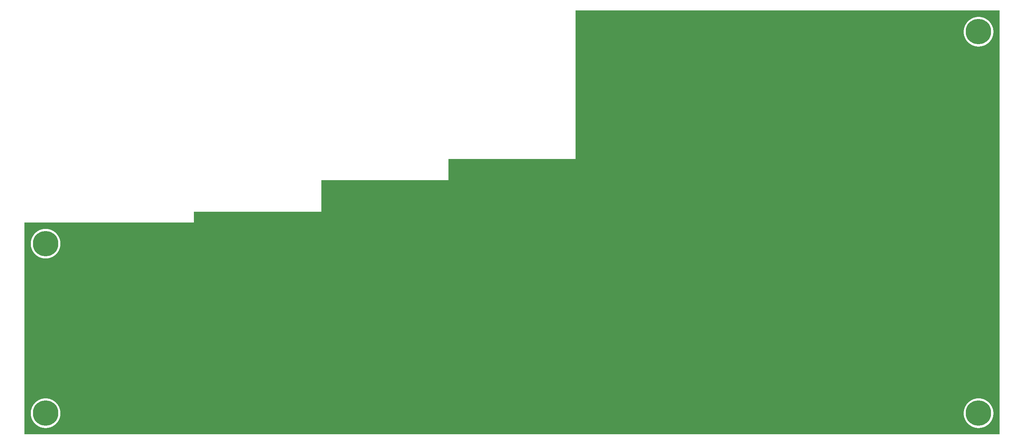
<source format=gbr>
%FSTAX66Y66*%
%MOMM*%
%SFA1B1*%

%IPPOS*%
%ADD11C,5.999988*%
%ADD12C,0.699999*%
%LNmtrl_0mm_thru_copper_signal_bot-1*%
%LPD*%
G36*
X000229999997Y0D02*
X0D01*
Y000049998376*
X000039999996*
Y000052498371*
X000069999987*
Y000059998787*
X000099999977*
Y000064999184*
X000129999994*
Y000099999596*
X000229999997*
Y0*
G37*
%LNmtrl_0mm_thru_copper_signal_bot-2*%
%LPC*%
G36*
X000225025915Y00009849998D02*
X000224974073D01*
X000224922207Y000098499218*
X000224870365Y000098497669*
X000224818524Y000098495358*
X000224766759Y00009849231*
X000224715044Y000098488449*
X000224663381Y000098483851*
X000224611793Y000098478467*
X000224560282Y000098472345*
X000224508898Y000098465436*
X00022445759Y000098457791*
X000224406383Y000098449384*
X000224355355Y000098440189*
X000224304453Y000098430257*
X000224253679Y000098419589*
X000224203107Y000098408159*
X000224152688Y000098395967*
X000224102447Y000098383039*
X000224052409Y000098369374*
X0002240026Y000098354946*
X000223952993Y000098339808*
X000223903616Y000098323933*
X000223854467Y000098307321*
X000223805597Y000098289973*
X000223756982Y000098271914*
X00022370862Y000098253143*
X000223660563Y000098233636*
X000223612786Y000098213443*
X000223565339Y000098192539*
X000223518171Y000098170923*
X000223471359Y000098148622*
X000223424851Y00009812561*
X000223378699Y000098101937*
X000223332929Y000098077578*
X000223287513Y000098052534*
X000223242479Y000098026829*
X000223197801Y000098000439*
X000223153528Y000097973413*
X000223109688Y000097945727*
X000223066229Y000097917381*
X000223023201Y000097888399*
X000222980631Y000097858808*
X000222938492Y000097828557*
X000222896811Y000097797696*
X000222855586Y000097766225*
X000222814819Y000097734145*
X00022277456Y000097701481*
X000222734759Y000097668207*
X000222695465Y000097634348*
X000222656679Y000097599906*
X000222618401Y000097564879*
X000222580682Y000097529319*
X000222543446Y000097493175*
X000222506768Y000097456523*
X000222470649Y000097419287*
X000222435089Y000097381568*
X000222400088Y00009734329*
X000222365646Y000097304504*
X000222331788Y00009726521*
X000222298488Y000097225434*
X000222265798Y000097185149*
X000222233744Y000097144408*
X000222202273Y000097103158*
X000222171412Y000097061477*
X000222141161Y000097019338*
X00022211157Y000096976768*
X000222082588Y00009693374*
X000222054242Y000096890281*
X000222026556Y00009684644*
X00022199953Y000096802168*
X000221973165Y000096757515*
X000221947435Y000096712455*
X00022192239Y00009666704*
X000221898057Y000096621269*
X000221874359Y000096575118*
X000221851347Y00009652861*
X000221829045Y000096481798*
X00022180743Y000096434656*
X000221786526Y000096387183*
X000221766333Y000096339406*
X000221746851Y000096291349*
X000221728055Y000096242987*
X000221709996Y000096194372*
X000221692647Y000096145477*
X000221676036Y000096096353*
X000221660186Y000096046975*
X000221645022Y000095997369*
X000221630595Y000095947534*
X00022161693Y000095897522*
X000221604001Y000095847281*
X000221591835Y000095796862*
X000221580379Y00009574629*
X000221569711Y000095695516*
X000221559755Y000095644614*
X000221550585Y00009559356*
X000221542178Y000095542379*
X000221534532Y000095491096*
X000221527624Y000095439687*
X000221521502Y000095388176*
X000221516117Y000095336588*
X00022151152Y000095284925*
X000221507685Y00009523321*
X000221504611Y000095181445*
X000221502274Y000095129629*
X00022150075Y000095077788*
X000221500014Y000095025921*
Y000094974054*
X00022150075Y000094922187*
X000221502274Y000094870346*
X000221504611Y00009481853*
X000221507685Y000094766739*
X00022151152Y000094715025*
X000221516117Y000094663361*
X000221521502Y000094611774*
X000221527624Y000094560288*
X000221534532Y000094508878*
X000221542178Y00009445757*
X000221550585Y000094406389*
X000221559755Y000094355335*
X000221569711Y000094304434*
X000221580379Y000094253685*
X000221591835Y000094203088*
X000221604001Y000094152669*
X00022161693Y000094102428*
X000221630595Y000094052415*
X000221645022Y00009400258*
X000221660186Y000093952974*
X000221676036Y000093903596*
X000221692647Y000093854473*
X000221709996Y000093805578*
X000221728055Y000093756962*
X000221746851Y000093708626*
X000221766333Y000093660544*
X000221786526Y000093612766*
X00022180743Y000093565319*
X000221829045Y000093518177*
X000221851347Y000093471339*
X000221874359Y000093424857*
X000221898057Y000093378705*
X00022192239Y000093332909*
X000221947435Y000093287494*
X000221973165Y00009324246*
X00022199953Y000093197781*
X000222026556Y000093153534*
X000222054242Y000093109669*
X000222082588Y000093066235*
X00022211157Y000093023207*
X000222141161Y000092980637*
X000222171412Y000092938498*
X000222202273Y000092896791*
X000222233744Y000092855567*
X000222265798Y0000928148*
X000222298488Y000092774541*
X000222331788Y000092734739*
X000222365646Y000092695445*
X000222400088Y000092656685*
X000222435089Y000092618407*
X000222470649Y000092580663*
X000222506768Y000092543452*
X000222543446Y000092506774*
X000222580682Y000092470655*
X000222618401Y00009243507*
X000222656679Y000092400069*
X000222695465Y000092365626*
X000222734759Y000092331768*
X00022277456Y000092298494*
X000222814819Y000092265804*
X000222855586Y000092233724*
X000222896811Y000092202254*
X000222938492Y000092171393*
X000222980631Y000092141167*
X000223023201Y00009211155*
X000223066229Y000092082569*
X000223109688Y000092054248*
X000223153528Y000092026536*
X000223197801Y000091999511*
X000223242479Y000091973146*
X000223287513Y000091947415*
X000223332929Y000091922396*
X000223378699Y000091898038*
X000223424851Y00009187434*
X000223471359Y000091851353*
X000223518171Y000091829026*
X000223565339Y000091807436*
X000223612786Y000091786506*
X000223660563Y000091766313*
X00022370862Y000091746806*
X000223756982Y000091728036*
X000223805597Y000091709976*
X000223854467Y000091692653*
X000223903616Y000091676042*
X000223952993Y000091660141*
X0002240026Y000091645003*
X000224052409Y000091630601*
X000224102447Y000091616911*
X000224152688Y000091604007*
X000224203107Y000091591815*
X000224253679Y000091580385*
X000224304453Y000091569692*
X000224355355Y000091559761*
X000224406383Y000091550591*
X00022445759Y000091542158*
X000224508898Y000091534513*
X000224560282Y00009152763*
X000224611793Y000091521483*
X000224663381Y000091516098*
X000224715044Y000091511501*
X000224766759Y000091507665*
X000224818524Y000091504592*
X000224870365Y00009150228*
X000224922207Y000091500756*
X000224974073Y000091499969*
X000225025915*
X000225077782Y000091500756*
X000225129623Y00009150228*
X000225181439Y000091504592*
X00022523323Y000091507665*
X000225284944Y000091511501*
X000225336608Y000091516098*
X000225388195Y000091521483*
X000225439706Y00009152763*
X000225491116Y000091534513*
X000225542398Y000091542158*
X000225593579Y000091550591*
X000225644633Y000091559761*
X000225695535Y000091569692*
X00022574631Y000091580385*
X000225796906Y000091591815*
X0002258473Y000091604007*
X000225897516Y000091616911*
X000225947554Y000091630601*
X000225997389Y000091645003*
X000226046995Y000091660141*
X000226096347Y000091676042*
X000226145496Y000091692653*
X000226194391Y000091709976*
X000226243007Y000091728036*
X000226291368Y000091746806*
X000226339425Y000091766313*
X000226387202Y000091786506*
X000226434675Y000091807436*
X000226481817Y000091829026*
X000226528655Y000091851353*
X000226575112Y00009187434*
X000226621263Y000091898038*
X00022666706Y000091922396*
X000226712475Y000091947415*
X000226757509Y000091973146*
X000226802188Y000091999511*
X00022684646Y000092026536*
X0002268903Y000092054248*
X00022693376Y000092082569*
X000226976762Y00009211155*
X000227019358Y000092141167*
X000227061471Y000092171393*
X000227103178Y000092202254*
X000227144402Y000092233724*
X000227185169Y000092265804*
X000227225428Y000092298494*
X00022726523Y000092331768*
X000227304523Y000092365626*
X000227343309Y000092400069*
X000227381562Y00009243507*
X000227419306Y000092470655*
X000227456517Y000092506774*
X00022749322Y000092543452*
X000227529339Y000092580663*
X000227564899Y000092618407*
X000227599925Y000092656685*
X000227634342Y000092695445*
X000227668201Y000092734739*
X0002277015Y000092774541*
X000227734164Y0000928148*
X000227766245Y000092855567*
X000227797715Y000092896791*
X000227828576Y000092938498*
X000227858828Y000092980637*
X000227888419Y000093023207*
X000227917375Y000093066235*
X000227945746Y000093109669*
X000227973407Y000093153534*
X000228000458Y000093197781*
X000228026823Y00009324246*
X000228052553Y000093287494*
X000228077598Y000093332909*
X000228101956Y000093378705*
X000228125629Y000093424857*
X000228148616Y000093471339*
X000228170917Y000093518177*
X000228192558Y000093565319*
X000228213462Y000093612766*
X000228233655Y000093660544*
X000228253137Y000093708626*
X000228271933Y000093756962*
X000228289967Y000093805578*
X000228307315Y000093854473*
X000228323927Y000093903596*
X000228339827Y000093952974*
X000228354966Y00009400258*
X000228369368Y000094052415*
X000228383058Y000094102428*
X000228395987Y000094152669*
X000228408153Y000094203088*
X000228419609Y000094253685*
X000228430277Y000094304434*
X000228440208Y000094355335*
X000228449378Y000094406389*
X00022845781Y00009445757*
X000228465456Y000094508878*
X000228472365Y000094560288*
X000228478486Y000094611774*
X000228483845Y000094663361*
X000228488468Y000094715025*
X000228492304Y000094766739*
X000228495377Y00009481853*
X000228497688Y000094870346*
X000228499238Y000094922187*
X000228499974Y000094974054*
Y000095025921*
X000228499238Y000095077788*
X000228497688Y000095129629*
X000228495377Y000095181445*
X000228492304Y00009523321*
X000228488468Y000095284925*
X000228483845Y000095336588*
X000228478486Y000095388176*
X000228472365Y000095439687*
X000228465456Y000095491096*
X00022845781Y000095542379*
X000228449378Y00009559356*
X000228440208Y000095644614*
X000228430277Y000095695516*
X000228419609Y00009574629*
X000228408153Y000095796862*
X000228395987Y000095847281*
X000228383058Y000095897522*
X000228369368Y000095947534*
X000228354966Y000095997369*
X000228339827Y000096046975*
X000228323927Y000096096353*
X000228307315Y000096145477*
X000228289967Y000096194372*
X000228271933Y000096242987*
X000228253137Y000096291349*
X000228233655Y000096339406*
X000228213462Y000096387183*
X000228192558Y000096434656*
X000228170917Y000096481798*
X000228148616Y00009652861*
X000228125629Y000096575118*
X000228101956Y000096621269*
X000228077598Y00009666704*
X000228052553Y000096712455*
X000228026823Y000096757515*
X000228000458Y000096802168*
X000227973407Y00009684644*
X000227945746Y000096890281*
X000227917375Y00009693374*
X000227888419Y000096976768*
X000227858828Y000097019338*
X000227828576Y000097061477*
X000227797715Y000097103158*
X000227766245Y000097144408*
X000227734164Y000097185149*
X0002277015Y000097225434*
X000227668201Y00009726521*
X000227634342Y000097304504*
X000227599925Y00009734329*
X000227564899Y000097381568*
X000227529339Y000097419287*
X00022749322Y000097456523*
X000227456517Y000097493175*
X000227419306Y000097529319*
X000227381562Y000097564879*
X000227343309Y000097599906*
X000227304523Y000097634348*
X00022726523Y000097668207*
X000227225428Y000097701481*
X000227185169Y000097734145*
X000227144402Y000097766225*
X000227103178Y000097797696*
X000227061471Y000097828557*
X000227019358Y000097858808*
X000226976762Y000097888399*
X00022693376Y000097917381*
X0002268903Y000097945727*
X00022684646Y000097973413*
X000226802188Y000098000439*
X000226757509Y000098026829*
X000226712475Y000098052534*
X00022666706Y000098077578*
X000226621263Y000098101937*
X000226575112Y00009812561*
X000226528655Y000098148622*
X000226481817Y000098170923*
X000226434675Y000098192539*
X000226387202Y000098213443*
X000226339425Y000098233636*
X000226291368Y000098253143*
X000226243007Y000098271914*
X000226194391Y000098289973*
X000226145496Y000098307321*
X000226096347Y000098323933*
X000226046995Y000098339808*
X000225997389Y000098354946*
X000225947554Y000098369374*
X000225897516Y000098383039*
X0002258473Y000098395967*
X000225796906Y000098408159*
X00022574631Y000098419589*
X000225695535Y000098430257*
X000225644633Y000098440189*
X000225593579Y000098449384*
X000225542398Y000098457791*
X000225491116Y000098465436*
X000225439706Y000098472345*
X000225388195Y000098478467*
X000225336608Y000098483851*
X000225284944Y000098488449*
X00022523323Y00009849231*
X000225181439Y000098495358*
X000225129623Y000098497669*
X000225077782Y000098499218*
X000225025915Y00009849998*
G37*
G36*
X000005025923Y000048500004D02*
X000004974056D01*
X000004922189Y000048499217*
X000004870348Y000048497693*
X000004818532Y000048495381*
X000004766767Y000048492308*
X000004715027Y000048488473*
X000004663389Y000048483875*
X000004611776Y00004847849*
X00000456029Y000048472369*
X000004508881Y00004846546*
X000004457598Y000048457815*
X000004406417Y000048449382*
X000004355363Y000048440213*
X000004304436Y000048430281*
X000004253687Y000048419588*
X000004203115Y000048408158*
X000004152696Y000048395991*
X000004102455Y000048383063*
X000004052417Y000048369397*
X000004002608Y00004835497*
X000003953002Y000048339832*
X000003903624Y000048323931*
X000003854475Y00004830732*
X000003805605Y000048289997*
X000003756964Y000048271938*
X000003708628Y000048253167*
X000003660571Y00004823366*
X000003612794Y000048213467*
X000003565321Y000048192537*
X000003518179Y000048170947*
X000003471367Y000048148646*
X000003424859Y000048125634*
X000003378708Y000048101961*
X000003332937Y000048077577*
X000003287496Y000048052558*
X000003242462Y000048026828*
X000003197809Y000048000462*
X000003153537Y000047973437*
X000003109696Y000047945725*
X000003066237Y000047917404*
X000003023209Y000047888423*
X000002980639Y000047858807*
X0000029385Y000047828581*
X000002896819Y00004779772*
X000002855569Y000047766249*
X000002814828Y000047734169*
X000002774543Y000047701479*
X000002734767Y000047668205*
X000002695473Y000047634347*
X000002656687Y000047599904*
X000002618409Y000047564903*
X000002580665Y000047529343*
X000002543454Y000047493199*
X000002506776Y000047456521*
X000002470658Y00004741931*
X000002435098Y000047381566*
X000002400071Y000047343288*
X000002365629Y000047304528*
X00000233177Y000047265234*
X000002298496Y000047225432*
X000002265807Y000047185173*
X000002233726Y000047144406*
X000002202256Y000047103182*
X000002171395Y000047061501*
X000002141169Y000047019337*
X000002111578Y000046976766*
X000002082596Y000046933739*
X00000205425Y000046890305*
X000002026564Y000046846439*
X000001999538Y000046802192*
X000001973148Y000046757539*
X000001947443Y000046712479*
X000001922399Y000046667064*
X00000189804Y000046621268*
X000001874367Y000046575116*
X000001851355Y000046528634*
X000001829054Y000046481796*
X000001807438Y000046434654*
X000001786534Y000046387207*
X000001766316Y000046339429*
X000001746834Y000046291347*
X000001728063Y000046243011*
X000001710004Y000046194395*
X000001692656Y0000461455*
X000001676044Y000046096377*
X000001660169Y000046046999*
X000001645005Y000045997393*
X000001630603Y000045947558*
X000001616938Y000045897546*
X00000160401Y000045847304*
X000001591818Y000045796885*
X000001580388Y000045746289*
X00000156972Y000045695539*
X000001559788Y000045644638*
X000001550593Y000045593584*
X000001542186Y000045542403*
X000001534515Y000045491095*
X000001527632Y000045439711*
X000001521485Y000045388199*
X000001516126Y000045336612*
X000001511528Y000045284948*
X000001507667Y000045233234*
X000001504619Y000045181443*
X000001502308Y000045129627*
X000001500759Y000045077786*
X000001499997Y000045025919*
Y000044974078*
X000001500759Y000044922186*
X000001502308Y00004487037*
X000001504619Y000044818528*
X000001507667Y000044766763*
X000001511528Y000044715049*
X000001516126Y000044663385*
X000001521485Y000044611798*
X000001527632Y000044560286*
X000001534515Y000044508877*
X000001542186Y000044457594*
X000001550593Y000044406413*
X000001559788Y000044355359*
X00000156972Y000044304458*
X000001580388Y000044253708*
X000001591818Y000044203112*
X00000160401Y000044152693*
X000001616938Y000044102451*
X000001630603Y000044052439*
X000001645005Y000044002604*
X000001660169Y000043952998*
X000001676044Y00004390362*
X000001692656Y000043854497*
X000001710004Y000043805602*
X000001728063Y000043756986*
X000001746834Y000043708624*
X000001766316Y000043660568*
X000001786534Y00004361279*
X000001807438Y000043565343*
X000001829054Y000043518175*
X000001851355Y000043471363*
X000001874367Y000043424856*
X00000189804Y000043378729*
X000001922399Y000043332933*
X000001947443Y000043287518*
X000001973148Y000043242458*
X000001999538Y000043197805*
X000002026564Y000043153558*
X00000205425Y000043109692*
X000002082596Y000043066258*
X000002111578Y000043023231*
X000002141169Y000042980635*
X000002171395Y000042938496*
X000002202256Y000042896815*
X000002233726Y000042855591*
X000002265807Y000042814824*
X000002298496Y000042774565*
X00000233177Y000042734763*
X000002365629Y000042695469*
X000002400071Y000042656683*
X000002435098Y000042618406*
X000002470658Y000042580687*
X000002506776Y00004254345*
X000002543454Y000042506798*
X000002580665Y000042470654*
X000002618409Y000042435094*
X000002656687Y000042400067*
X000002695473Y000042365625*
X000002734767Y000042331767*
X000002774543Y000042298518*
X000002814828Y000042265828*
X000002855569Y000042233748*
X000002896819Y000042202277*
X0000029385Y000042171416*
X000002980639Y000042141165*
X000003023209Y000042111574*
X000003066237Y000042082593*
X000003109696Y000042054246*
X000003153537Y00004202656*
X000003197809Y000041999535*
X000003242462Y000041973169*
X000003287496Y000041947439*
X000003332937Y000041922395*
X000003378708Y000041898036*
X000003424859Y000041874363*
X000003471367Y000041851351*
X000003518179Y00004182905*
X000003565321Y000041807434*
X000003612794Y00004178653*
X000003660571Y000041766337*
X000003708628Y00004174683*
X000003756964Y000041728059*
X000003805605Y00004171*
X000003854475Y000041692677*
X000003903624Y00004167604*
X000003953002Y000041660165*
X000004002608Y000041645027*
X000004052417Y0000416306*
X000004102455Y000041616934*
X000004152696Y000041604006*
X000004203115Y000041591839*
X000004253687Y000041580384*
X000004304436Y000041569716*
X000004355363Y000041559784*
X000004406417Y000041550615*
X000004457598Y000041542182*
X000004508881Y000041534537*
X00000456029Y000041527628*
X000004611776Y000041521507*
X000004663389Y000041516122*
X000004715027Y000041511524*
X000004766767Y000041507689*
X000004818532Y000041504616*
X000004870348Y000041502304*
X000004922189Y000041500755*
X000004974056Y000041499993*
X000005025923*
X00000507779Y000041500755*
X000005129631Y000041502304*
X000005181447Y000041504616*
X000005233238Y000041507689*
X000005284952Y000041511524*
X000005336616Y000041516122*
X000005388203Y000041521507*
X000005439689Y000041527628*
X000005491099Y000041534537*
X000005542407Y000041542182*
X000005593588Y000041550615*
X000005644642Y000041559784*
X000005695543Y000041569716*
X000005746292Y000041580384*
X000005796889Y000041591839*
X000005847308Y000041604006*
X000005897549Y000041616934*
X000005947562Y0000416306*
X000005997397Y000041645027*
X000006047003Y000041660165*
X000006096355Y00004167604*
X000006145504Y000041692677*
X000006194399Y00004171*
X000006243015Y000041728059*
X000006291351Y00004174683*
X000006339433Y000041766337*
X000006387185Y00004178653*
X000006434658Y000041807434*
X0000064818Y00004182905*
X000006528638Y000041851351*
X00000657512Y000041874363*
X000006621272Y000041898036*
X000006667068Y000041922395*
X000006712483Y000041947439*
X000006757517Y000041973169*
X000006802196Y000041999535*
X000006846443Y00004202656*
X000006890308Y000042054246*
X000006933742Y000042082593*
X00000697677Y000042111574*
X00000701934Y000042141165*
X000007061479Y000042171416*
X000007103186Y000042202277*
X00000714441Y000042233748*
X000007185177Y000042265828*
X000007225436Y000042298518*
X000007265238Y000042331767*
X000007304506Y000042365625*
X000007343292Y000042400067*
X00000738157Y000042435094*
X000007419314Y000042470654*
X000007456525Y000042506798*
X000007493203Y00004254345*
X000007529322Y000042580687*
X000007564907Y000042618406*
X000007599908Y000042656683*
X000007634351Y000042695469*
X000007668209Y000042734763*
X000007701483Y000042774565*
X000007734173Y000042814824*
X000007766253Y000042855591*
X000007797723Y000042896815*
X000007828584Y000042938496*
X00000785881Y000042980635*
X000007888427Y000043023231*
X000007917408Y000043066258*
X000007945729Y000043109692*
X000007973415Y000043153558*
X000008000466Y000043197805*
X000008026831Y000043242458*
X000008052536Y000043287518*
X000008077581Y000043332933*
X000008101939Y000043378729*
X000008125637Y000043424856*
X000008148624Y000043471363*
X000008170926Y000043518175*
X000008192541Y000043565343*
X000008213445Y00004361279*
X000008233664Y000043660568*
X000008253145Y000043708624*
X000008271916Y000043756986*
X000008290001Y000043805602*
X000008307324Y000043854497*
X000008323935Y00004390362*
X000008339835Y000043952998*
X000008354974Y000044002604*
X000008369376Y000044052439*
X000008383066Y000044102451*
X000008395995Y000044152693*
X000008408162Y000044203112*
X000008419592Y000044253708*
X000008430285Y000044304458*
X000008440216Y000044355359*
X000008449386Y000044406413*
X000008457819Y000044457594*
X000008465464Y000044508877*
X000008472347Y000044560286*
X000008478494Y000044611798*
X000008483879Y000044663385*
X000008488476Y000044715049*
X000008492312Y000044766763*
X000008495385Y000044818528*
X000008497697Y00004487037*
X000008499221Y000044922186*
X000008500008Y000044974078*
Y000045025919*
X000008499221Y000045077786*
X000008497697Y000045129627*
X000008495385Y000045181443*
X000008492312Y000045233234*
X000008488476Y000045284948*
X000008483879Y000045336612*
X000008478494Y000045388199*
X000008472347Y000045439711*
X000008465464Y000045491095*
X000008457819Y000045542403*
X000008449386Y000045593584*
X000008440216Y000045644638*
X000008430285Y000045695539*
X000008419592Y000045746289*
X000008408162Y000045796885*
X000008395995Y000045847304*
X000008383066Y000045897546*
X000008369376Y000045947558*
X000008354974Y000045997393*
X000008339835Y000046046999*
X000008323935Y000046096377*
X000008307324Y0000461455*
X000008290001Y000046194395*
X000008271916Y000046243011*
X000008253145Y000046291347*
X000008233664Y000046339429*
X000008213445Y000046387207*
X000008192541Y000046434654*
X000008170926Y000046481796*
X000008148624Y000046528634*
X000008125637Y000046575116*
X000008101939Y000046621268*
X000008077581Y000046667064*
X000008052536Y000046712479*
X000008026831Y000046757539*
X000008000466Y000046802192*
X000007973415Y000046846439*
X000007945729Y000046890305*
X000007917408Y000046933739*
X000007888427Y000046976766*
X00000785881Y000047019337*
X000007828584Y000047061501*
X000007797723Y000047103182*
X000007766253Y000047144406*
X000007734173Y000047185173*
X000007701483Y000047225432*
X000007668209Y000047265234*
X000007634351Y000047304528*
X000007599908Y000047343288*
X000007564907Y000047381566*
X000007529322Y00004741931*
X000007493203Y000047456521*
X000007456525Y000047493199*
X000007419314Y000047529343*
X00000738157Y000047564903*
X000007343292Y000047599904*
X000007304506Y000047634347*
X000007265238Y000047668205*
X000007225436Y000047701479*
X000007185177Y000047734169*
X00000714441Y000047766249*
X000007103186Y00004779772*
X000007061479Y000047828581*
X00000701934Y000047858807*
X00000697677Y000047888423*
X000006933742Y000047917404*
X000006890308Y000047945725*
X000006846443Y000047973437*
X000006802196Y000048000462*
X000006757517Y000048026828*
X000006712483Y000048052558*
X000006667068Y000048077577*
X000006621272Y000048101961*
X00000657512Y000048125634*
X000006528638Y000048148646*
X0000064818Y000048170947*
X000006434658Y000048192537*
X000006387185Y000048213467*
X000006339433Y00004823366*
X000006291351Y000048253167*
X000006243015Y000048271938*
X000006194399Y000048289997*
X000006145504Y00004830732*
X000006096355Y000048323931*
X000006047003Y000048339832*
X000005997397Y00004835497*
X000005947562Y000048369397*
X000005897549Y000048383063*
X000005847308Y000048395991*
X000005796889Y000048408158*
X000005746292Y000048419588*
X000005695543Y000048430281*
X000005644642Y000048440213*
X000005593588Y000048449382*
X000005542407Y000048457815*
X000005491099Y00004846546*
X000005439689Y000048472369*
X000005388203Y00004847849*
X000005336616Y000048483875*
X000005284952Y000048488473*
X000005233238Y000048492308*
X000005181447Y000048495381*
X000005129631Y000048497693*
X00000507779Y000048499217*
X000005025923Y000048500004*
G37*
G36*
X000225025915Y000008501608D02*
X000224974048D01*
X000224922181Y000008500846*
X00022487034Y000008499297*
X000224818524Y000008496985*
X000224766733Y000008493937*
X000224715019Y000008490077*
X000224663355Y000008485479*
X000224611768Y000008480094*
X000224560282Y000008473973*
X000224508872Y00000846709*
X000224457564Y000008459419*
X000224406383Y000008451011*
X000224355329Y000008441817*
X000224304428Y000008431885*
X000224253679Y000008421217*
X000224203082Y000008409787*
X000224152663Y000008397595*
X000224102447Y000008384666*
X000224052409Y000008371001*
X000224002574Y000008356599*
X000223952968Y000008341436*
X00022390359Y000008325561*
X000223854467Y000008308949*
X000223805597Y000008291601*
X000223756956Y000008273542*
X00022370862Y000008254771*
X000223660538Y000008235289*
X000223612786Y000008215071*
X000223565313Y000008194167*
X000223518145Y000008172551*
X000223471333Y00000815025*
X000223424851Y000008127238*
X000223378699Y000008103565*
X000223332929Y000008079206*
X000223287488Y000008054162*
X000223242454Y000008028457*
X000223197775Y000008002066*
X000223153528Y000007975041*
X000223109663Y000007947355*
X000223066229Y000007919008*
X000223023201Y000007890052*
X000222980631Y000007860436*
X000222938467Y000007830185*
X000222896785Y000007799349*
X000222855561Y000007767878*
X000222814819Y000007735798*
X000222774535Y000007703108*
X000222734759Y000007669834*
X000222695465Y000007635976*
X000222656679Y000007601534*
X000222618401Y000007566507*
X000222580657Y000007530947*
X000222543446Y000007494828*
X000222506768Y000007458151*
X000222470649Y000007420914*
X000222435064Y000007383195*
X000222400063Y000007344918*
X00022236562Y000007306132*
X000222331762Y000007266838*
X000222298488Y000007227062*
X000222265798Y000007186777*
X000222233718Y000007146036*
X000222202248Y000007104786*
X000222171387Y000007063105*
X000222141161Y000007020966*
X000222111544Y000006978396*
X000222082563Y000006935368*
X000222054216Y000006891909*
X000222026556Y000006848068*
X000221999505Y000006803796*
X00022197314Y000006759143*
X000221947409Y000006714109*
X000221922365Y000006668668*
X000221898006Y000006622897*
X000221874334Y000006576745*
X000221851347Y000006530238*
X000221829045Y000006483426*
X000221807405Y000006436283*
X000221786526Y000006388811*
X000221766307Y000006341033*
X000221746826Y000006292977*
X00022172803Y000006244615*
X00022170997Y000006195999*
X000221692647Y00000614713*
X000221676036Y000006097981*
X000221660135Y000006048603*
X000221644997Y000005998997*
X000221630595Y000005949188*
X000221616905Y00000589915*
X000221603976Y000005848908*
X000221591809Y000005798515*
X000221580379Y000005747918*
X000221569686Y000005697169*
X000221559755Y000005646242*
X000221550585Y000005595188*
X000221542178Y000005544032*
X000221534507Y000005492724*
X000221527598Y000005441315*
X000221521477Y000005389829*
X000221516092Y000005338216*
X000221511495Y000005286578*
X000221507659Y000005234838*
X000221504586Y000005183073*
X000221502274Y000005131257*
X00022150075Y000005079415*
X000221499963Y000005027549*
Y000004975682*
X00022150075Y000004923815*
X000221502274Y000004871974*
X000221504586Y000004820158*
X000221507659Y000004768367*
X000221511495Y000004716653*
X000221516092Y000004664989*
X000221521477Y000004613402*
X000221527598Y000004561916*
X000221534507Y000004510506*
X000221542178Y000004459198*
X000221550585Y000004408017*
X000221559755Y000004356963*
X000221569686Y000004306062*
X000221580379Y000004255312*
X000221591809Y000004204716*
X000221603976Y000004154297*
X000221616905Y000004104055*
X000221630595Y000004054043*
X000221644997Y000004004208*
X000221660135Y000003954602*
X000221676036Y00000390525*
X000221692647Y000003856101*
X00022170997Y000003807206*
X00022172803Y00000375859*
X000221746826Y000003710254*
X000221766307Y000003662172*
X000221786526Y00000361442*
X000221807405Y000003566947*
X000221829045Y000003519805*
X000221851347Y000003472967*
X000221874334Y000003426485*
X000221898006Y000003380333*
X000221922365Y000003334537*
X000221947409Y000003289122*
X00022197314Y000003244088*
X000221999505Y000003199409*
X000222026556Y000003155162*
X000222054216Y000003111296*
X000222082563Y000003067862*
X000222111544Y000003024835*
X000222141161Y000002982264*
X000222171387Y000002940126*
X000222202248Y000002898419*
X000222233718Y000002857195*
X000222265798Y000002816428*
X000222298488Y000002776169*
X000222331762Y000002736367*
X00022236562Y000002697099*
X000222400063Y000002658313*
X000222435064Y000002620035*
X000222470649Y000002582291*
X000222506768Y00000254508*
X000222543446Y000002508402*
X000222580657Y000002472283*
X000222618401Y000002436698*
X000222656679Y000002401697*
X000222695465Y000002367254*
X000222734759Y000002333396*
X000222774535Y000002300122*
X000222814819Y000002267432*
X000222855561Y000002235352*
X000222896785Y000002203881*
X000222938467Y00000217302*
X000222980631Y000002142794*
X000223023201Y000002113178*
X000223066229Y000002084196*
X000223109663Y000002055876*
X000223153528Y00000202819*
X000223197775Y000002001139*
X000223242454Y000001974773*
X000223287488Y000001949069*
X000223332929Y000001924024*
X000223378699Y000001899666*
X000223424851Y000001875967*
X000223471333Y00000185298*
X000223518145Y000001830679*
X000223565313Y000001809064*
X000223612786Y00000178816*
X000223660538Y000001767941*
X00022370862Y000001748459*
X000223756956Y000001729689*
X000223805597Y000001711604*
X000223854467Y000001694281*
X00022390359Y00000167767*
X000223952968Y000001661795*
X000224002574Y000001646631*
X000224052409Y000001632229*
X000224102447Y000001618538*
X000224152663Y000001605635*
X000224203082Y000001593443*
X000224253679Y000001582013*
X000224304428Y00000157132*
X000224355329Y000001561388*
X000224406383Y000001552219*
X000224457564Y000001543786*
X000224508872Y000001536141*
X000224560282Y000001529257*
X000224611768Y000001523111*
X000224663355Y000001517726*
X000224715019Y000001513128*
X000224766733Y000001509293*
X000224818524Y00000150622*
X00022487034Y000001503908*
X000224922181Y000001502384*
X000224974048Y000001501622*
X000225025915*
X000225077756Y000001502384*
X000225129598Y000001503908*
X000225181439Y00000150622*
X000225233204Y000001509293*
X000225284919Y000001513128*
X000225336608Y000001517726*
X00022538817Y000001523111*
X000225439681Y000001529257*
X00022549109Y000001536141*
X000225542398Y000001543786*
X000225593579Y000001552219*
X000225644608Y000001561388*
X000225695535Y00000157132*
X000225746284Y000001582013*
X000225796856Y000001593443*
X0002258473Y000001605635*
X000225897516Y000001618538*
X000225947554Y000001632229*
X000225997363Y000001646631*
X000226046995Y000001661795*
X000226096347Y00000167767*
X000226145471Y000001694281*
X000226194366Y000001711604*
X000226242981Y000001729689*
X000226291343Y000001748459*
X0002263394Y000001767941*
X000226387177Y00000178816*
X00022643465Y000001809064*
X000226481792Y000001830679*
X00022652863Y00000185298*
X000226575112Y000001875967*
X000226621238Y000001899666*
X000226667034Y000001924024*
X000226712449Y000001949069*
X000226757509Y000001974773*
X000226802188Y000002001139*
X000226846434Y00000202819*
X000226890275Y000002055876*
X000226933734Y000002084196*
X000226976736Y000002113178*
X000227019332Y000002142794*
X000227061471Y00000217302*
X000227103178Y000002203881*
X000227144376Y000002235352*
X000227185169Y000002267432*
X000227225428Y000002300122*
X000227265204Y000002333396*
X000227304498Y000002367254*
X000227343284Y000002401697*
X000227381536Y000002436698*
X000227419306Y000002472283*
X000227456517Y000002508402*
X000227493169Y00000254508*
X000227529313Y000002582291*
X000227564899Y000002620035*
X0002275999Y000002658313*
X000227634342Y000002697099*
X000227668201Y000002736367*
X000227701475Y000002776169*
X000227734139Y000002816428*
X000227766219Y000002857195*
X00022779769Y000002898419*
X000227828551Y000002940126*
X000227858802Y000002982264*
X000227888393Y000003024835*
X000227917375Y000003067862*
X000227945696Y000003111296*
X000227973407Y000003155162*
X000228000433Y000003199409*
X000228026798Y000003244088*
X000228052528Y000003289122*
X000228077572Y000003334537*
X000228101931Y000003380333*
X000228125629Y000003426485*
X000228148616Y000003472967*
X000228170917Y000003519805*
X000228192533Y000003566947*
X000228213437Y00000361442*
X000228233655Y000003662172*
X000228253137Y000003710254*
X000228271908Y00000375859*
X000228289967Y000003807206*
X000228307315Y000003856101*
X000228323927Y00000390525*
X000228339802Y000003954602*
X000228354966Y000004004208*
X000228369368Y000004054043*
X000228383058Y000004104055*
X000228395961Y000004154297*
X000228408153Y000004204716*
X000228419583Y000004255312*
X000228430277Y000004306062*
X000228440208Y000004356963*
X000228449378Y000004408017*
X000228457785Y000004459198*
X00022846543Y000004510506*
X000228472339Y000004561916*
X000228478486Y000004613402*
X000228483845Y000004664989*
X000228488443Y000004716653*
X000228492278Y000004768367*
X000228495377Y000004820158*
X000228497663Y000004871974*
X000228499212Y000004923815*
X000228499974Y000004975682*
Y000005027549*
X000228499212Y000005079415*
X000228497663Y000005131257*
X000228495377Y000005183073*
X000228492278Y000005234838*
X000228488443Y000005286578*
X000228483845Y000005338216*
X000228478486Y000005389829*
X000228472339Y000005441315*
X00022846543Y000005492724*
X000228457785Y000005544032*
X000228449378Y000005595188*
X000228440208Y000005646242*
X000228430277Y000005697169*
X000228419583Y000005747918*
X000228408153Y000005798515*
X000228395961Y000005848908*
X000228383058Y00000589915*
X000228369368Y000005949188*
X000228354966Y000005998997*
X000228339802Y000006048603*
X000228323927Y000006097981*
X000228307315Y00000614713*
X000228289967Y000006195999*
X000228271908Y000006244615*
X000228253137Y000006292977*
X000228233655Y000006341033*
X000228213437Y000006388811*
X000228192533Y000006436283*
X000228170917Y000006483426*
X000228148616Y000006530238*
X000228125629Y000006576745*
X000228101931Y000006622897*
X000228077572Y000006668668*
X000228052528Y000006714109*
X000228026798Y000006759143*
X000228000433Y000006803796*
X000227973407Y000006848068*
X000227945696Y000006891909*
X000227917375Y000006935368*
X000227888393Y000006978396*
X000227858802Y000007020966*
X000227828551Y000007063105*
X00022779769Y000007104786*
X000227766219Y000007146036*
X000227734139Y000007186777*
X000227701475Y000007227062*
X000227668201Y000007266838*
X000227634342Y000007306132*
X0002275999Y000007344918*
X000227564899Y000007383195*
X000227529313Y000007420914*
X000227493169Y000007458151*
X000227456517Y000007494828*
X000227419306Y000007530947*
X000227381536Y000007566507*
X000227343284Y000007601534*
X000227304498Y000007635976*
X000227265204Y000007669834*
X000227225428Y000007703108*
X000227185169Y000007735798*
X000227144376Y000007767878*
X000227103178Y000007799349*
X000227061471Y000007830185*
X000227019332Y000007860436*
X000226976736Y000007890052*
X000226933734Y000007919008*
X000226890275Y000007947355*
X000226846434Y000007975041*
X000226802188Y000008002066*
X000226757509Y000008028457*
X000226712449Y000008054162*
X000226667034Y000008079206*
X000226621238Y000008103565*
X000226575112Y000008127238*
X00022652863Y00000815025*
X000226481792Y000008172551*
X00022643465Y000008194167*
X000226387177Y000008215071*
X0002263394Y000008235289*
X000226291343Y000008254771*
X000226242981Y000008273542*
X000226194366Y000008291601*
X000226145471Y000008308949*
X000226096347Y000008325561*
X000226046995Y000008341436*
X000225997363Y000008356599*
X000225947554Y000008371001*
X000225897516Y000008384666*
X0002258473Y000008397595*
X000225796856Y000008409787*
X000225746284Y000008421217*
X000225695535Y000008431885*
X000225644608Y000008441817*
X000225593579Y000008451011*
X000225542398Y000008459419*
X00022549109Y00000846709*
X000225439681Y000008473973*
X00022538817Y000008480094*
X000225336608Y000008485479*
X000225284919Y000008490077*
X000225233204Y000008493937*
X000225181439Y000008496985*
X000225129598Y000008499297*
X000225077756Y000008500846*
X000225025915Y000008501608*
G37*
G36*
X000005025948Y000008500008D02*
X000004974056D01*
X000004922215Y000008499246*
X000004870348Y000008497697*
X000004818557Y000008495385*
X000004766767Y000008492312*
X000004715052Y000008488476*
X000004663389Y000008483879*
X000004611801Y00000847852*
X00000456029Y000008472373*
X000004508881Y000008465489*
X000004457598Y000008457819*
X000004406417Y000008449386*
X000004355363Y000008440216*
X000004304436Y000008430285*
X000004253687Y000008419617*
X000004203115Y000008408187*
X000004152696Y000008395995*
X000004102455Y000008383066*
X000004052417Y000008369376*
X000004002608Y000008354974*
X000003953002Y000008339835*
X000003903624Y000008323935*
X000003854475Y000008307349*
X000003805605Y000008290001*
X00000375699Y000008271941*
X000003708628Y000008253171*
X000003660571Y000008233664*
X000003612794Y000008213471*
X000003565347Y000008192566*
X000003518179Y000008170951*
X000003471367Y00000814865*
X000003424859Y000008125637*
X000003378733Y000008101965*
X000003332937Y000008077606*
X000003287522Y000008052562*
X000003242487Y000008026857*
X000003197809Y000008000466*
X000003153537Y000007973441*
X000003109696Y000007945755*
X000003066237Y000007917408*
X000003023235Y000007888427*
X000002980639Y000007858836*
X0000029385Y000007828584*
X000002896819Y000007797723*
X000002855595Y000007766253*
X000002814828Y000007734173*
X000002774569Y000007701508*
X000002734767Y000007668234*
X000002695473Y000007634376*
X000002656687Y000007599934*
X000002618435Y000007564907*
X000002580665Y000007529347*
X000002543479Y000007493228*
X000002506776Y000007456525*
X000002470658Y00000741934*
X000002435098Y00000738157*
X000002400071Y000007343317*
X000002365629Y000007304532*
X00000233177Y000007265238*
X000002298496Y000007225436*
X000002265832Y000007185177*
X000002233752Y00000714441*
X000002202281Y000007103186*
X00000217142Y000007061504*
X000002141169Y000007019366*
X000002111578Y00000697677*
X000002082596Y000006933768*
X00000205425Y000006890308*
X000002026564Y000006846468*
X000001999538Y000006802196*
X000001973148Y000006757543*
X000001947443Y000006712483*
X000001922399Y000006667068*
X00000189804Y000006621272*
X000001874367Y000006575145*
X000001851355Y000006528638*
X000001829054Y000006481826*
X000001807438Y000006434658*
X000001786534Y000006387211*
X000001766341Y000006339433*
X000001746834Y000006291376*
X000001728063Y000006243015*
X000001710004Y000006194399*
X000001692656Y00000614553*
X000001676069Y000006096381*
X000001660169Y000006047003*
X000001645031Y000005997397*
X000001630629Y000005947587*
X000001616938Y000005897549*
X00000160401Y000005847308*
X000001591818Y000005796889*
X000001580388Y000005746318*
X00000156972Y000005695569*
X000001559788Y000005644642*
X000001550619Y000005593588*
X000001542186Y000005542407*
X000001534515Y000005491124*
X000001527632Y000005439714*
X000001521485Y000005388203*
X000001516126Y000005336616*
X000001511528Y000005284952*
X000001507693Y000005233238*
X000001504619Y000005181447*
X000001502308Y000005129657*
X000001500759Y00000507779*
X000001499997Y000005025948*
Y000004974056*
X000001500759Y000004922215*
X000001502308Y000004870373*
X000001504619Y000004818557*
X000001507693Y000004766767*
X000001511528Y000004715052*
X000001516126Y000004663389*
X000001521485Y000004611801*
X000001527632Y00000456029*
X000001534515Y000004508881*
X000001542186Y000004457598*
X000001550619Y000004406417*
X000001559788Y000004355363*
X00000156972Y000004304461*
X000001580388Y000004253712*
X000001591818Y000004203115*
X00000160401Y000004152696*
X000001616938Y000004102455*
X000001630629Y000004052443*
X000001645031Y000004002608*
X000001660169Y000003953002*
X000001676069Y000003903624*
X000001692656Y0000038545*
X000001710004Y000003805605*
X000001728063Y00000375699*
X000001746834Y000003708628*
X000001766341Y000003660571*
X000001786534Y000003612819*
X000001807438Y000003565347*
X000001829054Y000003518179*
X000001851355Y000003471367*
X000001874367Y000003424885*
X00000189804Y000003378733*
X000001922399Y000003332937*
X000001947443Y000003287522*
X000001973148Y000003242487*
X000001999538Y000003197809*
X000002026564Y000003153537*
X00000205425Y000003109696*
X000002082596Y000003066262*
X000002111578Y000003023235*
X000002141169Y000002980639*
X00000217142Y0000029385*
X000002202281Y000002896819*
X000002233752Y000002855595*
X000002265832Y000002814828*
X000002298496Y000002774569*
X00000233177Y000002734767*
X000002365629Y000002695498*
X000002400071Y000002656687*
X000002435098Y000002618435*
X000002470658Y00000258069*
X000002506776Y000002543479*
X000002543479Y000002506802*
X000002580665Y000002470658*
X000002618435Y000002435098*
X000002656687Y000002400096*
X000002695473Y000002365654*
X000002734767Y000002331796*
X000002774569Y000002298496*
X000002814828Y000002265832*
X000002855595Y000002233752*
X000002896819Y000002202281*
X0000029385Y00000217142*
X000002980639Y000002141194*
X000003023235Y000002111578*
X000003066237Y000002082596*
X000003109696Y000002054275*
X000003153537Y000002026589*
X000003197809Y000001999538*
X000003242487Y000001973173*
X000003287522Y000001947468*
X000003332937Y000001922424*
X000003378733Y00000189804*
X000003424859Y000001874367*
X000003471367Y000001851355*
X000003518179Y000001829054*
X000003565347Y000001807438*
X000003612794Y000001786534*
X000003660571Y000001766341*
X000003708628Y000001746859*
X00000375699Y000001728063*
X000003805605Y000001710004*
X000003854475Y000001692656*
X000003903624Y000001676069*
X000003953002Y000001660169*
X000004002608Y000001645031*
X000004052417Y000001630629*
X000004102455Y000001616938*
X000004152696Y00000160401*
X000004203115Y000001591843*
X000004253687Y000001580388*
X000004304436Y00000156972*
X000004355363Y000001559788*
X000004406417Y000001550619*
X000004457598Y000001542186*
X000004508881Y000001534541*
X00000456029Y000001527632*
X000004611801Y00000152151*
X000004663389Y000001516126*
X000004715052Y000001511528*
X000004766767Y000001507693*
X000004818557Y000001504619*
X000004870348Y000001502308*
X000004922215Y000001500784*
X000004974056Y000001499997*
X000005025948*
X00000507779Y000001500784*
X000005129631Y000001502308*
X000005181447Y000001504619*
X000005233238Y000001507693*
X000005284952Y000001511528*
X000005336616Y000001516126*
X000005388203Y00000152151*
X000005439714Y000001527632*
X000005491124Y000001534541*
X000005542407Y000001542186*
X000005593588Y000001550619*
X000005644642Y000001559788*
X000005695543Y00000156972*
X000005746318Y000001580388*
X000005796889Y000001591843*
X000005847308Y00000160401*
X000005897549Y000001616938*
X000005947562Y000001630629*
X000005997397Y000001645031*
X000006047003Y000001660169*
X000006096381Y000001676069*
X000006145504Y000001692656*
X000006194399Y000001710004*
X000006243015Y000001728063*
X000006291376Y000001746859*
X000006339433Y000001766341*
X000006387185Y000001786534*
X000006434658Y000001807438*
X000006481826Y000001829054*
X000006528638Y000001851355*
X00000657512Y000001874367*
X000006621272Y00000189804*
X000006667068Y000001922424*
X000006712483Y000001947468*
X000006757517Y000001973173*
X000006802196Y000001999538*
X000006846468Y000002026589*
X000006890308Y000002054275*
X000006933768Y000002082596*
X00000697677Y000002111578*
X000007019366Y000002141194*
X000007061504Y00000217142*
X000007103186Y000002202281*
X00000714441Y000002233752*
X000007185177Y000002265832*
X000007225436Y000002298496*
X000007265238Y000002331796*
X000007304506Y000002365654*
X000007343317Y000002400096*
X00000738157Y000002435098*
X000007419314Y000002470658*
X000007456525Y000002506802*
X000007493203Y000002543479*
X000007529347Y00000258069*
X000007564907Y000002618435*
X000007599908Y000002656687*
X000007634351Y000002695498*
X000007668209Y000002734767*
X000007701508Y000002774569*
X000007734173Y000002814828*
X000007766253Y000002855595*
X000007797723Y000002896819*
X000007828584Y0000029385*
X00000785881Y000002980639*
X000007888427Y000003023235*
X000007917408Y000003066262*
X000007945755Y000003109696*
X000007973415Y000003153537*
X000008000466Y000003197809*
X000008026831Y000003242487*
X000008052536Y000003287522*
X000008077581Y000003332937*
X000008101965Y000003378733*
X000008125637Y000003424885*
X000008148624Y000003471367*
X000008170951Y000003518179*
X000008192566Y000003565347*
X000008213471Y000003612819*
X000008233664Y000003660571*
X000008253145Y000003708628*
X000008271941Y00000375699*
X000008290001Y000003805605*
X000008307349Y0000038545*
X000008323935Y000003903624*
X000008339835Y000003953002*
X000008354974Y000004002608*
X000008369376Y000004052443*
X000008383066Y000004102455*
X000008395995Y000004152696*
X000008408162Y000004203115*
X000008419617Y000004253712*
X000008430285Y000004304461*
X000008440216Y000004355363*
X000008449386Y000004406417*
X000008457819Y000004457598*
X000008465464Y000004508881*
X000008472373Y00000456029*
X000008478494Y000004611801*
X000008483879Y000004663389*
X000008488476Y000004715052*
X000008492312Y000004766767*
X000008495385Y000004818557*
X000008497697Y000004870373*
X000008499221Y000004922215*
X000008500008Y000004974056*
Y000005025948*
X000008499221Y00000507779*
X000008497697Y000005129657*
X000008495385Y000005181447*
X000008492312Y000005233238*
X000008488476Y000005284952*
X000008483879Y000005336616*
X000008478494Y000005388203*
X000008472373Y000005439714*
X000008465464Y000005491124*
X000008457819Y000005542407*
X000008449386Y000005593588*
X000008440216Y000005644642*
X000008430285Y000005695569*
X000008419617Y000005746318*
X000008408162Y000005796889*
X000008395995Y000005847308*
X000008383066Y000005897549*
X000008369376Y000005947587*
X000008354974Y000005997397*
X000008339835Y000006047003*
X000008323935Y000006096381*
X000008307349Y00000614553*
X000008290001Y000006194399*
X000008271941Y000006243015*
X000008253145Y000006291376*
X000008233664Y000006339433*
X000008213471Y000006387211*
X000008192566Y000006434658*
X000008170951Y000006481826*
X000008148624Y000006528638*
X000008125637Y000006575145*
X000008101965Y000006621272*
X000008077581Y000006667068*
X000008052536Y000006712483*
X000008026831Y000006757543*
X000008000466Y000006802196*
X000007973415Y000006846468*
X000007945755Y000006890308*
X000007917408Y000006933768*
X000007888427Y00000697677*
X00000785881Y000007019366*
X000007828584Y000007061504*
X000007797723Y000007103186*
X000007766253Y00000714441*
X000007734173Y000007185177*
X000007701508Y000007225436*
X000007668209Y000007265238*
X000007634351Y000007304532*
X000007599908Y000007343317*
X000007564907Y00000738157*
X000007529347Y00000741934*
X000007493203Y000007456525*
X000007456525Y000007493228*
X000007419314Y000007529347*
X00000738157Y000007564907*
X000007343317Y000007599934*
X000007304506Y000007634376*
X000007265238Y000007668234*
X000007225436Y000007701508*
X000007185177Y000007734173*
X00000714441Y000007766253*
X000007103186Y000007797723*
X000007061504Y000007828584*
X000007019366Y000007858836*
X00000697677Y000007888427*
X000006933768Y000007917408*
X000006890308Y000007945755*
X000006846468Y000007973441*
X000006802196Y000008000466*
X000006757517Y000008026857*
X000006712483Y000008052562*
X000006667068Y000008077606*
X000006621272Y000008101965*
X00000657512Y000008125637*
X000006528638Y00000814865*
X000006481826Y000008170951*
X000006434658Y000008192566*
X000006387185Y000008213471*
X000006339433Y000008233664*
X000006291376Y000008253171*
X000006243015Y000008271941*
X000006194399Y000008290001*
X000006145504Y000008307349*
X000006096381Y000008323935*
X000006047003Y000008339835*
X000005997397Y000008354974*
X000005947562Y000008369376*
X000005897549Y000008383066*
X000005847308Y000008395995*
X000005796889Y000008408187*
X000005746318Y000008419617*
X000005695543Y000008430285*
X000005644642Y000008440216*
X000005593588Y000008449386*
X000005542407Y000008457819*
X000005491124Y000008465489*
X000005439714Y000008472373*
X000005388203Y00000847852*
X000005336616Y000008483879*
X000005284952Y000008488476*
X000005233238Y000008492312*
X000005181447Y000008495385*
X000005129631Y000008497697*
X00000507779Y000008499246*
X000005025948Y000008500008*
G37*
%LNmtrl_0mm_thru_copper_signal_bot-3*%
%LPD*%
G36*
X000168055239Y000010003663D02*
X000168082696Y000010001148D01*
X000168094533Y000009999802*
X00016811183Y000009997795*
X000168129127Y000009995789*
X000168146425Y000009993807*
X000168163722Y000009991801*
X000168181045Y000009989794*
X00016821564Y000009985781*
X000168232937Y0000099838*
X000168250235Y000009981793*
X000168267557Y000009979787*
X000168284855Y00000997778*
X000168302127Y000009975799*
X00016831945Y000009973792*
X000168336772Y000009971786*
X000168354044Y000009969779*
X000168371367Y000009967798*
X000168388665Y000009965791*
X000168405962Y000009963785*
X000168423259Y000009961778*
X000168440608Y000009959771*
X000168457854Y00000995779*
X000168475228Y000009955784*
X000168492703Y000009953777*
X000168510254Y000009951796*
X00016852778Y000009949789*
X000168545306Y000009947783*
X000168562807Y000009945776*
X000168581298Y000009943668*
X000168593338Y000009942271*
X000168601872Y000009941229*
X000168610559Y000009940112*
X000168615614Y000009939426*
X000168627704Y000009937775*
X000168628695Y000009937648*
X000168642868Y000009935743*
X000168657371Y000009933787*
X000168672205Y000009931781*
X000168686988Y000009929774*
X000168701796Y000009927767*
X000168716629Y000009925786*
X000168718306Y000009925558*
X000168731946Y00000992378*
X000168747617Y000009921748*
X000168762807Y000009919766*
X000168778224Y000009917785*
X000168793642Y000009915779*
X00016880906Y000009913772*
X000168824478Y000009911765*
X00016883987Y000009909784*
X000168855313Y000009907778*
X000168870706Y000009905771*
X000168886098Y000009903764*
X000168901541Y000009901783*
X000168916959Y000009899777*
X000168932352Y00000989777*
X000168947769Y000009895789*
X000168963187Y000009893782*
X000168978605Y000009891776*
X000168994048Y000009889769*
X000169009441Y000009887788*
X000169025163Y00000988573*
X000169040225Y000009883775*
X000169041191Y000009883648*
X000169053713Y000009882047*
X000169057929Y000009881489*
X000169060926Y000009881082*
X000169082288Y000009877856*
X000169086377Y000009877171*
X00016909448Y000009875774*
X000169106011Y000009873767*
X000169117594Y00000987176*
X000169129075Y000009869779*
X000169140657Y000009867773*
X000169152138Y000009865766*
X000169163796Y000009863759*
X000169175201Y000009861778*
X000169186733Y000009859772*
X000169188257Y000009859518*
X000169198569Y000009857765*
X00016919961Y000009857587*
X000169210558Y000009855758*
X000169222597Y000009853752*
X000169234535Y000009851771*
X000169246524Y000009849764*
X000169258513Y000009847757*
X000169270502Y000009845776*
X000169282491Y00000984377*
X000169294479Y000009841763*
X000169306468Y000009839756*
X000169330446Y000009835769*
X000169342435Y000009833762*
X000169354423Y000009831755*
X000169366412Y000009829749*
X000169378376Y000009827768*
X00016939039Y000009825761*
X000169402379Y000009823754*
X000169414367Y000009821748*
X000169426356Y000009819767*
X000169438345Y00000981776*
X000169450308Y000009815753*
X000169462551Y000009813721*
X000169474286Y000009811766*
X000169475073Y000009811639*
X0001694847Y000009810038*
X000169488027Y00000980948*
X000169489653Y0000098092*
X000169504868Y000009806406*
X000169514342Y00000980445*
X000169517542Y000009803765*
X000169526839Y000009801758*
X000169536237Y000009799726*
X000169545406Y000009797745*
X000169554728Y000009795738*
X000169564024Y000009793757*
X000169573295Y00000979175*
X000169582592Y000009789769*
X000169601184Y000009785756*
X000169610481Y000009783749*
X000169619777Y000009781743*
X000169629048Y000009779736*
X000169638345Y000009777755*
X000169647666Y000009775748*
X000169656963Y000009773742*
X000169666259Y000009771735*
X000169684827Y000009767747*
X000169694123Y000009765741*
X000169703445Y00000976376*
X000169712716Y000009761753*
X000169722012Y000009759746*
X000169731309Y00000975774*
X000169740605Y000009755759*
X000169749978Y000009753727*
X000169757445Y000009752126*
X00016976095Y000009751364*
X000169763135Y000009750856*
X000169773295Y000009748545*
X000169776952Y000009747681*
X000169793589Y000009743719*
X000169810303Y000009739731*
X000169835525Y000009733737*
X000169852314Y000009729749*
X00016986918Y000009725736*
X000169874946Y000009724364*
X000169905349Y000009716363*
X000169907889Y000009715627*
X000169914468Y000009713747*
X000169928336Y000009709734*
X000169956048Y000009701733*
X000169976825Y000009695738*
X000170018405Y000009683724*
X000170039182Y00000967773*
X000170066919Y000009669729*
X000170080736Y000009665716*
X000170101514Y000009659747*
X000170111801Y000009656775*
X000170120919Y000009654082*
X000170123891Y000009653168*
X000170135296Y000009649688*
X000170148199Y000009645726*
X000170167782Y000009639731*
X000170193868Y00000963173*
X000170206924Y000009627717*
X000170213451Y000009625711*
X000170220563Y000009623526*
X000170243881Y00000961583*
X000170266868Y000009607118*
X00017027525Y000009603714*
X000170294985Y000009595713*
X000170309819Y000009589719*
X0001703197Y000009585706*
X000170329606Y000009581718*
X000170339461Y000009577705*
X000170349367Y000009573717*
X000170354269Y00000957171*
X000170359222Y000009569704*
X000170363743Y000009567875*
X000170369255Y00000956569*
X000170371439Y000009564852*
X000170376646Y000009562846*
X000170380152Y000009561525*
X000170390489Y000009557689*
X000170406441Y000009551695*
X000170417134Y000009547707*
X000170438521Y000009539706*
X000170454548Y000009533686*
X000170465242Y000009529699*
X000170475935Y000009525685*
X000170486628Y000009521698*
X000170491988Y000009519691*
X000170502681Y000009515703*
X000170513349Y00000951169*
X000170524043Y000009507702*
X000170532526Y000009504527*
X000170556021Y000009495129*
X000170574487Y000009486747*
X000170597042Y000009475266*
X000170599989Y000009473692*
X000170607431Y000009469678*
X000170618607Y000009463684*
X000170626049Y000009459696*
X000170637225Y000009453676*
X000170648376Y000009447682*
X000170655818Y000009443694*
X00017066326Y000009439681*
X000170670702Y000009435693*
X000170681878Y000009429673*
X000170691022Y000009424771*
X00017069755Y000009421342*
X000170703849Y000009418167*
X00017071312Y000009413544*
X000170724957Y000009407677*
X000170733034Y000009403689*
X000170741111Y000009399676*
X000170749188Y000009395688*
X000170761304Y000009389668*
X00017077342Y000009383674*
X000170789549Y000009375673*
X000170793587Y000009373666*
X00017080169Y000009369679*
X000170809742Y000009365665*
X000170825896Y000009357664*
X000170830036Y000009355607*
X000170858484Y000009340469*
X00017088617Y000009323654*
X000170895441Y000009317659*
X000170901614Y000009313646*
X000170907786Y000009309658*
X000170913983Y000009305645*
X000170923254Y000009299651*
X000170932525Y000009293656*
X000170938698Y000009289669*
X000170947969Y000009283649*
X000170954141Y000009279636*
X000170960313Y000009275648*
X000170966485Y000009271635*
X000170975731Y000009265666*
X000170979134Y000009263456*
X000170999785Y000009249486*
X000171002452Y000009247632*
X00017101947Y000009235643*
X000171028004Y000009229648*
X000171050762Y000009213646*
X000171059271Y000009207627*
X000171070625Y000009199626*
X00017107916Y000009193631*
X000171096228Y000009181642*
X000171104763Y000009175623*
X000171107938Y000009173387*
X000171126353Y000009159849*
X0001711452Y000009144762*
X000171146571Y000009143619*
X000171153759Y000009137624*
X000171168161Y00000912561*
X000171175349Y000009119616*
X000171184951Y000009111615*
X000171192139Y00000910562*
X000171196939Y000009101607*
X00017120174Y000009097619*
X000171206515Y000009093606*
X000171213729Y000009087612*
X000171217767Y000009084259*
X000171238976Y000009065768*
X000171243599Y000009061602*
X000171248019Y000009057614*
X000171252413Y000009053601*
X000171259017Y000009047607*
X000171267831Y000009039606*
X000171274435Y000009033586*
X000171287668Y000009021597*
X000171294298Y000009015603*
X000171300876Y000009009608*
X000171309715Y000009001607*
X00017131411Y000008997594*
X000171322923Y000008989593*
X000171333947Y000008979585*
X000171342761Y000008971584*
X00017134713Y000008967622*
X000171371056Y000008944559*
X000171394856Y000008918676*
X000171397574Y000008915577*
X000171401028Y00000891159*
X000171406261Y00000890557*
X000171413195Y000008897569*
X000171421856Y000008887561*
X000171430569Y000008877579*
X00017143923Y000008867571*
X000171449644Y000008855557*
X000171456578Y000008847556*
X000171468745Y000008833561*
X000171475704Y00000882556*
X000171480911Y000008819565*
X000171487846Y000008811564*
X00017149826Y00000879955*
X000171505219Y000008791549*
X000171513906Y000008781542*
X00017151736Y000008777554*
X000171523736Y000008770188*
X000171524295Y000008769553*
X000171525717Y000008767953*
X000171531889Y000008760993*
X000171532931Y00000875985*
X000171537934Y000008754414*
X000171568821Y000008721521*
X000171576898Y000008712911*
X000171596507Y000008690914*
X000171614896Y000008667953*
X000171627368Y000008651519*
X000171630416Y000008647531*
X000171636182Y000008639886*
X000171658153Y000008609304*
X000171660718Y00000860552*
X000171664807Y000008599525*
X000171670268Y000008591524*
X000171674383Y000008585504*
X000171678498Y00000857951*
X000171685305Y000008569502*
X000171688048Y000008565515*
X000171693509Y000008557514*
X000171697624Y000008551519*
X000171700342Y000008547506*
X000171708546Y000008535517*
X00017171675Y000008523503*
X000171723583Y000008513495*
X000171733159Y0000084995*
X000171737248Y000008493506*
X000171742735Y000008485479*
X000171748196Y000008477478*
X0001717564Y000008465489*
X000171764579Y000008453475*
X000171767322Y000008449487*
X000171772808Y000008441486*
X000171776898Y000008435467*
X000171779615Y000008431479*
X000171786448Y000008421471*
X000171789217Y000008417483*
X000171791934Y00000841347*
X000171794246Y000008410092*
X000171814083Y000008379332*
X000171820027Y000008369477*
X000171822465Y000008365464*
X000171838315Y000008337981*
X000171841922Y000008331453*
X000171851878Y000008313445*
X000171857416Y000008303463*
X000171862953Y000008293455*
X000171871792Y000008277453*
X000171881749Y000008259445*
X000171886168Y000008251444*
X000171889496Y000008245449*
X000171896125Y000008233435*
X00017190278Y000008221446*
X000171904964Y000008217433*
X000171910502Y000008207425*
X000171914947Y000008199424*
X000171918249Y00000819343*
X000171922668Y000008185429*
X000171925996Y000008179435*
X000171931507Y000008169427*
X000171937045Y000008159419*
X00017193928Y000008155432*
X000171944792Y000008145424*
X000171950329Y000008135416*
X000171959168Y000008119414*
X000171965823Y000008107426*
X000171973544Y000008093405*
X00017197578Y000008089417*
X000171977989Y000008085404*
X000171981317Y000008079409*
X000171983527Y000008075396*
X000171985711Y000008071408*
X0001719961Y000008051749*
X000172005523Y000008032115*
X000172005853Y000008031403*
X000172008571Y000008025434*
X000172010273Y000008021701*
X000172012762Y000008016341*
X000172013422Y00000801497*
X000172016801Y000008007934*
X000172018477Y000008004581*
X000172024065Y000007993405*
X000172029094Y000007983397*
X000172033133Y000007975396*
X000172040169Y000007961376*
X000172043166Y000007955381*
X000172049186Y000007943392*
X000172055231Y000007931378*
X000172060235Y000007921371*
X000172063257Y000007915376*
X000172069277Y000007903387*
X000172077303Y000007887385*
X000172081317Y000007879359*
X000172086346Y000007869377*
X000172092366Y000007857363*
X000172095388Y000007851368*
X000172107428Y000007827365*
X00017211045Y000007821345*
X000172121499Y000007799349*
X000172124522Y000007793355*
X000172131532Y000007779359*
X000172136562Y000007769352*
X000172139584Y000007763357*
X000172142581Y000007757337*
X000172145604Y000007751343*
X000172150608Y000007741335*
X000172154621Y000007733334*
X00017215965Y000007723327*
X00017216247Y000007717739*
X000172181393Y000007676667*
X000172184466Y000007669326*
X000172187006Y000007663332*
X000172190359Y000007655331*
X000172195413Y000007643317*
X000172197928Y000007637322*
X000172201306Y000007629321*
X000172210552Y000007607325*
X000172218121Y000007589316*
X000172222337Y000007579309*
X000172224852Y000007573314*
X000172234123Y000007551318*
X000172238314Y00000754131*
X00017224253Y000007531303*
X000172245045Y000007525308*
X000172249261Y000007515301*
X000172251776Y000007509306*
X000172257669Y000007495286*
X0001722644Y000007479284*
X000172268616Y000007469276*
X000172275347Y000007453299*
X0001722787Y000007445298*
X000172282916Y000007435291*
X000172286269Y000007427264*
X000172288708Y000007421473*
X000172292543Y000007412177*
X000172296785Y000007401382*
X000172297826Y000007398766*
X000172301433Y000007389266*
X000172304506Y000007381265*
X000172306818Y000007375271*
X000172309866Y00000736727*
X000172313701Y000007357262*
X000172319061Y000007343267*
X000172322109Y000007335266*
X000172325944Y000007325258*
X000172329017Y000007317257*
X000172331786Y000007309967*
X000172332269Y000007308723*
X000172342505Y000007279284*
X000172343826Y000007275245*
X000172345756Y000007269251*
X000172348398Y00000726125*
X000172350353Y000007255256*
X00017235297Y000007247255*
X000172354925Y000007241235*
X000172362774Y000007217232*
X00017236473Y000007211237*
X000172371258Y000007191248*
X000172374534Y00000718124*
X000172378446Y000007169226*
X000172382383Y000007157237*
X000172385659Y000007147229*
X000172388276Y000007139228*
X000172390536Y000007132243*
X000172390866Y000007131227*
X000172395997Y000007115657*
X000172398004Y000007109739*
X000172399528Y000007105319*
X000172399909Y000007104176*
X000172403033Y000007095185*
X000172406513Y000007085228*
X000172409307Y000007077202*
X00017241139Y000007071207*
X000172416952Y000007055205*
X000172423912Y000007035215*
X000172430871Y0000070152*
X000172432954Y000007009206*
X000172436434Y000006999198*
X000172439914Y000006989191*
X000172444105Y000006977176*
X000172446873Y000006969175*
X000172450353Y000006959193*
X000172454519Y000006947179*
X000172458684Y00000693519*
X000172462875Y000006923176*
X000172465669Y000006915175*
X000172469149Y000006905167*
X000172472629Y000006895185*
X000172474712Y000006889165*
X000172478192Y000006879158*
X000172480986Y000006871157*
X000172482586Y000006866458*
X000172495387Y000006825589*
X000172497724Y000006817156*
X000172499934Y000006809155*
X000172502728Y000006799148*
X000172506055Y000006787159*
X000172509408Y000006775145*
X000172514412Y000006757136*
X000172516063Y000006751142*
X000172519416Y000006739153*
X000172523302Y000006725132*
X000172526655Y000006713143*
X000172530541Y000006699148*
X000172532217Y000006693128*
X000172534986Y000006683121*
X000172538339Y000006671132*
X000172543317Y000006653123*
X000172545552Y000006645122*
X000172547229Y000006639128*
X000172550556Y000006627114*
X000172553909Y000006615125*
X000172556119Y000006607124*
X000172557795Y000006601129*
X000172561123Y000006589115*
X000172562799Y000006583095*
X000172566126Y000006571107*
X00017257113Y000006553098*
X000172572807Y000006547104*
X000172575601Y000006537096*
X000172577836Y000006529095*
X000172580046Y000006521119*
X000172581849Y000006514642*
X000172582687Y00000651162*
X000172586269Y000006499123*
X000172587208Y000006495923*
X000172590993Y00000648307*
X000172593914Y000006473088*
X000172596276Y000006465087*
X000172598054Y000006459093*
X000172599832Y000006453098*
X000172603337Y000006441084*
X000172605115Y00000643509*
X000172608087Y000006425082*
X00017260984Y000006419088*
X000172612786Y00000640908*
X000172614539Y000006403086*
X000172619847Y000006385077*
X000172622819Y000006375069*
X000172625156Y000006367068*
X000172628102Y000006357086*
X000172630719Y000006348171*
X000172634808Y000006333718*
X000172635341Y000006331686*
X000172636738Y000006326352*
X000172638186Y000006320739*
X000172639685Y000006315049*
X000172641742Y000006307048*
X000172643292Y000006301054*
X000172645349Y000006293053*
X000172651547Y00000626905*
X000172653629Y000006261049*
X000172656195Y000006251041*
X000172658278Y00000624304*
X000172661173Y000006231763*
X000172663078Y000006224295*
X000172663815Y000006221196*
X000172665186Y000006215634*
X000172666431Y000006210452*
X000172667752Y000006204915*
X000172669606Y000006197041*
X000172671003Y000006191046*
X000172672908Y000006183045*
X000172676185Y000006169025*
X00017267809Y000006161024*
X000172679487Y000006155029*
X000172682306Y000006143015*
X000172685608Y00000612902*
X00017269079Y000006107023*
X000172695031Y000006089015*
X000172700696Y000006065012*
X000172703515Y000006052997*
X000172705395Y000006044996*
X000172707757Y000006034989*
X000172710119Y000006025007*
X000172712481Y000006014999*
X000172714818Y000006004991*
X00017271812Y000005990996*
X000172720939Y000005979007*
X000172722844Y000005970981*
X000172725664Y000005958992*
X000172728026Y000005948984*
X000172731303Y000005934989*
X000172736027Y000005914974*
X000172738872Y000005902985*
X000172743088Y000005884976*
X000172745933Y000005872962*
X00017274733Y000005866968*
X000172749692Y00000585696*
X000172751597Y000005848959*
X000172752994Y000005842965*
X000172755839Y000005830951*
X000172757236Y000005824956*
X000172759116Y000005816955*
X000172762875Y000005800953*
X000172764297Y000005794959*
X000172766228Y000005786755*
X000172768158Y000005778627*
X000172769631Y000005772226*
X000172771155Y000005765571*
X000172771993Y000005761888*
X000172772933Y00000575757*
X000172774432Y000005750687*
X00017277527Y000005746673*
X000172776032Y000005742914*
X000172777683Y000005734939*
X000172779334Y000005726938*
X000172780833Y000005719597*
X000172781087Y000005718378*
X000172782585Y000005711139*
X000172783931Y00000570484*
X000172784922Y000005700166*
X000172786116Y000005694857*
X000172786446Y000005693308*
X000172788326Y000005684926*
X000172790129Y000005676925*
X00017279145Y000005670931*
X000172798638Y000005638927*
X000172800899Y000005628919*
X000172802677Y000005620918*
X000172805369Y000005608929*
X000172806741Y000005602909*
X000172808976Y000005592927*
X000172809865Y000005588914*
X000172813903Y000005570905*
X000172816596Y000005558917*
X000172818856Y000005548909*
X000172820634Y000005540908*
X000172822895Y0000055309*
X000172824698Y000005522899*
X000172828635Y000005505297*
X000172829905Y000005499455*
X00017283181Y000005490413*
X00017283336Y000005482386*
X000172834808Y000005474335*
X000172836128Y000005466308*
X000172837322Y000005458256*
X000172838414Y000005450205*
X000172839405Y000005442153*
X000172840319Y000005434076*
X000172841081Y000005426049*
X000172841767Y000005417972*
X000172842377Y000005409895*
X000172842859Y000005401843*
X000172843266Y000005393766*
X000172843596Y000005385714*
X00017284385Y000005377637*
X000172844002Y00000536956*
X000172844079Y000005361482*
X000172844104Y000005353405*
X000172844053Y000005345328*
X000172843926Y00000533687*
X000172843825Y000005332298*
X000172843748Y000005329301*
X000172843596Y000005324424*
X000172843494Y000005321173*
X000172843317Y00000531655*
X000172843215Y000005313019*
X000172843012Y000005308676*
X000172842834Y000005304891*
X000172842631Y000005300827*
X000172842428Y000005296763*
X000172842199Y000005292953*
X00017284197Y000005288635*
X000172841767Y000005285308*
X000172841259Y000005277104*
X0001728407Y00000526923*
X000172840116Y00000526133*
X000172839532Y000005253456*
X000172838897Y000005245582*
X000172838237Y000005237708*
X000172837525Y000005229834*
X00017283684Y000005221986*
X000172836128Y000005214112*
X000172835417Y000005206263*
X000172834681Y000005198414*
X000172833919Y000005190591*
X000172833207Y000005182819*
X000172831709Y000005167249*
X00017283021Y000005151628*
X000172830109Y000005150408*
X000172828737Y000005135448*
X000172828585Y000005134076*
X000172828026Y000005127548*
X000172827924Y000005126405*
X00017282734Y000005119649*
X000172827238Y000005118328*
X000172826705Y00000511175*
X000172826578Y000005110251*
X000172826095Y00000510413*
X000172825918Y000005102199*
X000172825283Y000005093589*
X000172825105Y000005091455*
X000172824724Y000005085689*
X000172824571Y000005083606*
X00017282419Y000005077739*
X000172824063Y000005075504*
X000172823708Y00000506984*
X000172823555Y000005067401*
X000172823251Y000005061889*
X000172823124Y000005059299*
X000172822844Y000005053965*
X000172822717Y000005051196*
X000172822489Y00000504604*
X000172822387Y000005043093*
X000172822184Y000005038115*
X000172822108Y000005034965*
X000172821955Y000005030216*
X000172821854Y000005026888*
X000172821777Y000005022265*
X000172821701Y000005018786*
X000172821625Y000005014366*
X000172821574Y000005010683*
X000172821549Y000005006441*
Y00000500258*
Y000004998516*
X000172821574Y000004994478*
X000172821625Y000004990592*
X000172821701Y000004986375*
X000172821777Y000004982667*
X000172821879Y000004978273*
X000172822006Y000004974742*
X000172822158Y000004970195*
X000172822285Y000004966817*
X000172822489Y000004962093*
X000172822666Y000004958892*
X000172822946Y00000495399*
X000172823124Y000004950968*
X000172823479Y000004945913*
X000172823657Y000004943043*
X000172824089Y00000493781*
X000172824317Y000004935118*
X0001728248Y000004929733*
X000172825054Y000004927168*
X000172825638Y000004921631*
X000172825892Y000004919243*
X000172826527Y000004913553*
X000172826807Y000004911318*
X000172827569Y000004905476*
X000172827848Y000004903368*
X000172828712Y000004897399*
X000172828991Y000004895418*
X000172829956Y000004889322*
X000172830261Y000004887493*
X000172831328Y000004881245*
X000172831607Y000004879543*
X000172832801Y000004873193*
X000172833106Y000004871593*
X000172834401Y000004865116*
X000172834706Y000004863642*
X000172836128Y000004857064*
X000172836459Y000004855667*
X000172837983Y000004849012*
X000172838287Y000004847717*
X000172839964Y00000484096*
X000172840269Y000004839766*
X000172842072Y000004832908*
X000172842402Y000004831791*
X000172844333Y000004824882*
X000172844663Y000004823815*
X00017284672Y000004816856*
X000172847025Y00000481584*
X00017284926Y000004808829*
X000172849565Y000004807839*
X000172851927Y000004800803*
X000172852257Y000004799863*
X000172854747Y000004792776*
X000172855077Y000004791862*
X000172857718Y000004784775*
X000172858074Y000004783861*
X000172860868Y000004776749*
X000172861224Y00000477586*
X000172864145Y000004768748*
X000172864526Y000004767859*
X000172867574Y000004760772*
X000172868336Y000004758994*
X000172871155Y000004752771*
X000172873289Y000004748174*
X0001728772Y000004739487*
X000172878623Y000004736287*
X000172881061Y00000473075*
X000172884592Y000004722749*
X000172889011Y000004712741*
X000172891653Y000004706747*
X000172896961Y000004694732*
X000172903134Y000004680737*
X000172910195Y000004664735*
X000172912836Y000004658715*
X000172918145Y000004646726*
X000172920787Y000004640732*
X000172925206Y000004630724*
X000172928737Y000004622723*
X000172931378Y000004616729*
X000172933614Y000004611725*
X00017293595Y000004606467*
X000172940167Y000004597273*
X000172941462Y000004594453*
X000172946949Y000004582718*
X000172951571Y000004572711*
X000172956245Y000004562703*
X000172959979Y000004554702*
X000172963687Y000004546701*
X000172966481Y000004540707*
X000172971129Y000004530699*
X000172974838Y000004522698*
X000172977657Y000004516704*
X000172981366Y000004508677*
X00017298289Y000004505426*
X000172985684Y000004499356*
X00017298802Y000004494123*
X000172991424Y000004486275*
X000172992948Y000004482668*
X000172995488Y000004476699*
X000172999781Y000004466666*
X000173002295Y000004460773*
X000173003921Y000004456836*
X000173006308Y000004451096*
X000173009433Y000004443552*
X000173011439Y000004438675*
X00017301469Y000004430674*
X00017301878Y000004420666*
X000173021244Y000004414672*
X000173024495Y000004406671*
X00017302861Y000004396689*
X000173035137Y000004380661*
X00017304004Y000004368673*
X000173044129Y000004358665*
X000173049057Y000004346676*
X000173051495Y000004340656*
X000173060487Y00000431866*
X00017306295Y000004312666*
X00017306704Y000004302658*
X000173070291Y000004294657*
X000173072755Y000004288663*
X000173075955Y000004280814*
X000173079918Y000004270933*
X000173082153Y000004265142*
X000173083626Y000004261281*
X000173086141Y000004254627*
X000173088401Y000004248658*
X000173091424Y000004240657*
X000173093684Y000004234637*
X000173096707Y000004226636*
X000173101228Y000004214647*
X000173108772Y000004194632*
X000173115554Y000004176623*
X000173118576Y000004168622*
X000173120837Y000004162628*
X000173124622Y00000415262*
X000173127695Y000004144441*
X000173130032Y000004138244*
X000173131175Y000004135196*
X00017313341Y000004129176*
X00017313595Y000004122216*
X000173138719Y000004114596*
X000173142376Y000004104614*
X000173144561Y00000409862*
X000173147507Y000004090619*
X000173149666Y000004084599*
X000173153349Y000004074617*
X000173156245Y000004066616*
X000173158454Y000004060596*
X000173162112Y000004050588*
X000173164652Y00000404368*
X000173166887Y000004037431*
X000173168564Y000004032656*
X000173171383Y000004024579*
X000173174431Y000004015562*
X000173176107Y000004010609*
X0001731788Y000004002608*
X000173180832Y000003996588*
X000173183524Y000003988587*
X000173185556Y000003982593*
X000173187563Y000003976598*
X000173190255Y000003968597*
X000173196986Y000003948582*
X000173201736Y000003934587*
X000173203768Y000003928567*
X000173207095Y000003918585*
X000173213191Y000003900576*
X00017321723Y000003888587*
X000173219237Y000003882567*
X000173223275Y000003870579*
X000173225993Y000003862578*
X000173230692Y000003848557*
X000173234756Y000003836568*
X000173238795Y000003824554*
X000173240827Y000003818559*
X000173244179Y000003808552*
X000173246897Y000003800551*
X000173248904Y000003794556*
X00017325213Y000003785006*
X000173253781Y000003780002*
X00017325566Y000003774287*
X000173258048Y000003766997*
X000173260131Y00000376052*
X000173263356Y000003750538*
X000173265287Y000003744544*
X000173267878Y000003736543*
X000173271738Y000003724529*
X000173274939Y000003714546*
X000173276895Y000003708527*
X00017328012Y000003698544*
X000173282051Y000003692525*
X000173286572Y000003678529*
X000173290458Y000003666515*
X000173293049Y000003658539*
X000173298815Y000003640531*
X000173301406Y00000363253*
X000173305927Y000003618509*
X000173308518Y000003610508*
X000173309153Y000003608527*
X000173313013Y000003596513*
X000173314969Y000003590518*
X000173318805Y000003578504*
X000173325282Y000003558514*
X000173327872Y000003550488*
X000173330489Y000003542411*
X000173331454Y000003539388*
X000173334451Y000003529761*
X000173335162Y000003527475*
X000173336839Y000003521938*
X000173340344Y00000351028*
X000173342096Y000003504488*
X000173344484Y000003496487*
X000173346287Y000003490493*
X0001733487Y000003482492*
X000173351698Y000003472484*
X000173355914Y000003458489*
X000173357717Y000003452495*
X000173360715Y000003442487*
X000173363128Y000003434486*
X000173364906Y000003428466*
X000173367369Y000003420364*
X000173369274Y000003413937*
X000173371357Y000003407003*
X000173372856Y000003401923*
X00017337377Y000003398697*
X000173375066Y000003394252*
X000173376767Y000003388207*
X000173379028Y000003380181*
X000173381746Y000003370478*
X000173383448Y000003364458*
X000173385708Y000003356457*
X000173387385Y000003350463*
X000173390204Y000003340455*
X000173391906Y000003334461*
X0001733947Y000003324453*
X000173398637Y000003310458*
X000173401456Y00000330045*
X000173404834Y000003288461*
X000173406511Y000003282442*
X00017340933Y000003272459*
X000173413826Y000003256457*
X000173415528Y000003250438*
X000173418881Y000003238449*
X000173426196Y000003212439*
X000173429015Y000003202432*
X000173431835Y000003192449*
X000173434095Y000003184448*
X000173437448Y000003172434*
X000173440267Y000003162427*
X000173441969Y000003156432*
X000173447024Y000003138424*
X000173453196Y000003116427*
X000173456015Y00000310642*
X000173460511Y000003090418*
X000173465007Y000003074416*
X000173467268Y000003066415*
X000173468944Y000003060395*
X000173471789Y000003050413*
X000173474024Y000003042386*
X000173475472Y000003037179*
X0001734757Y000003036417*
X000173478571Y000003026308*
X00017348078Y000003018485*
X000173481212Y000003016986*
X000173483701Y000003008325*
X000173485987Y000003000197*
X000173486826Y000002997098*
X00017348868Y000002990316*
X000173490737Y000002982595*
X000173492414Y000002976346*
X00017349503Y000002966389*
X000173496605Y000002960395*
X000173498713Y000002952394*
X000173500338Y0000029464*
X000173501888Y00000294038*
X000173504021Y000002932379*
X000173506663Y000002922371*
X000173511946Y000002902381*
X000173515121Y000002890367*
X000173517763Y000002880385*
X000173521446Y000002866364*
X000173524621Y000002854375*
X000173528329Y000002840355*
X000173528863Y000002838373*
X000173530437Y000002832354*
X000173533104Y000002822346*
X000173537321Y000002806369*
X000173540496Y000002794355*
X000173542071Y000002788361*
X000173543671Y000002782341*
X000173546312Y000002772359*
X000173549005Y000002762123*
X000173550554Y000002756281*
X000173552637Y000002748407*
X000173553729Y000002744266*
X000173554669Y000002740456*
X000173555761Y000002736215*
X000173556726Y000002732303*
X00017355825Y000002726258*
X000173559825Y000002719959*
X00017356173Y000002712339*
X000173563203Y000002706344*
X00017356521Y000002698343*
X000173567674Y000002688336*
X000173570671Y000002676321*
X000173572678Y00000266832*
X000173575141Y000002658338*
X000173576615Y000002652318*
X000173580094Y000002638323*
X000173583092Y000002626309*
X000173585581Y000002616327*
X000173589061Y000002602306*
X000173591042Y000002594305*
X000173593048Y000002586304*
X000173594522Y000002580309*
X000173596528Y000002572308*
X000173598001Y000002566416*
X000173600846Y00000255496*
X000173602777Y000002547061*
X000173603894Y000002542413*
X000173607222Y000002528544*
X00017360872Y00000252227*
X000173610143Y000002516301*
X000173612048Y0000025083*
X000173614384Y000002498293*
X000173616772Y000002488285*
X000173618194Y000002482291*
X000173619617Y000002476296*
X000173622944Y000002462276*
X000173626246Y00000244828*
X000173628151Y000002440279*
X000173631479Y000002426284*
X000173633841Y000002416276*
X000173635263Y000002410282*
X000173637168Y000002402281*
X000173638591Y000002396286*
X000173639988Y000002390267*
X000173642375Y000002380259*
X000173644763Y000002370226*
X000173646668Y000002362225*
X000173648039Y000002356307*
X000173650656Y000002345334*
X000173653297Y00000233398*
X000173654643Y000002328265*
X000173656498Y000002320264*
X00017365886Y000002310257*
X000173661654Y000002298268*
X000173663076Y000002292248*
X000173665388Y00000228224*
X00017366681Y000002276246*
X000173671026Y000002258237*
X000173672398Y000002252243*
X000173675243Y000002240254*
X000173678494Y000002226233*
X000173680831Y000002216226*
X000173685987Y000002194229*
X000173687867Y000002186228*
X000173690178Y000002176221*
X000173692515Y000002166239*
X000173694394Y000002158238*
X000173696731Y00000214823*
X000173698128Y000002142236*
X000173699525Y000002136216*
X000173701887Y000002126208*
X000173704681Y000002114219*
X000173706561Y000002106218*
X000173707958Y000002100224*
X000173710295Y000002090242*
X000173712835Y000002079345*
X000173714994Y0000020701*
X000173716823Y000002062073*
X000173718118Y000002056511*
X000173719159Y000002051888*
X000173720455Y000002046147*
X000173721776Y000002040204*
X000173724036Y00000203012*
X000173726703Y000002018182*
X000173728024Y000002012188*
X000173729827Y000002004187*
X000173732063Y000001994204*
X000173734755Y00000198219*
X000173736965Y000001972183*
X000173739225Y000001962175*
X000173740978Y000001954199*
X000173742324Y00000194818*
X000173744128Y000001940179*
X000173745423Y000001934311*
X000173748039Y000001922551*
X000173749665Y000001915033*
X000173750732Y000001910181*
X000173752459Y000001902206*
X000173753856Y000001895678*
X000173755608Y000001887601*
X00017375759Y000001878177*
X000173758885Y000001872157*
X000173760587Y000001864156*
X00017376272Y000001854174*
X000173764854Y000001844167*
X000173767419Y000001832178*
X000173770417Y000001818157*
X000173773795Y000001802155*
X00017377636Y000001790166*
X000173778062Y000001782165*
X000173780627Y000001770151*
X000173782761Y000001760143*
X000173784463Y000001752142*
X000173785758Y000001746072*
X00017378746Y000001738096*
X00017378873Y000001732153*
X000173790432Y000001724126*
X000173792565Y000001714068*
X000173793835Y000001708124*
X000173795537Y000001700149*
X000173796807Y000001694129*
X000173798509Y000001686128*
X000173800617Y00000167612*
X000173801913Y000001670126*
X000173804453Y000001658137*
X000173805748Y000001652117*
X000173810853Y000001628114*
X000173812987Y000001618107*
X000173815959Y000001604111*
X000173818067Y000001594129*
X000173819769Y000001586128*
X000173821064Y000001580108*
X000173822766Y000001572107*
X000173824036Y000001566087*
X000173825306Y000001560068*
X000173826576Y000001554099*
X000173828278Y000001546225*
X000173830742Y000001534515*
X000173833053Y000001523415*
X000173834145Y000001518107*
X000173835796Y000001510106*
X000173837117Y00000150368*
X000173838768Y000001495729*
X000173840749Y000001486103*
X000173841994Y000001480083*
X000173843619Y000001472082*
X000173845651Y000001462074*
X000173846896Y00000145608*
X000173848115Y000001450086*
X00017384936Y000001444091*
X000173851417Y000001434084*
X000173853043Y000001426083*
X000173854287Y000001420088*
X000173856319Y000001410081*
X000173857539Y000001404086*
X00017385919Y000001396085*
X000173860409Y000001390065*
X000173862466Y000001380134*
X000173864346Y000001370965*
X000173866632Y000001359509*
X00017386813Y000001352067*
X000173870112Y000001342136*
X000173872017Y000001332636*
X000173872982Y00000132781*
X000173874506Y000001320063*
X0001738757Y000001314069*
X000173877249Y000001306068*
X000173878443Y000001300048*
X000173880018Y000001292047*
X000173881948Y000001282039*
X000173884336Y00000127005*
X000173886698Y000001258036*
X000173887841Y000001252042*
X000173890609Y000001238046*
X000173892946Y000001226032*
X000173894927Y000001216025*
X000173896502Y000001208049*
X000173897696Y000001202029*
X000173899271Y000001194028*
X00017390049Y00000118778*
X000173901684Y000001181735*
X000173903538Y000001172032*
X000173905138Y000001164031*
X000173906688Y00000115603*
X000173907856Y000001149934*
X00017390905Y000001143914*
X000173910193Y000001138021*
X000173911742Y00000113002*
X000173912911Y000001124026*
X00017391446Y000001116025*
X000173915628Y000001110005*
X000173916797Y000001104011*
X000173920708Y000001083995*
X000173922258Y000001075994*
X000173924976Y000001061999*
X000173926525Y000001053998*
X000173929268Y000001040003*
X000173931605Y000001027988*
X000173933916Y000001016*
X000173935085Y000001010005*
X000173937041Y000000999998*
X000173939377Y000000988009*
X000173940927Y000000979982*
X000173942095Y000000973988*
X000173943645Y000000965987*
X000173944889Y000000959764*
X000173946413Y000000951788*
X000173948318Y000000941984*
X000173949487Y00000093599*
X000173950985Y00000092809*
X000173952408Y000000920877*
X000173954008Y000000912393*
X000173955557Y00000090396*
X000173956675Y000000897966*
X000173957818Y000000891971*
X00017395891Y000000885977*
X000173960409Y000000877874*
X000173962644Y000000865911*
X000173963761Y000000859967*
X000173965235Y000000851966*
X000173966352Y000000845972*
X000173967851Y000000837971*
X000173969705Y000000827963*
X00017397194Y000000815949*
X000173973413Y000000807948*
X000173974887Y000000799947*
X000173976766Y000000789965*
X000173978976Y000000777951*
X000173980119Y000000771956*
X000173981973Y000000761949*
X000173984208Y000000749935*
X000173985326Y00000074394*
X000173987155Y000000733958*
X000173988679Y000000725932*
X000173989771Y000000719937*
X000173991625Y000000709955*
X000173993175Y000000701649*
X000173994648Y000000693699*
X00017399607Y000000685927*
X000173997188Y000000679932*
X000173998661Y000000671931*
X000174000134Y00000066393*
X000174001328Y000000657555*
X000174002801Y000000649503*
X000174003817Y000000643915*
X000174005265Y000000635914*
X000174007119Y000000625906*
X000174008923Y000000615924*
X000174010015Y000000609904*
X000174011488Y000000601929*
X000174014409Y000000585901*
X000174015857Y0000005779*
X000174017711Y000000567918*
X000174019895Y000000555904*
X000174021724Y000000545896*
X000174023172Y000000537895*
X000174024264Y000000531901*
X000174025737Y000000523976*
X000174027007Y000000516966*
X000174028404Y000000509066*
X000174029319Y000000503885*
X000174030767Y000000495909*
X000174031833Y000000489889*
X000174033256Y000000481888*
X000174034678Y000000473887*
X000174035821Y000000467512*
X000174037244Y00000045946*
X000174038234Y000000453898*
X000174039657Y000000445897*
X000174041409Y000000435889*
X000174042451Y000000429895*
X000174044584Y00000041788*
X000174045626Y000000411886*
X000174047023Y000000403885*
X000174048801Y000000393877*
X000174050579Y00000038387*
X00017405162Y000000377875*
X000174053398Y000000367868*
X000174057259Y000000345871*
X000174059037Y000000335864*
X000174060078Y000000329869*
X000174061831Y000000319862*
X000174063253Y000000311861*
X000174065006Y000000301853*
X000174066073Y000000295859*
X000174067139Y000000289864*
X000174068867Y000000279857*
X000174070289Y000000271856*
X000174071356Y000000265887*
X000174073616Y000000253034*
X000174074861Y000000245795*
X000174076588Y000000235839*
X000174077655Y000000229844*
X000174079052Y000000221843*
X000174080068Y000000215849*
X000174081465Y000000207949*
X00017408271Y000000200736*
X000174083802Y00000019431*
X000174084538Y000000189839*
X000174085885Y000000181838*
X000174087561Y000000171831*
X000174088577Y000000165836*
X000174089898Y000000157835*
X000174090888Y000000151815*
X000174092235Y000000143814*
X000174093276Y000000137718*
X000174094597Y000000129692*
X000174096248Y000000119811*
X000174097238Y000000113817*
X000174098585Y000000105816*
X000174099575Y000000099822*
X000174100896Y000000091821*
X000174103233Y0000000778*
X000174107195Y000000053797*
X000174108567Y000000045796*
X000174110218Y000000035814*
X000174111869Y000000025806*
X000174113875Y000000013792*
X000174114968Y000000007239*
X00017411573Y000000001803*
X000162778008*
Y000010004577*
X000168033166*
X000168055239Y000010003663*
G37*
G36*
X000187221977Y000000001803D02*
X000175884255D01*
X000175885017Y000000007239*
X00017588611Y000000013792*
X000175888116Y000000025806*
X000175889767Y000000035814*
X000175891444Y000000045796*
X000175892764Y000000053797*
X000175896752Y0000000778*
X000175899089Y000000091821*
X000175900435Y000000099822*
X000175901426Y000000105816*
X000175902747Y000000113817*
X000175903737Y000000119811*
X000175905388Y000000129692*
X000175906734Y000000137718*
X00017590775Y000000143814*
X000175909097Y000000151815*
X000175910087Y000000157835*
X000175911408Y000000165836*
X000175912449Y000000171831*
X0001759141Y000000181838*
X000175915421Y000000189839*
X000175916158Y00000019431*
X000175917275Y000000200736*
X00017591852Y000000207949*
X000175919892Y000000215849*
X000175920933Y000000221843*
X00017592233Y000000229844*
X000175923371Y000000235839*
X000175925124Y000000245795*
X000175926369Y000000253034*
X000175928629Y000000265887*
X000175929696Y000000271856*
X000175931093Y000000279857*
X000175932871Y000000289864*
X000175933912Y000000295859*
X000175934979Y000000301853*
X000175936732Y000000311861*
X000175938154Y000000319862*
X000175939907Y000000329869*
X000175940974Y000000335864*
X000175942726Y000000345871*
X000175946612Y000000367868*
X000175948365Y000000377875*
X000175949406Y00000038387*
X000175951184Y000000393877*
X000175952937Y000000403885*
X000175954359Y000000411886*
X000175955426Y00000041788*
X000175957509Y000000429895*
X000175958576Y000000435889*
X000175960354Y000000445897*
X000175961776Y000000453898*
X000175962741Y00000045946*
X000175964189Y000000467512*
X000175965307Y000000473887*
X000175966729Y000000481888*
X000175968126Y000000489889*
X000175969218Y000000495909*
X000175970641Y000000503885*
X000175971555Y000000509066*
X000175973003Y000000516966*
X000175974248Y000000523976*
X000175975695Y000000531901*
X000175976813Y000000537895*
X000175978286Y000000545896*
X00017598009Y000000555904*
X000175982299Y000000567918*
X000175984128Y0000005779*
X000175985576Y000000585901*
X000175988497Y000000601929*
X000175989945Y000000609904*
X000175991062Y000000615924*
X000175992866Y000000625906*
X000175994695Y000000635914*
X000175996168Y000000643915*
X000175997184Y000000649503*
X000175998657Y000000657555*
X000175999851Y00000066393*
X000176001324Y000000671931*
X000176002797Y000000679932*
X000176003915Y000000685927*
X000176005337Y000000693699*
X00017600681Y000000701649*
X000176008334Y000000709955*
X000176010214Y000000719937*
X000176011332Y000000725932*
X000176012805Y000000733958*
X000176014659Y00000074394*
X000176015777Y000000749935*
X000176018012Y000000761949*
X000176019866Y000000771956*
X000176020984Y000000777951*
X000176023219Y000000789965*
X000176025073Y000000799947*
X000176026572Y000000807948*
X000176028045Y000000815949*
X00017603028Y000000827963*
X000176032134Y000000837971*
X000176033633Y000000845972*
X000176034725Y000000851966*
X000176036224Y000000859967*
X000176037341Y000000865911*
X000176039551Y000000877874*
X000176041075Y000000885977*
X000176042193Y000000891971*
X000176043285Y000000897966*
X000176044428Y00000090396*
X000176046003Y000000912393*
X000176047603Y000000920877*
X000176048974Y00000092809*
X000176050498Y00000093599*
X000176051667Y000000941984*
X000176053546Y000000951788*
X000176055121Y000000959764*
X000176056315Y000000965987*
X00017605789Y000000973988*
X000176059058Y000000979982*
X000176060608Y000000988009*
X000176062944Y000000999998*
X000176064875Y000001010005*
X000176066069Y000001016*
X000176068405Y000001027988*
X000176070717Y000001040003*
X00017607346Y000001053998*
X000176075009Y000001061999*
X000176077727Y000001075994*
X000176079277Y000001083995*
X000176083188Y000001104011*
X000176084357Y000001110005*
X000176085525Y000001116025*
X000176087074Y000001124026*
X000176088243Y00000113002*
X000176089792Y000001138021*
X000176090935Y000001143914*
X000176092129Y000001149934*
X000176093297Y00000115603*
X000176094872Y000001164031*
X000176096422Y000001172032*
X000176098327Y000001181735*
X000176099495Y00000118778*
X00017610074Y000001194028*
X000176102289Y000001202029*
X000176103483Y000001208049*
X000176105058Y000001216025*
X000176107013Y000001226032*
X000176109376Y000001238046*
X000176112119Y000001252042*
X000176113313Y000001258036*
X000176115675Y00000127005*
X000176118012Y000001282039*
X000176119993Y000001292047*
X000176121568Y000001300048*
X000176122736Y000001306068*
X000176124285Y000001314069*
X000176125479Y000001320063*
X000176127003Y00000132781*
X000176127968Y000001332636*
X000176129848Y000001342136*
X000176131855Y000001352067*
X000176133328Y000001359509*
X000176135665Y000001370965*
X000176137519Y000001380134*
X000176139576Y000001390065*
X000176140795Y000001396085*
X000176142446Y000001404086*
X000176143666Y000001410081*
X000176145723Y000001420088*
X000176146942Y000001426083*
X000176148568Y000001434084*
X000176150625Y000001444091*
X000176151844Y000001450086*
X000176153089Y00000145608*
X000176154308Y000001462074*
X000176156366Y000001472082*
X000176158017Y000001480083*
X000176159236Y000001486103*
X000176161217Y000001495729*
X000176162843Y00000150368*
X000176164163Y000001510106*
X000176165814Y000001518107*
X000176166932Y000001523415*
X000176169243Y000001534515*
X000176171733Y000001546225*
X000176173409Y000001554099*
X000176174679Y000001560068*
X000176175949Y000001566087*
X000176177244Y000001572107*
X000176178921Y000001580108*
X000176180216Y000001586128*
X000176181918Y000001594129*
X000176184026Y000001604111*
X000176187023Y000001618107*
X000176189132Y000001628114*
X000176194237Y000001652117*
X000176195507Y000001658137*
X000176198047Y000001670126*
X000176199342Y00000167612*
X000176201476Y000001686128*
X000176203178Y000001694129*
X000176204448Y000001700149*
X00017620615Y000001708124*
X00017620742Y000001714068*
X000176209553Y000001724126*
X000176211255Y000001732153*
X000176212525Y000001738096*
X000176214227Y000001746072*
X000176215548Y000001752142*
X000176217224Y000001760143*
X000176219358Y000001770151*
X000176221898Y000001782165*
X000176223625Y000001790166*
X00017622619Y000001802155*
X000176229594Y000001818157*
X000176232566Y000001832178*
X000176235131Y000001844167*
X000176237265Y000001854174*
X000176239398Y000001864156*
X0001762411Y000001872157*
X00017624237Y000001878177*
X000176244377Y000001887601*
X000176246104Y000001895678*
X000176247526Y000001902206*
X000176249253Y000001910181*
X000176250295Y000001915033*
X000176251946Y000001922551*
X000176254562Y000001934311*
X000176255857Y000001940179*
X000176257661Y00000194818*
X000176258982Y000001954199*
X000176260785Y000001962175*
X00017626302Y000001972183*
X000176265255Y00000198219*
X000176267922Y000001994204*
X000176270158Y000002004187*
X000176271936Y000002012188*
X000176273256Y000002018182*
X000176275949Y00000203012*
X000176278209Y000002040204*
X00017627953Y000002046147*
X0001762808Y000002051888*
X000176281867Y000002056511*
X000176283137Y000002062073*
X000176285017Y0000020701*
X00017628715Y000002079345*
X00017628969Y000002090242*
X000176292027Y000002100224*
X000176293424Y000002106218*
X000176295278Y000002114219*
X000176298123Y000002126208*
X000176300434Y000002136216*
X000176301857Y000002142236*
X000176303228Y00000214823*
X000176305591Y000002158238*
X000176307445Y000002166239*
X000176309807Y000002176221*
X000176312144Y000002186228*
X000176314023Y000002194229*
X000176319129Y000002216226*
X000176321491Y000002226233*
X000176324768Y000002240254*
X000176327562Y000002252243*
X000176328959Y000002258237*
X000176333175Y000002276246*
X000176334572Y00000228224*
X000176336909Y000002292248*
X000176338306Y000002298268*
X000176341125Y000002310257*
X000176343462Y000002320264*
X000176345342Y000002328265*
X000176346688Y00000233398*
X000176349329Y000002345334*
X00017635192Y000002356307*
X000176353343Y000002362225*
X000176355222Y000002370226*
X000176357635Y000002380259*
X000176359997Y000002390267*
X000176361394Y000002396286*
X000176362817Y000002402281*
X000176364747Y000002410282*
X00017636617Y000002416276*
X000176368506Y000002426284*
X000176371859Y000002440279*
X000176373713Y00000244828*
X000176377041Y000002462276*
X000176380368Y000002476296*
X000176381791Y000002482291*
X000176383213Y000002488285*
X000176385575Y000002498293*
X000176387963Y0000025083*
X000176389842Y000002516301*
X000176391265Y00000252227*
X000176392763Y000002528544*
X000176396091Y000002542413*
X000176397208Y000002547061*
X000176399139Y00000255496*
X000176401984Y000002566416*
X000176403457Y000002572308*
X000176405438Y000002580309*
X000176406937Y000002586304*
X000176408918Y000002594305*
X000176410924Y000002602306*
X000176414404Y000002616327*
X000176416893Y000002626309*
X000176419865Y000002638323*
X000176423345Y000002652318*
X000176424869Y000002658338*
X000176427333Y00000266832*
X000176429339Y000002676321*
X000176432311Y000002688336*
X000176434775Y000002698343*
X000176436756Y000002706344*
X000176438255Y000002712339*
X000176440185Y000002719959*
X000176441735Y000002726258*
X000176443233Y000002732303*
X000176444224Y000002736215*
X000176445291Y000002740456*
X000176446281Y000002744266*
X000176447348Y000002748407*
X000176449405Y000002756281*
X000176450955Y000002762123*
X000176453673Y000002772359*
X000176456314Y000002782341*
X000176457914Y000002788361*
X000176459489Y000002794355*
X000176462664Y000002806369*
X000176466881Y000002822346*
X000176469522Y000002832354*
X000176471122Y000002838373*
X000176471656Y000002840355*
X000176475339Y000002854375*
X000176478539Y000002866364*
X000176482222Y000002880385*
X000176484864Y000002890367*
X000176488039Y000002902381*
X000176493347Y000002922371*
X000176495989Y000002932379*
X000176498072Y00000294038*
X000176499672Y0000029464*
X000176501247Y000002952394*
X00017650338Y000002960395*
X000176504955Y000002966389*
X000176507597Y000002976346*
X000176509248Y000002982595*
X000176511305Y000002990316*
X000176513134Y000002997098*
X000176513998Y000003000197*
X000176516284Y000003008325*
X000176518773Y000003016986*
X000176519205Y000003018485*
X000176521414Y000003026308*
X000176524285Y000003036417*
X000176524488Y000003037179*
X000176525986Y000003042386*
X000176528222Y000003050413*
X000176531016Y000003060395*
X000176532717Y000003066415*
X000176534953Y000003074416*
X000176539448Y000003090418*
X00017654397Y00000310642*
X000176546764Y000003116427*
X000176552961Y000003138424*
X000176558016Y000003156432*
X000176559718Y000003162427*
X000176562537Y000003172434*
X000176565915Y000003184448*
X000176568176Y000003192449*
X00017657097Y000003202432*
X000176573789Y000003212439*
X000176581104Y000003238449*
X000176584483Y000003250438*
X000176586159Y000003256457*
X000176590655Y000003272459*
X000176593474Y000003282442*
X000176595151Y000003288461*
X000176598554Y00000330045*
X000176601348Y000003310458*
X000176605285Y000003324453*
X000176608105Y000003334461*
X000176609781Y000003340455*
X0001766126Y000003350463*
X000176614277Y000003356457*
X000176616537Y000003364458*
X000176618239Y000003370478*
X000176620957Y000003380181*
X000176623218Y000003388207*
X000176624919Y000003394252*
X000176626215Y000003398697*
X000176627129Y000003401923*
X000176628628Y000003407003*
X000176630685Y000003413937*
X000176632616Y000003420364*
X000176635079Y000003428466*
X000176636883Y000003434486*
X000176639296Y000003442487*
X000176642268Y000003452495*
X000176644071Y000003458489*
X000176648287Y000003472484*
X000176651285Y000003482492*
X000176653698Y000003490493*
X000176655501Y000003496487*
X000176657889Y000003504488*
X000176659641Y00000351028*
X000176663146Y000003521938*
X000176664823Y000003527475*
X000176665509Y000003529761*
X000176668531Y000003539388*
X000176669522Y000003542411*
X000176672113Y000003550488*
X000176674703Y000003558514*
X000176681155Y000003578504*
X000176685016Y000003590518*
X000176686946Y000003596513*
X000176690858Y000003608527*
X000176691467Y000003610508*
X000176694058Y000003618509*
X000176698579Y00000363253*
X000176701145Y000003640531*
X000176706961Y000003658539*
X000176709552Y000003666515*
X000176713413Y000003678529*
X000176717934Y000003692525*
X000176719865Y000003698544*
X00017672309Y000003708527*
X000176725021Y000003714546*
X000176728247Y000003724529*
X000176732133Y000003736543*
X000176734724Y000003744544*
X000176736629Y000003750538*
X000176739854Y00000376052*
X000176741937Y000003766997*
X000176744325Y000003774287*
X000176746204Y000003780002*
X000176747855Y000003785006*
X000176751081Y000003794556*
X000176753088Y000003800551*
X000176755806Y000003808552*
X000176759184Y000003818559*
X000176761216Y000003824554*
X000176765229Y000003836568*
X000176769268Y000003848557*
X000176774017Y000003862578*
X000176776684Y000003870579*
X000176780748Y000003882567*
X000176782755Y000003888587*
X000176786819Y000003900576*
X000176792864Y000003918585*
X000176796242Y000003928567*
X000176798274Y000003934587*
X000176802973Y000003948582*
X00017680973Y000003968597*
X000176812397Y000003976598*
X000176814429Y000003982593*
X000176816461Y000003988587*
X000176819153Y000003996588*
X000176821185Y000004002608*
X000176823878Y000004010609*
X000176825554Y000004015562*
X000176828627Y000004024579*
X000176831421Y000004032656*
X000176833098Y000004037431*
X000176835358Y00000404368*
X000176837873Y000004050588*
X000176841531Y000004060596*
X000176843715Y000004066616*
X000176846636Y000004074617*
X000176850319Y000004084599*
X000176852503Y000004090619*
X000176855399Y00000409862*
X000176857609Y000004104614*
X000176861266Y000004114596*
X000176864035Y000004122216*
X000176866575Y000004129176*
X00017686881Y000004135196*
X000176869953Y000004138244*
X00017687229Y000004144441*
X000176875363Y00000415262*
X000176879148Y000004162628*
X000176881409Y000004168622*
X000176884431Y000004176623*
X000176891238Y000004194632*
X000176898757Y000004214647*
X000176903303Y000004226636*
X000176906326Y000004234637*
X000176908561Y000004240657*
X000176911609Y000004248658*
X000176913844Y000004254627*
X000176916359Y000004261281*
X000176917832Y000004265142*
X000176920067Y000004270933*
X000176924004Y000004280814*
X00017692723Y000004288663*
X000176929669Y000004294657*
X000176932945Y000004302658*
X000176937035Y000004312666*
X000176939498Y00000431866*
X00017694849Y000004340656*
X000176950928Y000004346676*
X000176955856Y000004358665*
X000176959945Y000004368673*
X000176964848Y000004380661*
X000176971401Y000004396689*
X000176975465Y000004406671*
X000176978741Y000004414672*
X000176981205Y000004420666*
X000176985295Y000004430674*
X000176988546Y000004438675*
X000176990527Y000004443552*
X000176993651Y000004451096*
X000176996039Y000004456836*
X000176997715Y000004460773*
X000177000204Y000004466666*
X000177004472Y000004476699*
X000177007012Y000004482668*
X000177008561Y000004486275*
X000177011965Y000004494123*
X000177014327Y000004499356*
X000177017095Y000004505426*
X000177018619Y000004508677*
X000177022328Y000004516704*
X000177025147Y000004522698*
X000177028856Y000004530699*
X000177033504Y000004540707*
X000177036298Y000004546701*
X000177040032Y000004554702*
X00017704374Y000004562703*
X000177048414Y000004572711*
X000177053062Y000004582718*
X000177058523Y000004594453*
X000177059818Y000004597273*
X000177064035Y000004606467*
X000177066371Y000004611725*
X000177068581Y000004616729*
X000177071223Y000004622723*
X000177074779Y000004630724*
X000177079173Y000004640732*
X00017708184Y000004646726*
X000177087123Y000004658715*
X00017708979Y000004664735*
X000177096851Y000004680737*
X000177103024Y000004694732*
X000177108332Y000004706747*
X000177110974Y000004712741*
X000177115393Y000004722749*
X000177118924Y00000473075*
X000177121362Y000004736287*
X000177122785Y000004739487*
X000177126696Y000004748174*
X00017712883Y000004752771*
X000177131649Y000004758994*
X000177132411Y000004760772*
X000177135459Y000004767859*
X00017713584Y000004768748*
X000177138761Y00000477586*
X000177139117Y000004776749*
X000177141936Y000004783861*
X000177142267Y000004784775*
X000177144908Y000004791862*
X000177145213Y000004792776*
X000177147728Y000004799863*
X000177148058Y000004800803*
X00017715042Y000004807839*
X00017715075Y000004808829*
X000177152935Y00000481584*
X000177153265Y000004816856*
X000177155348Y000004823815*
X000177155652Y000004824882*
X000177157608Y000004831791*
X000177157888Y000004832908*
X000177159691Y000004839766*
X000177160021Y00000484096*
X000177161698Y000004847717*
X000177162002Y000004849012*
X000177163552Y000004855667*
X000177163857Y000004857064*
X000177165279Y000004863642*
X000177165584Y000004865116*
X000177166879Y000004871593*
X000177167209Y000004873193*
X000177168378Y000004879543*
X000177168683Y000004881245*
X000177169724Y000004887493*
X000177170029Y000004889322*
X000177170994Y000004895418*
X000177171299Y000004897399*
X000177172112Y000004903368*
X000177172416Y000004905476*
X000177173178Y000004911318*
X000177173432Y000004913553*
X000177174093Y000004919243*
X000177174372Y000004921631*
X000177174931Y000004927168*
X000177175185Y000004929733*
X000177175668Y000004935118*
X000177175896Y00000493781*
X000177176303Y000004943043*
X000177176506Y000004945913*
X000177176836Y000004950968*
X000177177039Y00000495399*
X000177177319Y000004958892*
X000177177496Y000004962093*
X0001771777Y000004966817*
X000177177852Y000004970195*
X000177178004Y000004974742*
X000177178106Y000004978273*
X000177178208Y000004982667*
X000177178284Y000004986375*
X00017717836Y000004990592*
X000177178385Y000004994478*
X000177178436Y000004998516*
Y00000500258*
Y000005006441*
X000177178385Y000005010683*
X00017717836Y000005014366*
X000177178284Y000005018786*
X000177178233Y000005022265*
X000177178131Y000005026888*
X00017717803Y000005030216*
X000177177903Y000005034965*
X000177177776Y000005038115*
X000177177623Y000005043093*
X000177177496Y00000504604*
X000177177268Y000005051196*
X000177177141Y000005053965*
X000177176861Y000005059299*
X000177176734Y000005061889*
X00017717643Y000005067401*
X000177176277Y00000506984*
X000177175947Y000005075504*
X000177175795Y000005077739*
X000177175414Y000005083606*
X000177175261Y000005085689*
X000177174855Y000005091455*
X000177174702Y000005093589*
X000177174067Y000005102199*
X000177173915Y00000510413*
X000177173407Y000005110251*
X000177173305Y00000511175*
X000177172747Y000005118328*
X000177172645Y000005119649*
X000177172061Y000005126405*
X000177171959Y000005127548*
X000177171375Y000005134076*
X000177171248Y000005135448*
X000177169876Y000005150408*
X000177169775Y000005151628*
X000177168276Y000005167249*
X000177166803Y000005182819*
X000177166066Y000005190591*
X000177165304Y000005198414*
X000177164593Y000005206263*
X000177163857Y000005214112*
X000177163145Y000005221986*
X000177162434Y000005229834*
X000177161748Y000005237708*
X000177161113Y000005245582*
X000177160478Y000005253456*
X000177159869Y00000526133*
X000177159285Y00000526923*
X000177158726Y000005277104*
X000177158218Y000005285308*
X000177158015Y000005288635*
X000177157761Y000005292953*
X000177157557Y000005296763*
X000177157354Y000005300827*
X000177157151Y000005304891*
X000177156973Y000005308676*
X000177156795Y000005313019*
X000177156668Y00000531655*
X000177156465Y000005321173*
X000177156389Y000005324424*
X000177156237Y000005329301*
X00017715616Y000005332298*
X000177156059Y00000533687*
X000177155932Y000005345328*
X000177155881Y000005353405*
X000177155906Y000005361482*
X000177156008Y00000536956*
X000177156135Y000005377637*
X000177156389Y000005385714*
X000177156719Y000005393766*
X000177157126Y000005401843*
X000177157634Y000005409895*
X000177158218Y000005417972*
X000177158904Y000005426049*
X000177159691Y000005434076*
X000177160555Y000005442153*
X000177161571Y000005450205*
X000177162663Y000005458256*
X000177163857Y000005466308*
X000177165203Y000005474335*
X000177166625Y000005482386*
X000177168175Y000005490413*
X000177170054Y000005499455*
X00017717135Y000005505297*
X000177175287Y000005522899*
X00017717709Y0000055309*
X000177179325Y000005540908*
X000177181129Y000005548909*
X000177183389Y000005558917*
X000177186082Y000005570905*
X000177190095Y000005588914*
X000177191009Y000005592927*
X000177193244Y000005602909*
X000177194616Y000005608929*
X000177197308Y000005620918*
X000177199086Y000005628919*
X000177201347Y000005638927*
X000177208535Y000005670931*
X000177209856Y000005676925*
X000177211685Y000005684926*
X000177213539Y000005693308*
X000177213895Y000005694857*
X000177215063Y000005700166*
X000177216079Y00000570484*
X0001772174Y000005711139*
X000177218898Y000005718378*
X000177219152Y000005719597*
X000177220651Y000005726938*
X000177222302Y000005734939*
X000177223928Y000005742914*
X000177224715Y000005746673*
X000177225553Y000005750687*
X000177227052Y00000575757*
X000177227992Y000005761888*
X00017722883Y000005765571*
X000177230328Y000005772226*
X000177231852Y000005778627*
X000177233757Y000005786755*
X000177235688Y000005794959*
X000177237085Y000005800953*
X000177240869Y000005816955*
X000177242749Y000005824956*
X000177244146Y000005830951*
X000177246965Y000005842965*
X000177248388Y000005848959*
X000177250293Y00000585696*
X000177252655Y000005866968*
X000177254052Y000005872962*
X000177256897Y000005884976*
X000177261139Y000005902985*
X000177263958Y000005914974*
X000177268657Y000005934989*
X000177271959Y000005948984*
X000177274296Y000005958992*
X000177277141Y000005970981*
X00017727902Y000005979007*
X000177281865Y000005990996*
X000177285167Y000006004991*
X000177287504Y000006014999*
X000177289866Y000006025007*
X000177292228Y000006034989*
X000177294565Y000006044996*
X00017729647Y000006052997*
X000177299289Y000006065012*
X000177304954Y000006089015*
X000177309195Y000006107023*
X000177314377Y00000612902*
X000177317654Y000006143015*
X000177320498Y000006155029*
X000177321895Y000006161024*
X0001773238Y000006169025*
X000177327077Y000006183045*
X000177328982Y000006191046*
X000177330379Y000006197041*
X000177332233Y000006204915*
X000177333554Y000006210452*
X000177334773Y000006215634*
X000177336145Y000006221196*
X000177336907Y000006224295*
X000177338812Y000006231763*
X000177341733Y00000624304*
X00017734379Y000006251041*
X000177346356Y000006261049*
X000177348413Y00000626905*
X000177354636Y000006293053*
X000177356693Y000006301054*
X000177358243Y000006307048*
X0001773603Y000006315049*
X000177361773Y000006320739*
X000177363221Y000006326352*
X000177364644Y000006331686*
X000177365177Y000006333718*
X000177369241Y000006348171*
X000177371883Y000006357086*
X000177374829Y000006367068*
X000177377191Y000006375069*
X000177380138Y000006385077*
X000177385421Y000006403086*
X000177387199Y00000640908*
X000177390145Y000006419088*
X000177391898Y000006425082*
X00017739487Y00000643509*
X000177396622Y000006441084*
X000177400178Y000006453098*
X000177401931Y000006459093*
X000177403709Y000006465087*
X000177406046Y000006473088*
X000177408992Y00000648307*
X000177412777Y000006495923*
X000177413716Y000006499123*
X000177417298Y00000651162*
X000177418161Y000006514642*
X000177419939Y000006521119*
X000177422175Y000006529095*
X000177424384Y000006537096*
X000177427178Y000006547104*
X000177428855Y000006553098*
X000177433833Y000006571107*
X000177437186Y000006583095*
X000177438862Y000006589115*
X00017744219Y000006601129*
X000177443841Y000006607124*
X000177446101Y000006615125*
X000177449429Y000006627114*
X000177452756Y000006639128*
X000177454433Y000006645122*
X000177456668Y000006653123*
X000177461646Y000006671132*
X000177464999Y000006683121*
X000177467768Y000006693128*
X000177469469Y000006699148*
X00017747333Y000006713143*
X000177476658Y000006725132*
X000177480569Y000006739153*
X000177483897Y000006751142*
X000177485598Y000006757136*
X000177490577Y000006775145*
X00017749393Y000006787159*
X000177497257Y000006799148*
X000177500026Y000006809155*
X000177502261Y000006817156*
X000177504598Y000006825589*
X000177517399Y000006866458*
X000177519025Y000006871157*
X000177521819Y000006879158*
X000177525299Y000006889165*
X000177527356Y000006895185*
X000177530836Y000006905167*
X000177534341Y000006915175*
X00017753711Y000006923176*
X000177541301Y00000693519*
X000177545466Y000006947179*
X000177549632Y000006959193*
X000177553112Y000006969175*
X000177555906Y000006977176*
X000177560071Y000006989191*
X000177563551Y000006999198*
X000177567031Y000007009206*
X000177569139Y0000070152*
X000177576099Y000007035215*
X000177583033Y000007055205*
X000177588595Y000007071207*
X000177590678Y000007077202*
X000177593472Y000007085228*
X000177596927Y000007095185*
X000177600076Y000007104176*
X000177600457Y000007105319*
X000177602007Y000007109739*
X000177603988Y000007115657*
X000177609119Y000007131227*
X000177609449Y000007132243*
X000177611735Y000007139228*
X000177614326Y000007147229*
X000177617602Y000007157237*
X000177621539Y000007169226*
X000177625451Y00000718124*
X000177628702Y000007191248*
X000177635255Y000007211237*
X000177637236Y000007217232*
X00017764506Y000007241235*
X000177647015Y000007247255*
X000177649632Y000007255256*
X000177651587Y00000726125*
X000177654229Y000007269251*
X000177656185Y000007275245*
X00017765748Y000007279284*
X000177667716Y000007308723*
X000177668199Y000007309967*
X000177670968Y000007317257*
X000177674041Y000007325258*
X000177677876Y000007335266*
X000177680924Y000007343267*
X000177686284Y000007357262*
X000177690119Y00000736727*
X000177693167Y000007375271*
X000177695479Y000007381265*
X000177698527Y000007389266*
X000177702159Y000007398766*
X000177703175Y000007401382*
X000177707417Y000007412177*
X000177711252Y000007421473*
X00017771369Y000007427264*
X000177717069Y000007435291*
X00017772126Y000007445298*
X000177724638Y000007453299*
X000177731369Y000007469276*
X000177735585Y000007479284*
X000177742316Y000007495286*
X000177748209Y000007509306*
X000177750724Y000007515301*
X000177754915Y000007525308*
X000177757455Y000007531303*
X000177761646Y00000754131*
X000177765862Y000007551318*
X000177775133Y000007573314*
X000177777648Y000007579309*
X000177781864Y000007589316*
X000177789433Y000007607325*
X000177798704Y000007629321*
X000177802057Y000007637322*
X000177804597Y000007643317*
X000177809626Y000007655331*
X000177812979Y000007663332*
X000177815519Y000007669326*
X000177818592Y000007676667*
X000177837515Y000007717739*
X000177840335Y000007723327*
X000177845364Y000007733334*
X000177849377Y000007741335*
X000177854381Y000007751343*
X000177857404Y000007757337*
X000177860426Y000007763357*
X000177863423Y000007769352*
X000177868427Y000007779359*
X000177875488Y000007793355*
X000177878486Y000007799349*
X000177889535Y000007821345*
X000177892557Y000007827365*
X000177904597Y000007851368*
X000177907619Y000007857363*
X000177913639Y000007869377*
X000177918668Y000007879359*
X000177922656Y000007887385*
X000177930708Y000007903387*
X000177936728Y000007915376*
X00017793975Y000007921371*
X00017794478Y000007931378*
X000177950799Y000007943392*
X000177956819Y000007955381*
X000177959816Y000007961376*
X000177966852Y000007975396*
X000177970865Y000007983397*
X000177975895Y000007993405*
X000177981533Y000008004581*
X000177983159Y000008007934*
X000177986588Y00000801497*
X000177987223Y000008016341*
X000177989712Y000008021701*
X000177991414Y000008025434*
X000177994132Y000008031403*
X000177994462Y000008032115*
X00017800386Y000008051749*
X000178014249Y000008071408*
X000178016458Y000008075396*
X000178018668Y000008079409*
X000178021996Y000008085404*
X000178024205Y000008089417*
X000178026415Y000008093405*
X000178034162Y000008107426*
X000178040817Y000008119414*
X000178049656Y000008135416*
X000178055193Y000008145424*
X000178060705Y000008155432*
X000178062915Y000008159419*
X000178068452Y000008169427*
X000178073989Y000008179435*
X000178077317Y000008185429*
X000178081736Y00000819343*
X000178085038Y000008199424*
X000178089483Y000008207425*
X000178094995Y000008217433*
X000178097205Y000008221446*
X00017810386Y000008233435*
X000178110489Y000008245449*
X000178113817Y000008251444*
X000178118236Y000008259445*
X000178128193Y000008277453*
X000178137032Y000008293455*
X000178142569Y000008303463*
X000178148107Y000008313445*
X000178158063Y000008331453*
X00017816167Y000008337981*
X00017817752Y000008365464*
X000178179958Y000008369477*
X000178185927Y000008379332*
X000178205739Y000008410092*
X000178208051Y00000841347*
X000178210794Y000008417483*
X000178213537Y000008421471*
X00017822037Y000008431479*
X000178223087Y000008435467*
X000178227177Y000008441486*
X000178232663Y000008449487*
X000178235406Y000008453475*
X000178243585Y000008465489*
X000178251815Y000008477478*
X00017825725Y000008485479*
X000178262737Y000008493506*
X000178266826Y0000084995*
X000178276402Y000008513495*
X000178283235Y000008523503*
X000178291439Y000008535517*
X000178299643Y000008547506*
X000178302361Y000008551519*
X00017830645Y000008557514*
X000178311937Y000008565515*
X000178314654Y000008569502*
X000178321512Y00000857951*
X000178325602Y000008585504*
X000178329717Y000008591524*
X000178335152Y000008599525*
X000178339267Y00000860552*
X000178341858Y000008609304*
X000178363803Y000008639886*
X000178369595Y000008647531*
X000178372617Y000008651519*
X000178385089Y000008667953*
X000178403478Y000008690914*
X000178423087Y000008712911*
X000178431164Y000008721521*
X000178462025Y000008754414*
X000178467054Y00000875985*
X000178468096Y000008760993*
X000178474268Y000008767953*
X000178475665Y000008769553*
X000178476249Y000008770188*
X000178482625Y000008777554*
X000178486079Y000008781542*
X000178494791Y000008791549*
X0001785017Y00000879955*
X000178512139Y000008811564*
X000178519074Y000008819565*
X000178524306Y00000882556*
X00017853124Y000008833561*
X000178543381Y000008847556*
X000178550341Y000008855557*
X000178560755Y000008867571*
X000178569416Y000008877579*
X000178578103Y000008887561*
X00017858679Y000008897569*
X00017859375Y00000890557*
X000178598931Y00000891159*
X000178602411Y000008915577*
X000178605129Y000008918676*
X000178628929Y000008944559*
X000178652855Y000008967622*
X000178657224Y000008971584*
X000178666038Y000008979585*
X000178677036Y000008989593*
X000178685875Y000008997594*
X000178690295Y000009001607*
X000178699109Y000009009608*
X000178705713Y000009015603*
X000178712317Y000009021597*
X00017872555Y000009033586*
X000178732154Y000009039606*
X000178740968Y000009047607*
X000178747597Y000009053601*
X000178751992Y000009057614*
X000178756386Y000009061602*
X000178761009Y000009065768*
X000178782218Y000009084259*
X000178786256Y000009087612*
X000178793444Y000009093606*
X000178798245Y000009097619*
X000178803046Y000009101607*
X000178807846Y00000910562*
X000178815034Y000009111615*
X000178824636Y000009119616*
X000178831824Y00000912561*
X000178846226Y000009137624*
X000178853414Y000009143619*
X000178854785Y000009144762*
X000178873658Y000009159849*
X000178892047Y000009173387*
X000178895248Y000009175623*
X000178903757Y000009181642*
X000178920825Y000009193631*
X00017892936Y000009199626*
X000178940714Y000009207627*
X000178949248Y000009213646*
X000178971956Y000009229648*
X00017898049Y000009235643*
X000178997559Y000009247632*
X0001790002Y000009249486*
X000179020851Y000009263456*
X000179024229Y000009265666*
X0001790335Y000009271635*
X000179039672Y000009275648*
X000179045844Y000009279636*
X000179052016Y000009283649*
X000179061287Y000009289669*
X000179067485Y000009293656*
X000179076731Y000009299651*
X000179086002Y000009305645*
X000179092174Y000009309658*
X000179098346Y000009313646*
X000179104544Y000009317659*
X000179113815Y000009323654*
X000179141475Y000009340469*
X000179169949Y000009355607*
X000179174089Y000009357664*
X000179190243Y000009365665*
X00017919832Y000009369679*
X000179206398Y000009373666*
X000179210411Y000009375673*
X000179226565Y000009383674*
X000179238681Y000009389668*
X000179250797Y000009395688*
X000179258874Y000009399676*
X000179266926Y000009403689*
X000179275003Y000009407677*
X00017928689Y000009413544*
X000179296136Y000009418167*
X000179302435Y000009421342*
X000179308963Y000009424771*
X000179318107Y000009429673*
X000179329257Y000009435693*
X000179336725Y000009439681*
X000179344167Y000009443694*
X000179351609Y000009447682*
X000179362785Y000009453676*
X000179373936Y000009459696*
X000179381378Y000009463684*
X000179392554Y000009469678*
X000179399971Y000009473692*
X000179402943Y000009475266*
X000179425498Y000009486747*
X000179443964Y000009495129*
X000179467459Y000009504527*
X000179475942Y000009507702*
X00017948661Y00000951169*
X000179497329Y000009515703*
X000179508023Y000009519691*
X000179513357Y000009521698*
X00017952405Y000009525685*
X000179534718Y000009529699*
X000179545437Y000009533686*
X000179561464Y000009539706*
X000179582851Y000009547707*
X000179593544Y000009551695*
X000179609521Y000009557689*
X000179619833Y000009561525*
X000179623339Y000009562846*
X000179628546Y000009564852*
X00017963073Y00000956569*
X000179636242Y000009567875*
X000179640763Y000009569704*
X000179645691Y00000957171*
X000179650644Y000009573717*
X000179660499Y000009577705*
X000179670405Y000009581718*
X000179680285Y000009585706*
X000179690166Y000009589719*
X000179705Y000009595713*
X000179724735Y000009603714*
X000179733117Y000009607118*
X000179756079Y00000961583*
X000179779422Y000009623526*
X000179786534Y000009625711*
X000179793061Y000009627717*
X000179806117Y00000963173*
X000179832228Y000009639731*
X000179851786Y000009645726*
X000179864715Y000009649688*
X000179876094Y000009653168*
X000179879066Y000009654082*
X000179888159Y000009656775*
X000179898497Y000009659747*
X000179919223Y000009665716*
X000179933066Y000009669729*
X000179960803Y00000967773*
X00017998158Y000009683724*
X000180023135Y000009695738*
X000180043937Y000009701733*
X000180071649Y000009709734*
X000180085517Y000009713747*
X00018009207Y000009715627*
X000180094661Y000009716363*
X000180125065Y000009724364*
X000180130805Y000009725736*
X000180147645Y000009729749*
X000180164486Y000009733737*
X000180189682Y000009739731*
X000180206396Y000009743719*
X000180223033Y000009747681*
X00018022669Y000009748545*
X000180236825Y000009750856*
X00018023906Y000009751364*
X00018024254Y000009752126*
X000180250007Y000009753727*
X00018025938Y000009755759*
X000180268676Y00000975774*
X000180277973Y000009759746*
X000180287269Y000009761753*
X000180296566Y00000976376*
X000180305837Y000009765741*
X000180315158Y000009767747*
X000180333751Y000009771735*
X000180343048Y000009773742*
X000180352319Y000009775748*
X000180361615Y000009777755*
X000180370911Y000009779736*
X000180380208Y000009781743*
X00018038953Y000009783749*
X000180398801Y000009785756*
X000180417393Y000009789769*
X00018042669Y00000979175*
X000180435986Y000009793757*
X000180445257Y000009795738*
X000180454554Y000009797745*
X000180463774Y000009799726*
X000180473172Y000009801758*
X000180482443Y000009803765*
X000180485643Y00000980445*
X000180495117Y000009806406*
X000180510332Y0000098092*
X000180511958Y00000980948*
X000180515285Y000009810038*
X000180524912Y000009811639*
X000180525724Y000009811766*
X000180537434Y000009813721*
X000180549677Y000009815753*
X00018056164Y00000981776*
X000180573629Y000009819767*
X000180585643Y000009821748*
X000180597606Y000009823754*
X000180609595Y000009825761*
X000180621584Y000009827768*
X000180633573Y000009829749*
X000180645562Y000009831755*
X000180657576Y000009833762*
X000180669539Y000009835769*
X000180693517Y000009839756*
X000180705506Y000009841763*
X000180717494Y00000984377*
X000180729509Y000009845776*
X000180741472Y000009847757*
X000180753435Y000009849764*
X00018076545Y000009851771*
X000180777388Y000009853752*
X000180789427Y000009855758*
X000180800375Y000009857587*
X000180801416Y000009857765*
X000180811728Y000009859518*
X000180813278Y000009859772*
X000180824759Y000009861778*
X000180836189Y000009863759*
X000180847847Y000009865766*
X000180859353Y000009867773*
X000180870885Y000009869779*
X000180882417Y00000987176*
X000180893974Y000009873767*
X000180905505Y000009875774*
X000180913633Y000009877171*
X000180917697Y000009877856*
X000180939084Y000009881082*
X00018094203Y000009881489*
X000180946247Y000009882047*
X000180958794Y000009883648*
X00018095976Y000009883775*
X000180974822Y00000988573*
X000180990544Y000009887788*
X000181005937Y000009889769*
X00018102138Y000009891776*
X000181036798Y000009893782*
X000181052216Y000009895789*
X000181067608Y00000989777*
X000181083026Y000009899777*
X000181098444Y000009901783*
X000181113861Y000009903764*
X000181129279Y000009905771*
X000181144697Y000009907778*
X000181160115Y000009909784*
X000181175533Y000009911765*
X000181190925Y000009913772*
X000181206343Y000009915779*
X000181221735Y000009917785*
X000181237178Y000009919766*
X000181252393Y000009921748*
X000181268065Y00000992378*
X000181281679Y000009925558*
X000181283356Y000009925786*
X000181298189Y000009927767*
X000181312997Y000009929774*
X00018132778Y000009931781*
X000181342614Y000009933787*
X000181357117Y000009935743*
X00018137129Y000009937648*
X000181372256Y000009937775*
X000181384371Y000009939426*
X000181389426Y000009940112*
X000181398113Y000009941229*
X000181406673Y000009942271*
X000181418687Y000009943668*
X000181437203Y000009945776*
X000181454679Y000009947783*
X000181472205Y000009949789*
X000181489731Y000009951796*
X000181507282Y000009953777*
X000181524757Y000009955784*
X000181542131Y00000995779*
X000181559377Y000009959771*
X000181576726Y000009961778*
X000181593998Y000009963785*
X00018161132Y000009965791*
X000181628643Y000009967798*
X000181645915Y000009969779*
X000181663238Y000009971786*
X000181680535Y000009973792*
X000181697833Y000009975799*
X00018171513Y00000997778*
X000181732428Y000009979787*
X00018174975Y000009981793*
X000181767048Y0000099838*
X000181784345Y000009985781*
X000181818965Y000009989794*
X000181836263Y000009991801*
X00018185356Y000009993807*
X000181870858Y000009995789*
X000181888155Y000009997795*
X000181905478Y000009999802*
X000181917289Y000010001148*
X000181944772Y000010003663*
X000181966819Y000010004577*
X000187221977*
Y000000001803*
G37*
G36*
X000157221961Y000000001397D02*
X000145884239D01*
X000145885027Y000000006858*
X000145886119Y000000013385*
X0001458881Y0000000254*
X000145889776Y000000035407*
X000145891427Y000000045415*
X000145892774Y000000053416*
X000145896761Y000000077419*
X000145899073Y000000091414*
X000145900419Y000000099415*
X00014590141Y00000010541*
X000145902756Y000000113411*
X000145903746Y000000119405*
X000145905397Y000000129286*
X000145906718Y000000137312*
X00014590776Y000000143433*
X00014590908Y000000151434*
X000145910096Y000000157429*
X000145911417Y00000016543*
X000145912433Y000000171424*
X000145914084Y000000181432*
X00014591543Y000000189433*
X000145916167Y000000193903*
X000145917259Y000000200355*
X000145918529Y000000207543*
X000145919901Y000000215442*
X000145920917Y000000221437*
X000145922339Y000000229438*
X000145923381Y000000235432*
X000145925108Y000000245414*
X000145926378Y000000252653*
X000145928638Y00000026548*
X00014592968Y000000271449*
X000145931102Y00000027945*
X000145932855Y000000289458*
X000145933922Y000000295452*
X000145934988Y000000301447*
X000145936741Y000000311454*
X000145938138Y000000319455*
X000145939916Y000000329463*
X000145940957Y000000335457*
X00014594271Y000000345465*
X000145946596Y000000367461*
X000145948374Y000000377469*
X000145949416Y000000383463*
X000145951194Y000000393471*
X000145952946Y000000403479*
X000145954369Y00000041148*
X00014595541Y000000417474*
X000145957518Y000000429488*
X000145958585Y000000435483*
X000145960338Y00000044549*
X00014596176Y000000453466*
X000145962725Y000000459079*
X000145964173Y000000467106*
X000145965316Y000000473506*
X000145966738Y000000481482*
X000145968135Y000000489483*
X000145969202Y000000495503*
X00014597065Y000000503504*
X000145971564Y000000508685*
X000145972987Y000000516559*
X000145974257Y00000052357*
X000145975705Y000000531495*
X000145976797Y000000537489*
X00014597827Y000000545515*
X000145980099Y000000555498*
X000145982283Y000000567512*
X000145984112Y000000577519*
X000145985585Y000000585495*
X000145988506Y000000601522*
X000145989954Y000000609523*
X000145991046Y000000615518*
X000145992875Y000000625525*
X000145994704Y000000635508*
X000145996177Y000000643509*
X000145997168Y000000649097*
X000145998666Y000000657148*
X000145999835Y000000663549*
X000146001308Y000000671525*
X000146002806Y000000679526*
X000146003899Y00000068552*
X000146005346Y000000693318*
X00014600682Y000000701243*
X000146008344Y000000709549*
X000146010198Y000000719531*
X000146011315Y000000725525*
X000146012814Y000000733526*
X000146014668Y000000743534*
X000146015786Y000000749554*
X000146017996Y000000761542*
X000146019875Y00000077155*
X000146020993Y000000777544*
X000146023203Y000000789559*
X000146025082Y000000799566*
X000146026555Y000000807567*
X000146028054Y000000815568*
X000146030289Y000000827557*
X000146032143Y000000837565*
X000146033642Y000000845566*
X000146034734Y00000085156*
X000146036233Y000000859561*
X000146037325Y000000865505*
X00014603956Y000000877468*
X000146041059Y000000885571*
X000146042176Y000000891565*
X000146043294Y000000897585*
X000146044412Y000000903579*
X000146045986Y000000911987*
X000146047587Y00000092047*
X000146048984Y000000927709*
X000146050508Y000000935583*
X000146051676Y000000941578*
X000146053556Y000000951382*
X000146055105Y000000959358*
X000146056324Y000000965581*
X000146057899Y000000973582*
X000146059067Y000000979576*
X000146060617Y000000987602*
X000146062954Y000000999591*
X000146064884Y000001009599*
X000146066052Y000001015593*
X000146068389Y000001027607*
X000146070726Y000001039596*
X000146073444Y000001053617*
X000146075019Y000001061618*
X000146077736Y000001075613*
X000146079286Y000001083614*
X000146083172Y00000110363*
X000146084366Y000001109624*
X000146085509Y000001115618*
X000146087084Y000001123619*
X000146088252Y000001129614*
X000146089801Y000001137615*
X000146090944Y000001143508*
X000146092113Y000001149527*
X000146093307Y000001155623*
X000146094856Y000001163624*
X000146096431Y000001171625*
X00014609831Y000001181328*
X000146099504Y000001187399*
X000146100723Y000001193647*
X000146102298Y000001201648*
X000146103467Y000001207643*
X000146105041Y000001215644*
X000146107023Y000001225626*
X000146109385Y00000123764*
X000146112128Y000001251635*
X000146113296Y000001257655*
X000146115659Y000001269644*
X000146118021Y000001281658*
X000146119977Y000001291666*
X000146121551Y000001299667*
X00014612272Y000001305661*
X000146124295Y000001313662*
X000146125488Y000001319657*
X000146126987Y000001327404*
X000146127978Y00000133223*
X000146129857Y000001341755*
X000146131864Y000001351661*
X000146133337Y000001359128*
X000146135648Y000001370558*
X000146137528Y000001379728*
X000146139585Y000001389659*
X000146140805Y000001395679*
X000146142456Y00000140368*
X000146143675Y000001409674*
X000146145707Y000001419682*
X000146146951Y000001425676*
X000146148577Y000001433677*
X000146150609Y000001443685*
X000146151854Y000001449679*
X000146153098Y000001455699*
X000146154317Y000001461693*
X000146156375Y000001471676*
X000146158Y000001479677*
X000146159245Y000001485696*
X000146161201Y000001495323*
X000146162852Y000001503273*
X000146164173Y000001509699*
X000146165824Y0000015177*
X000146166941Y000001523034*
X000146169227Y000001534109*
X000146171716Y000001545818*
X000146173418Y000001553718*
X000146174663Y000001559687*
X000146175958Y000001565681*
X000146177228Y000001571701*
X00014617893Y000001579702*
X0001461802Y000001585696*
X000146181902Y000001593723*
X000146184035Y000001603705*
X000146187007Y000001617726*
X000146189141Y000001627708*
X000146194221Y000001651736*
X000146195516Y000001657731*
X000146198056Y000001669719*
X000146199352Y000001675739*
X000146201485Y000001685721*
X000146203187Y000001693748*
X000146204432Y000001699742*
X000146206159Y000001707718*
X000146207429Y000001713661*
X000146209537Y000001723745*
X000146211264Y000001731746*
X000146212534Y00000173769*
X000146214211Y000001745665*
X000146215506Y000001751736*
X000146217233Y000001759737*
X000146219367Y000001769745*
X000146221907Y000001781759*
X000146223609Y00000178976*
X000146226199Y000001801749*
X000146229578Y000001817751*
X000146232575Y000001831746*
X00014623514Y00000184376*
X000146237248Y000001853768*
X000146239407Y000001863775*
X000146241084Y000001871776*
X000146242379Y000001877771*
X000146244386Y000001887194*
X000146246113Y000001895271*
X000146247535Y000001901799*
X000146249263Y000001909775*
X000146250304Y000001914626*
X00014625193Y000001922145*
X000146254546Y000001933905*
X000146255867Y000001939798*
X00014625767Y000001947799*
X000146258991Y000001953793*
X000146260769Y000001961794*
X000146263029Y000001971776*
X000146265239Y000001981784*
X000146267932Y000001993798*
X000146270167Y000002003806*
X000146271945Y000002011807*
X000146273266Y000002017776*
X000146275958Y000002029714*
X000146278193Y000002039797*
X000146279539Y000002045741*
X000146280809Y000002051507*
X000146281876Y000002056104*
X000146283146Y000002061667*
X000146285Y000002069693*
X000146287159Y000002078939*
X000146289699Y000002089835*
X000146292036Y000002099818*
X000146293433Y000002105812*
X000146295287Y000002113813*
X000146298107Y000002125827*
X000146300444Y000002135835*
X000146301841Y000002141829*
X000146303238Y000002147824*
X000146305574Y000002157831*
X000146307454Y000002165832*
X000146309791Y000002175814*
X000146312128Y000002185847*
X000146314007Y000002193848*
X000146319138Y000002215845*
X000146321475Y000002225827*
X000146324751Y000002239848*
X000146327571Y000002251837*
X000146328968Y000002257856*
X000146333184Y00000227584*
X000146334581Y000002281859*
X000146336918Y000002291842*
X000146338315Y000002297861*
X000146341134Y00000230985*
X000146343471Y000002319858*
X000146345325Y000002327859*
X000146346672Y000002333574*
X000146349339Y000002344928*
X000146351929Y0000023559*
X000146353326Y000002361819*
X000146355231Y00000236982*
X000146357619Y000002379878*
X000146359981Y000002389886*
X000146361404Y00000239588*
X000146362826Y000002401874*
X000146364731Y000002409875*
X000146366153Y00000241587*
X000146368516Y000002425877*
X000146371843Y000002439898*
X000146373723Y000002447899*
X00014637705Y000002461895*
X000146380377Y00000247589*
X0001463818Y000002481884*
X000146383197Y000002487879*
X000146385584Y000002497886*
X000146387947Y000002507894*
X000146389852Y000002515895*
X000146391274Y000002521864*
X000146392773Y000002528138*
X000146396075Y000002542006*
X000146397218Y000002546654*
X000146399148Y000002554554*
X000146401967Y000002566009*
X000146403466Y000002571902*
X000146405447Y000002579903*
X000146406946Y000002585897*
X000146408927Y000002593924*
X000146410908Y000002601925*
X000146414388Y00000261592*
X000146416877Y000002625928*
X000146419874Y000002637917*
X000146423354Y000002651937*
X000146424853Y000002657932*
X000146427317Y000002667939*
X000146429323Y000002675915*
X00014643232Y000002687929*
X000146434784Y000002697937*
X000146436765Y000002705938*
X000146438264Y000002711932*
X000146440169Y000002719552*
X000146441744Y000002725877*
X000146443242Y000002731897*
X000146444233Y000002735808*
X0001464453Y000002740075*
X000146446265Y00000274386*
X000146447357Y000002748*
X000146449415Y000002755874*
X000146450964Y000002761716*
X000146453682Y000002771952*
X000146456323Y000002781935*
X000146457898Y000002787954*
X000146459498Y000002793949*
X000146462673Y000002805963*
X00014646689Y000002821965*
X000146469531Y000002831947*
X000146471106Y000002837967*
X00014647164Y000002839948*
X000146475348Y000002853969*
X000146478548Y000002865958*
X000146482231Y000002879979*
X000146484873Y000002889961*
X000146488048Y000002901975*
X000146493331Y000002921965*
X000146495973Y000002931972*
X000146498081Y000002939973*
X000146499656Y000002945993*
X000146501256Y000002951988*
X00014650339Y000002959989*
X000146504964Y000002965983*
X000146507581Y000002975965*
X000146509232Y000002982188*
X000146511314Y00000298991*
X000146513143Y000002996717*
X000146514007Y00000299979*
X000146516293Y000003007918*
X000146518757Y000003016605*
X000146519188Y000003018078*
X000146521398Y000003025876*
X000146524268Y000003035985*
X000146524497Y000003036773*
X00014652597Y000003042005*
X000146528205Y000003050006*
X000146531025Y000003060014*
X000146532727Y000003066008*
X000146534962Y000003074009*
X000146539458Y000003090011*
X000146543979Y000003106013*
X000146546773Y000003116021*
X00014655297Y000003138017*
X000146558025Y000003156026*
X000146559701Y00000316202*
X000146562546Y000003172028*
X000146565899Y000003184017*
X00014656816Y000003192043*
X000146570979Y000003202025*
X000146573798Y000003212033*
X000146581114Y000003238042*
X000146584466Y000003250057*
X000146586168Y000003256051*
X000146590664Y000003272053*
X000146593458Y000003282035*
X00014659516Y000003288055*
X000146598538Y000003300069*
X000146601357Y000003310051*
X000146605294Y000003324047*
X000146608088Y000003334054*
X00014660979Y000003340049*
X00014661261Y000003350056*
X000146614286Y000003356076*
X000146616547Y000003364077*
X000146618223Y000003370072*
X000146620966Y000003379774*
X000146623227Y000003387801*
X000146624929Y000003393846*
X000146626199Y000003398316*
X000146627138Y000003401517*
X000146628637Y000003406597*
X000146630694Y000003413531*
X000146632625Y000003419957*
X000146635089Y000003428085*
X000146636867Y00000343408*
X00014663928Y000003442081*
X000146642277Y000003452088*
X00014664408Y000003458083*
X000146648297Y000003472078*
X000146651294Y000003482086*
X000146653707Y000003490087*
X00014665551Y000003496106*
X000146657898Y000003504107*
X000146659625Y000003509873*
X000146663156Y000003521532*
X000146664807Y000003527069*
X000146665518Y000003529355*
X00014666854Y000003538982*
X000146669506Y000003542004*
X000146672122Y000003550107*
X000146674687Y000003558108*
X000146681164Y000003578098*
X000146685025Y000003590112*
X000146686955Y000003596106*
X000146690816Y00000360812*
X000146691477Y000003610127*
X000146694067Y000003618128*
X000146698589Y000003632123*
X000146701154Y000003640124*
X000146706945Y000003658133*
X000146709536Y000003666134*
X000146713397Y000003678123*
X000146717918Y000003692144*
X000146719874Y000003698138*
X0001467231Y000003708146*
X00014672503Y00000371414*
X000146728256Y000003724148*
X000146732117Y000003736136*
X000146734707Y000003744137*
X000146736638Y000003750157*
X000146739864Y000003760114*
X000146741921Y000003766566*
X000146744309Y000003773881*
X000146746214Y000003779596*
X000146747839Y0000037846*
X00014675109Y00000379415*
X000146753097Y000003800144*
X000146755789Y000003808145*
X000146759168Y000003818153*
X0001467612Y000003824147*
X000146765238Y000003836162*
X000146769277Y000003848176*
X000146774001Y000003862171*
X000146776694Y000003870172*
X000146780732Y000003882161*
X000146782764Y000003888155*
X000146786803Y00000390017*
X000146792873Y000003918178*
X000146796226Y000003928186*
X000146798258Y00000393418*
X000146802983Y000003948176*
X000146809739Y000003968191*
X000146812406Y000003976192*
X000146814438Y000003982186*
X00014681647Y000003988181*
X000146819162Y000003996182*
X000146821194Y000004002201*
X000146823861Y000004010202*
X000146825538Y000004015155*
X000146828586Y000004024172*
X000146831431Y000004032275*
X000146833107Y000004037025*
X000146835342Y000004043273*
X000146837882Y000004050207*
X00014684154Y000004060215*
X000146843724Y000004066209*
X000146846645Y00000407421*
X000146850328Y000004084218*
X000146852487Y000004090212*
X000146855408Y000004098213*
X000146857618Y000004104208*
X00014686125Y000004114215*
X000146864019Y00000412181*
X000146866584Y00000412877*
X000146868819Y000004134789*
X000146869937Y000004137837*
X000146872299Y000004144035*
X000146875373Y000004152214*
X000146879157Y000004162221*
X000146881418Y000004168216*
X00014688444Y000004176217*
X000146891222Y000004194225*
X000146898766Y000004214241*
X000146903287Y000004226229*
X00014690631Y00000423423*
X00014690857Y00000424025*
X000146911593Y000004248251*
X000146913854Y000004254246*
X000146916368Y000004260875*
X000146917841Y000004264736*
X000146920051Y000004270527*
X000146924014Y000004280408*
X000146927239Y000004288256*
X000146929678Y000004294251*
X000146932929Y000004302252*
X000146937044Y000004312259*
X000146939508Y000004318254*
X000146948499Y000004340275*
X000146950938Y00000434627*
X00014695584Y000004358259*
X000146959929Y000004368266*
X000146964857Y000004380255*
X000146971385Y000004396282*
X000146975474Y000004406265*
X000146978751Y000004414266*
X000146981214Y000004420285*
X000146985304Y000004430268*
X000146988555Y000004438269*
X000146990536Y000004443145*
X00014699366Y000004450689*
X000146996048Y000004456455*
X000146997699Y000004460367*
X000147000188Y000004466259*
X000147004481Y000004476292*
X000147007021Y000004482287*
X00014700857Y000004485868*
X000147011948Y000004493717*
X000147014311Y000004498949*
X000147017105Y000004505045*
X000147018603Y000004508271*
X000147022337Y000004516297*
X000147025131Y000004522292*
X000147028865Y000004530293*
X000147033513Y0000045403*
X000147036307Y000004546295*
X000147040015Y000004554296*
X000147043749Y000004562297*
X000147048397Y000004572304*
X000147053046Y000004582312*
X000147058507Y000004594047*
X000147059827Y000004596866*
X000147064018Y000004606086*
X000147066381Y000004611319*
X00014706859Y000004616348*
X000147071232Y000004622317*
X000147074763Y000004630318*
X000147079182Y000004640326*
X000147081849Y00000464632*
X000147087132Y000004658334*
X000147089774Y000004664329*
X000147096835Y000004680331*
X000147103033Y000004694326*
X000147108316Y00000470634*
X000147110983Y000004712335*
X000147115377Y000004722342*
X000147118933Y000004730343*
X000147121372Y00000473588*
X000147122794Y000004739081*
X000147126706Y000004747768*
X000147128839Y000004752365*
X000147131633Y000004758613*
X000147132395Y000004760366*
X000147135469Y000004767453*
X00014713585Y000004768367*
X000147138771Y000004775454*
X000147139126Y000004776368*
X00014714192Y000004783455*
X00014714225Y000004784369*
X000147144892Y000004791456*
X000147145222Y00000479237*
X000147147737Y000004799457*
X000147148067Y000004800396*
X000147150429Y000004807458*
X000147150734Y000004808423*
X000147152944Y000004815433*
X000147153249Y000004816449*
X000147155331Y000004823409*
X000147155636Y000004824476*
X000147157592Y000004831384*
X000147157897Y000004832527*
X0001471597Y00000483936*
X000147160005Y000004840554*
X000147161707Y00000484731*
X000147162012Y000004848606*
X000147163536Y000004855286*
X00014716384Y000004856657*
X000147165263Y000004863236*
X000147165593Y000004864709*
X000147166888Y000004871186*
X000147167193Y000004872786*
X000147168362Y000004879136*
X000147168666Y000004880838*
X000147169733Y000004887087*
X000147170038Y000004888915*
X000147171003Y000004895037*
X000147171283Y000004896993*
X000147172121Y000004902962*
X0001471724Y00000490507*
X000147173188Y000004910912*
X000147173442Y000004913147*
X000147174077Y000004918837*
X000147174356Y00000492125*
X000147174915Y000004926761*
X000147175169Y000004929327*
X000147175651Y000004934712*
X00014717588Y000004937404*
X000147176312Y000004942636*
X000147176515Y000004945507*
X000147176845Y000004950561*
X000147177048Y000004953609*
X000147177302Y000004958486*
X000147177506Y000004961686*
X000147177683Y000004966411*
X000147177836Y000004969789*
X000147177988Y000004974336*
X000147178115Y000004977866*
X000147178217Y00000498226*
X000147178293Y000004985969*
X000147178369Y000004990185*
X000147178395Y000004994071*
X00014717842Y00000499811*
Y000005002174*
Y000005006035*
X000147178395Y000005010277*
X000147178369Y00000501396*
X000147178293Y000005018379*
X000147178217Y000005021884*
X000147178141Y000005026482*
X000147178039Y000005029809*
X000147177887Y000005034584*
X000147177785Y000005037734*
X000147177607Y000005042687*
X000147177506Y000005045659*
X000147177277Y00000505079*
X000147177125Y000005053584*
X000147176871Y000005058892*
X000147176718Y000005061508*
X000147176439Y000005066995*
X000147176286Y000005069433*
X000147175931Y000005075097*
X000147175804Y000005077358*
X000147175397Y0000050832*
X00014717527Y000005085283*
X000147174864Y000005091049*
X000147174686Y000005093208*
X000147174051Y000005101793*
X000147173899Y000005103723*
X000147173416Y000005109845*
X000147173289Y000005111343*
X000147172756Y000005117947*
X000147172629Y000005119243*
X000147172045Y000005125999*
X000147171968Y000005127142*
X000147171384Y000005133695*
X000147171257Y000005135041*
X000147169886Y000005150002*
X000147169759Y000005151221*
X000147168285Y000005166842*
X000147166812Y000005182438*
X000147166076Y000005190185*
X000147165314Y000005198008*
X000147164577Y000005205857*
X00014716384Y000005213705*
X000147163129Y000005221579*
X000147162443Y000005229428*
X000147161758Y000005237302*
X000147161097Y000005245176*
X000147160462Y00000525305*
X000147159853Y000005260924*
X000147159268Y000005268823*
X000147158735Y000005276697*
X000147158227Y000005284927*
X000147158024Y000005288229*
X00014715777Y000005292547*
X000147157567Y000005296357*
X000147157338Y000005300421*
X00014715716Y000005304485*
X000147156957Y000005308295*
X000147156779Y000005312638*
X000147156678Y000005316143*
X000147156474Y000005320766*
X000147156373Y000005324017*
X000147156246Y000005328894*
X00014715617Y000005331891*
X000147156068Y000005336489*
X000147155916Y000005344896*
X00014715589Y000005352999*
Y000005361076*
X000147155992Y000005369153*
X000147156144Y00000537723*
X000147156398Y000005385308*
X000147156703Y000005393385*
X000147157135Y000005401437*
X000147157617Y000005409514*
X000147158227Y000005417566*
X000147158887Y000005425643*
X000147159675Y000005433695*
X000147160564Y000005441746*
X000147161554Y000005449798*
X000147162647Y00000545785*
X00014716384Y000005465876*
X000147165187Y000005473928*
X000147166609Y00000548198*
X000147168158Y000005490006*
X000147170063Y000005499074*
X000147171359Y000005504891*
X000147175296Y000005522493*
X000147177074Y000005530494*
X000147179334Y000005540502*
X000147181138Y000005548503*
X000147183398Y00000555851*
X000147186091Y000005570499*
X000147190104Y000005588508*
X000147191018Y000005592521*
X000147193254Y000005602528*
X000147194625Y000005608523*
X000147197292Y000005620512*
X000147199096Y000005628513*
X000147201331Y00000563852*
X000147208519Y000005670524*
X000147209865Y000005676519*
X000147211669Y00000568452*
X000147213548Y000005692902*
X000147213878Y000005694451*
X000147215047Y00000569976*
X000147216063Y000005704433*
X000147217409Y000005710758*
X000147218882Y000005717946*
X000147219136Y000005719191*
X00014722066Y000005726557*
X000147222311Y000005734532*
X000147223937Y000005742508*
X000147224724Y000005746267*
X000147225562Y00000575028*
X000147227061Y000005757164*
X000147228001Y000005761482*
X000147228839Y000005765165*
X000147230338Y000005771819*
X000147231836Y00000577822*
X000147233741Y000005786374*
X000147235672Y000005794552*
X000147237094Y000005800547*
X000147240879Y000005816549*
X000147242758Y00000582455*
X000147244155Y00000583057*
X000147246975Y000005842558*
X000147248397Y000005848578*
X000147250302Y000005856579*
X000147252639Y000005866561*
X000147254061Y000005872556*
X000147256881Y00000588457*
X000147261122Y000005902579*
X000147263967Y000005914567*
X000147268666Y000005934583*
X000147271968Y000005948578*
X000147274305Y000005958586*
X00014727715Y000005970574*
X000147279029Y000005978575*
X000147281874Y00000599059*
X000147285151Y000006004585*
X000147287513Y000006014593*
X000147289875Y0000060246*
X000147292237Y000006034608*
X000147294574Y000006044615*
X000147296454Y000006052616*
X000147299299Y000006064605*
X000147304937Y000006088608*
X000147309179Y000006106617*
X000147314361Y000006128613*
X000147317663Y000006142609*
X000147320508Y000006154623*
X000147321905Y000006160617*
X00014732381Y000006168618*
X000147327086Y000006182639*
X000147328966Y00000619064*
X000147330388Y000006196634*
X000147332217Y000006204508*
X000147333538Y000006210046*
X000147334782Y000006215227*
X000147336154Y000006220815*
X000147336916Y000006223914*
X000147338796Y000006231356*
X000147341717Y000006242659*
X000147343799Y000006250635*
X000147346365Y000006260642*
X000147348422Y000006268643*
X00014735462Y000006292646*
X000147356677Y000006300647*
X000147358227Y000006306667*
X000147360309Y000006314668*
X000147361783Y000006320332*
X00014736323Y000006325946*
X000147364627Y00000633128*
X000147365186Y000006333337*
X00014736925Y000006347764*
X000147371866Y00000635668*
X000147374813Y000006366662*
X000147377175Y000006374663*
X000147380121Y000006384671*
X00014738543Y000006402679*
X000147387208Y000006408674*
X000147390129Y000006418681*
X000147391907Y000006424676*
X000147394853Y000006434683*
X000147396631Y000006440678*
X000147400162Y000006452692*
X00014740194Y000006458686*
X000147403718Y000006464681*
X000147406055Y000006472682*
X000147408976Y000006482664*
X000147412786Y000006495516*
X000147413726Y000006498717*
X000147417282Y000006511213*
X000147418145Y000006514236*
X000147419949Y000006520713*
X000147422158Y000006528689*
X000147424394Y000006536715*
X000147427188Y000006546697*
X000147428839Y000006552717*
X000147433842Y0000065707*
X00014743717Y000006582714*
X000147438846Y000006588709*
X000147442199Y000006600723*
X00014744385Y000006606717*
X000147446085Y000006614718*
X000147449413Y000006626707*
X000147452765Y000006638721*
X000147454416Y000006644716*
X000147456652Y000006652717*
X000147461655Y000006670725*
X000147465008Y00000668274*
X000147467777Y000006692747*
X000147469453Y000006698742*
X000147473339Y000006712737*
X000147476667Y000006724726*
X000147480578Y000006738747*
X000147483906Y000006750735*
X000147485582Y000006756755*
X000147490586Y000006774738*
X000147493913Y000006786753*
X000147497266Y000006798767*
X000147500035Y000006808749*
X000147502245Y00000681675*
X000147504607Y000006825183*
X000147517383Y000006866077*
X000147519009Y000006870776*
X000147521803Y000006878777*
X000147525282Y000006888759*
X000147527365Y000006894779*
X000147530845Y000006904786*
X000147534325Y000006914769*
X000147537119Y00000692277*
X000147541284Y000006934784*
X00014754545Y000006946798*
X000147549641Y000006958787*
X000147553121Y000006968794*
X000147555889Y000006976795*
X00014756008Y000006988784*
X00014756356Y000006998792*
X00014756704Y000007008799*
X000147569123Y000007014794*
X000147576082Y000007034809*
X000147583042Y000007054799*
X000147588605Y000007070801*
X000147590687Y000007076795*
X000147593456Y000007084796*
X000147596936Y000007094804*
X00014760006Y000007103795*
X000147600441Y000007104913*
X00014760199Y000007109358*
X000147603997Y000007115276*
X000147609102Y000007130821*
X000147609458Y000007131837*
X000147611719Y000007138822*
X000147614335Y000007146823*
X000147617586Y000007156831*
X000147621523Y000007168819*
X00014762546Y000007180834*
X000147628711Y000007190816*
X000147635264Y000007210831*
X00014763722Y000007216825*
X000147645069Y000007240828*
X000147647025Y000007246848*
X000147649615Y000007254849*
X000147651597Y000007260844*
X000147654238Y000007268845*
X000147656169Y000007274839*
X000147657489Y000007278878*
X0001476677Y000007308316*
X000147668208Y000007309586*
X000147670977Y000007316851*
X00014767405Y000007324852*
X000147677886Y000007334859*
X000147680934Y00000734286*
X000147686268Y000007356856*
X000147690103Y000007366863*
X000147693176Y000007374864*
X000147695488Y000007380859*
X000147698536Y00000738886*
X000147702168Y000007398359*
X000147703184Y000007400975*
X000147707426Y00000741177*
X000147711261Y000007421067*
X0001477137Y000007426883*
X000147717078Y000007434884*
X000147721269Y000007444867*
X000147724647Y000007452893*
X000147731378Y000007468895*
X000147735594Y000007478877*
X0001477423Y000007494905*
X000147748193Y0000075089*
X000147750707Y000007514894*
X000147754924Y000007524902*
X000147757464Y000007530896*
X000147761655Y000007540904*
X000147765871Y000007550912*
X000147775142Y000007572908*
X000147777657Y000007578902*
X000147781873Y00000758891*
X000147789417Y000007606919*
X000147798688Y000007628915*
X000147802041Y000007636916*
X000147804581Y000007642936*
X000147809635Y000007654925*
X000147812988Y000007662926*
X000147815528Y00000766892*
X000147818576Y000007676261*
X000147837525Y000007717358*
X000147840344Y000007722946*
X000147845348Y000007732928*
X000147849361Y000007740929*
X00014785439Y000007750937*
X000147857413Y000007756956*
X00014786041Y000007762951*
X000147863407Y000007768945*
X000147868436Y000007778953*
X000147875472Y000007792948*
X000147878469Y000007798968*
X000147889544Y000007820964*
X000147892541Y000007826959*
X000147904606Y000007850962*
X000147907603Y000007856956*
X000147913648Y00000786897*
X000147918652Y000007878978*
X000147922665Y000007886979*
X000147930717Y000007902981*
X000147936737Y00000791497*
X00014793976Y00000792099*
X000147944763Y000007930972*
X000147950809Y000007942986*
X000147956828Y000007954975*
X000147959826Y000007960995*
X000147966861Y00000797499*
X000147970875Y000007982991*
X000147975904Y000007992999*
X000147981517Y000008004175*
X000147983168Y000008007527*
X000147986572Y000008014563*
X000147987232Y000008015935*
X000147989696Y000008021294*
X000147991398Y000008025028*
X000147994116Y000008030997*
X000147994471Y000008031708*
X000148003869Y000008051342*
X000148014258Y000008071002*
X000148016468Y000008075015*
X000148018677Y000008079003*
X000148021979Y000008084997*
X000148024215Y000008089011*
X000148026424Y000008093024*
X000148034171Y000008107019*
X000148040801Y000008119008*
X000148049665Y00000813501*
X000148055203Y000008145018*
X000148060714Y000008155025*
X000148062924Y000008159038*
X000148068461Y000008169021*
X000148073999Y000008179028*
X000148077301Y000008185023*
X00014808172Y000008193024*
X000148085048Y000008199043*
X000148089467Y000008207044*
X000148095004Y000008217027*
X000148097214Y00000822104*
X000148103869Y000008233029*
X000148110498Y000008245043*
X0001481138Y000008251037*
X000148118245Y000008259038*
X000148128177Y000008277047*
X000148137041Y000008293049*
X000148142579Y000008303056*
X000148148116Y000008313064*
X000148158047Y000008331047*
X000148161654Y000008337575*
X000148177529Y000008365058*
X000148179942Y000008369071*
X000148185911Y000008378926*
X000148205748Y000008409686*
X00014820806Y000008413089*
X000148210778Y000008417077*
X000148213546Y000008421065*
X000148220353Y000008431072*
X000148223097Y000008435086*
X000148227186Y00000844108*
X000148232647Y000008449081*
X00014823539Y000008453094*
X000148243594Y000008465083*
X000148251799Y000008477097*
X00014825726Y000008485098*
X000148262721Y000008493099*
X000148266835Y000008499094*
X000148276386Y000008513089*
X000148283218Y000008523097*
X000148291423Y000008535085*
X000148299627Y0000085471*
X00014830237Y000008551113*
X000148306459Y000008557107*
X000148311946Y000008565108*
X000148314664Y000008569096*
X000148321496Y000008579104*
X000148325586Y000008585098*
X000148329726Y000008591118*
X000148335161Y000008599119*
X000148339276Y000008605113*
X000148341842Y000008608898*
X000148363813Y000008639505*
X000148369578Y000008647125*
X000148372626Y000008651138*
X000148385098Y000008667546*
X000148403487Y000008690533*
X000148423096Y000008712504*
X000148431148Y000008721115*
X000148462034Y000008754008*
X000148467064Y000008759444*
X000148468105Y000008760587*
X000148474277Y000008767546*
X000148475674Y000008769146*
X000148476258Y000008769807*
X000148482634Y000008777147*
X000148486088Y000008781135*
X000148494775Y000008791168*
X000148501709Y000008799169*
X000148512149Y000008811158*
X000148519083Y000008819159*
X00014852429Y000008825153*
X000148531249Y000008833154*
X000148543391Y000008847175*
X000148550325Y000008855176*
X000148560739Y000008867165*
X000148569426Y000008877173*
X000148578112Y000008887155*
X000148586799Y000008897188*
X000148593733Y000008905189*
X00014859894Y000008911183*
X00014860242Y000008915171*
X000148605113Y000008918295*
X000148628938Y000008944178*
X000148652839Y000008967216*
X000148657233Y000008971178*
X000148666047Y000008979179*
X000148677045Y000008989187*
X000148685859Y000008997188*
X000148690279Y000009001201*
X000148699093Y000009009202*
X000148705697Y000009015196*
X000148712326Y000009021191*
X000148725559Y000009033205*
X000148732138Y000009039199*
X000148740977Y0000090472*
X000148747581Y000009053195*
X000148751975Y000009057208*
X000148756395Y000009061196*
X000148761018Y000009065387*
X000148782227Y000009083852*
X000148786265Y000009087205*
X000148793454Y000009093225*
X000148798254Y000009097213*
X000148803029Y000009101226*
X00014880783Y000009105214*
X000148815044Y000009111208*
X000148824645Y000009119209*
X000148831808Y000009125229*
X000148846235Y000009137218*
X000148853398Y000009143238*
X000148854795Y000009144355*
X000148873641Y000009159468*
X000148892056Y000009173006*
X000148895206Y000009175216*
X00014890374Y000009181236*
X000148920835Y000009193225*
X000148929369Y000009199245*
X000148940723Y000009207246*
X000148949232Y00000921324*
X000148971965Y000009229242*
X000148980499Y000009235236*
X000148997543Y000009247225*
X00014900021Y000009249105*
X00014902086Y000009263075*
X000149024238Y000009265259*
X000149033484Y000009271254*
X000149039656Y000009275241*
X000149045828Y000009279255*
X000149052026Y000009283242*
X000149061297Y000009289262*
X000149067469Y00000929325*
X00014907674Y000009299244*
X000149085985Y000009305264*
X000149092183Y000009309252*
X000149098355Y000009313265*
X000149104527Y000009317253*
X000149113798Y000009323247*
X000149141484Y000009340088*
X000149169932Y000009355201*
X000149174098Y000009357258*
X000149190227Y000009365259*
X000149198304Y000009369272*
X000149206407Y00000937326*
X00014921042Y000009375267*
X000149226574Y000009383268*
X000149238665Y000009389287*
X000149250806Y000009395256*
X000149258858Y00000939927*
X000149266935Y000009403283*
X000149275012Y000009407271*
X000149286874Y000009413138*
X000149296145Y000009417761*
X000149302419Y000009420936*
X000149308972Y000009424365*
X000149318116Y000009429267*
X000149329267Y000009435287*
X000149336709Y000009439275*
X000149344176Y000009443288*
X000149351619Y000009447276*
X000149362769Y000009453295*
X000149373945Y00000945929*
X000149381387Y000009463278*
X000149392538Y000009469297*
X00014939998Y000009473285*
X000149402927Y000009474885*
X000149425507Y000009486366*
X000149443973Y000009494723*
X000149467468Y000009504121*
X000149475926Y000009507296*
X00014948662Y000009511309*
X000149497313Y000009515297*
X000149508006Y000009519285*
X000149513366Y000009521291*
X000149524059Y000009525304*
X000149534727Y000009529292*
X000149545421Y000009533305*
X000149561473Y0000095393*
X00014958286Y000009547301*
X000149593554Y000009551314*
X000149609505Y000009557283*
X000149619817Y000009561144*
X000149623322Y000009562439*
X000149628555Y000009564446*
X000149630739Y000009565309*
X000149636226Y000009567468*
X000149640772Y000009569297*
X0001496457Y000009571304*
X000149650627Y00000957331*
X000149660508Y000009577298*
X000149670389Y000009581311*
X000149680295Y000009585299*
X000149690175Y000009589312*
X000149704983Y000009595307*
X000149724745Y000009603308*
X000149733127Y000009606711*
X000149756088Y000009615424*
X000149779405Y000009623145*
X000149786517Y00000962533*
X000149793071Y000009627311*
X000149806126Y000009631324*
X000149832212Y000009639325*
X00014985177Y000009645319*
X000149864699Y000009649282*
X000149876103Y000009652787*
X00014987905Y000009653676*
X000149888168Y000009656368*
X000149898481Y00000965934*
X000149919232Y000009665335*
X000149933075Y000009669322*
X000149960812Y000009677323*
X000149981589Y000009683318*
X000150023144Y000009695332*
X000150043946Y000009701326*
X000150071658Y000009709327*
X000150085526Y000009713341*
X000150092079Y00000971522*
X000150094645Y000009715957*
X000150125049Y000009723958*
X000150130814Y000009725329*
X000150147655Y000009729343*
X000150164469Y00000973333*
X000150189692Y000009739325*
X000150206405Y000009743313*
X000150223042Y000009747275*
X000150226674Y000009748139*
X000150236834Y000009750475*
X000150239044Y000009750958*
X000150242549Y00000975172*
X000150250017Y00000975332*
X000150259389Y000009755352*
X00015026866Y000009757333*
X000150277957Y00000975934*
X000150287278Y000009761347*
X000150296575Y000009763353*
X000150305846Y000009765334*
X000150315168Y000009767341*
X000150333735Y000009771354*
X000150343031Y000009773335*
X000150352328Y000009775342*
X000150361624Y000009777349*
X000150370921Y000009779355*
X000150380217Y000009781336*
X000150389513Y000009783343*
X00015039881Y00000978535*
X000150417377Y000009789363*
X000150426699Y000009791344*
X00015043597Y000009793351*
X000150445266Y000009795357*
X000150454563Y000009797364*
X000150463758Y000009799345*
X000150473156Y000009801352*
X000150482427Y000009803358*
X000150485652Y000009804044*
X000150495127Y000009806*
X000150510341Y000009808794*
X000150511941Y000009809073*
X000150515294Y000009809632*
X000150524921Y000009811232*
X000150525708Y000009811359*
X000150537443Y000009813315*
X00015054966Y000009815347*
X000150561649Y000009817354*
X000150573638Y00000981936*
X000150585627Y000009821367*
X000150597616Y000009823348*
X000150609579Y000009825355*
X000150621593Y000009827361*
X000150633582Y000009829368*
X000150645571Y000009831349*
X00015065756Y000009833356*
X000150669548Y000009835362*
X000150693526Y000009839375*
X000150705515Y000009841357*
X000150717504Y000009843363*
X000150729492Y00000984537*
X000150741481Y000009847376*
X000150753445Y000009849358*
X000150765459Y000009851364*
X000150777397Y000009853345*
X000150789436Y000009855377*
X000150800358Y000009857181*
X000150801425Y000009857359*
X000150811738Y000009859111*
X000150813262Y000009859365*
X000150824768Y000009861372*
X000150836198Y000009863353*
X000150847831Y00000986536*
X000150859337Y000009867366*
X000150870894Y000009869373*
X0001508824Y000009871354*
X000150893957Y000009873361*
X000150905514Y000009875367*
X000150913617Y00000987679*
X000150917706Y000009877475*
X000150939068Y000009880676*
X00015094204Y000009881082*
X000150946256Y000009881641*
X000150958778Y000009883241*
X000150959769Y000009883368*
X000150974831Y000009885349*
X000150990554Y000009887356*
X000151005946Y000009889363*
X000151021389Y000009891369*
X000151036782Y000009893376*
X000151052199Y000009895382*
X000151067617Y000009897389*
X000151083035Y00000989937*
X000151098453Y000009901377*
X000151113871Y000009903383*
X000151129288Y000009905365*
X000151144681Y000009907371*
X000151160124Y000009909378*
X000151175516Y000009911384*
X000151190934Y000009913366*
X000151206352Y000009915372*
X000151221744Y000009917379*
X000151237188Y000009919385*
X000151252377Y000009921341*
X000151268049Y000009923373*
X000151281663Y000009925151*
X000151283339Y00000992538*
X000151298173Y000009927386*
X000151312981Y000009929368*
X000151327789Y000009931374*
X000151342598Y000009933381*
X000151357126Y000009935337*
X0001513713Y000009937242*
X000151372265Y000009937369*
X000151384355Y000009939045*
X000151389435Y000009939705*
X000151398097Y000009940823*
X000151406656Y000009941864*
X000151418671Y000009943287*
X000151437187Y000009945395*
X000151454688Y000009947376*
X000151472214Y000009949383*
X00015148974Y000009951389*
X000151507266Y000009953396*
X000151524766Y000009955377*
X000151542115Y000009957384*
X000151559387Y000009959365*
X000151576735Y000009961397*
X000151594007Y000009963378*
X00015161133Y000009965385*
X000151628627Y000009967391*
X000151645924Y000009969398*
X000151663247Y000009971379*
X000151680519Y000009973386*
X000151697842Y000009975392*
X000151715139Y000009977399*
X000151732437Y00000997938*
X00015174976Y000009981387*
X000151767057Y000009983393*
X000151784354Y000009985375*
X000151818949Y000009989388*
X000151836247Y000009991394*
X000151853569Y000009993401*
X000151870841Y000009995408*
X000151888164Y000009997389*
X000151905462Y000009999395*
X000151917298Y000010000767*
X000151944755Y000010003256*
X000151966828Y000010004171*
X000157221961*
Y000000001397*
G37*
G36*
X000138055223Y000010003256D02*
X000138082705Y000010000767D01*
X000138094516Y000009999395*
X000138111839Y000009997389*
X000138129137Y000009995408*
X000138146434Y000009993401*
X000138163731Y000009991394*
X000138181029Y000009989388*
X000138215649Y000009985375*
X000138232946Y000009983393*
X000138250218Y000009981387*
X000138267541Y00000997938*
X000138284864Y000009977399*
X000138302136Y000009975392*
X000138319459Y000009973386*
X000138336756Y000009971379*
X000138354054Y000009969398*
X000138371351Y000009967391*
X000138388648Y000009965385*
X000138405971Y000009963378*
X000138423269Y000009961397*
X000138440617Y000009959365*
X000138457863Y000009957384*
X000138475212Y000009955377*
X000138492712Y000009953396*
X000138510264Y000009951389*
X00013852779Y000009949383*
X000138545316Y000009947376*
X000138562791Y000009945395*
X000138581307Y000009943287*
X000138593296Y000009941864*
X000138601856Y000009940823*
X000138610568Y000009939705*
X000138615597Y000009939045*
X000138627713Y000009937369*
X000138628704Y000009937242*
X000138642877Y000009935337*
X00013865738Y000009933381*
X000138672189Y000009931374*
X000138686997Y000009929368*
X000138701805Y000009927386*
X000138716639Y00000992538*
X000138718315Y000009925151*
X000138731955Y000009923373*
X000138747601Y000009921341*
X000138762816Y000009919385*
X000138778234Y000009917379*
X000138793651Y000009915372*
X000138809069Y000009913366*
X000138824436Y000009911384*
X000138839879Y000009909378*
X000138855297Y000009907371*
X000138870715Y000009905365*
X000138886107Y000009903383*
X000138901525Y000009901377*
X000138916943Y00000989937*
X000138932361Y000009897389*
X000138947779Y000009895382*
X000138963196Y000009893376*
X000138978614Y000009891369*
X000138994057Y000009889363*
X000139009424Y000009887356*
X000139025172Y000009885349*
X000139040235Y000009883368*
X0001390412Y000009883241*
X000139053722Y000009881641*
X000139057938Y000009881082*
X00013906091Y000009880676*
X000139082272Y000009877475*
X000139086336Y00000987679*
X000139094489Y000009875367*
X000139106021Y000009873361*
X000139117578Y000009871354*
X000139129084Y000009869373*
X000139140641Y000009867366*
X000139152147Y00000986536*
X00013916378Y000009863353*
X00013917521Y000009861372*
X000139186716Y000009859365*
X000139188266Y000009859111*
X000139198578Y000009857359*
X00013919962Y000009857181*
X000139210567Y000009855377*
X000139222581Y000009853345*
X000139234519Y000009851364*
X000139246533Y000009849358*
X000139258522Y000009847376*
X000139270486Y00000984537*
X000139282474Y000009843363*
X000139294489Y000009841357*
X000139306452Y000009839375*
X000139330455Y000009835362*
X000139342418Y000009833356*
X000139354407Y000009831349*
X000139366396Y000009829368*
X000139378385Y000009827361*
X000139390399Y000009825355*
X000139402388Y000009823348*
X000139414351Y000009821367*
X00013942634Y00000981936*
X000139438354Y000009817354*
X000139450318Y000009815347*
X00013946256Y000009813315*
X00013947427Y000009811359*
X000139475057Y000009811232*
X000139484709Y000009809632*
X000139488037Y000009809073*
X000139489662Y000009808794*
X000139504877Y000009806*
X000139514351Y000009804044*
X000139517526Y000009803358*
X000139526822Y000009801352*
X00013953622Y000009799345*
X000139545415Y000009797364*
X000139554712Y000009795357*
X000139564008Y000009793351*
X000139573279Y000009791344*
X000139582601Y000009789363*
X000139601194Y00000978535*
X000139610465Y000009783343*
X000139619761Y000009781336*
X000139629057Y000009779355*
X000139638354Y000009777349*
X00013964765Y000009775342*
X000139656947Y000009773335*
X000139666243Y000009771354*
X000139684836Y000009767341*
X000139694132Y000009765334*
X000139703429Y000009763353*
X0001397127Y000009761347*
X000139721996Y00000975934*
X000139731318Y000009757333*
X000139740614Y000009755352*
X000139749961Y00000975332*
X000139757429Y00000975172*
X000139760934Y000009750958*
X000139763144Y000009750475*
X000139773304Y000009748139*
X000139776936Y000009747275*
X000139793573Y000009743313*
X000139810312Y000009739325*
X000139835509Y00000973333*
X000139852323Y000009729343*
X000139869189Y000009725329*
X000139874929Y000009723958*
X000139905333Y000009715957*
X000139907899Y00000971522*
X000139914452Y000009713341*
X00013992832Y000009709327*
X000139956032Y000009701326*
X000139976834Y000009695332*
X000140018414Y000009683318*
X000140039191Y000009677323*
X000140066928Y000009669322*
X000140080746Y000009665335*
X000140101497Y00000965934*
X00014011181Y000009656368*
X000140120928Y000009653676*
X000140123875Y000009652787*
X000140135279Y000009649282*
X000140148208Y000009645319*
X000140167766Y000009639325*
X000140193877Y000009631324*
X000140206933Y000009627311*
X000140213435Y00000962533*
X000140220547Y000009623145*
X00014024389Y000009615424*
X000140266877Y000009606711*
X000140275233Y000009603308*
X000140294995Y000009595307*
X000140309828Y000009589312*
X000140319709Y000009585299*
X000140329589Y000009581311*
X00014033947Y000009577298*
X000140349351Y00000957331*
X000140354278Y000009571304*
X000140359231Y000009569297*
X000140363727Y000009567468*
X000140369239Y000009565309*
X000140371423Y000009564446*
X000140376656Y000009562439*
X000140380161Y000009561144*
X000140390473Y000009557283*
X000140406424Y000009551314*
X000140417118Y000009547301*
X00014043853Y0000095393*
X000140454557Y000009533305*
X000140465251Y000009529292*
X000140475944Y000009525304*
X000140486612Y000009521291*
X000140491972Y000009519285*
X000140502665Y000009515297*
X000140513358Y000009511309*
X000140524052Y000009507296*
X00014053251Y000009504121*
X000140556005Y000009494723*
X000140574471Y000009486366*
X000140597051Y000009474885*
X000140599998Y000009473285*
X00014060744Y000009469297*
X000140618616Y000009463278*
X000140626033Y00000945929*
X000140637209Y000009453295*
X000140648385Y000009447276*
X000140655802Y000009443288*
X000140663269Y000009439275*
X000140670711Y000009435287*
X000140681862Y000009429267*
X000140691031Y000009424365*
X000140697559Y000009420936*
X000140703858Y000009417761*
X000140713104Y000009413138*
X000140724966Y000009407271*
X000140733043Y000009403283*
X00014074112Y00000939927*
X000140749197Y000009395256*
X000140761288Y000009389287*
X000140773404Y000009383268*
X000140789558Y000009375267*
X000140793597Y00000937326*
X000140801674Y000009369272*
X000140809726Y000009365259*
X000140825905Y000009357258*
X000140830046Y000009355201*
X000140858494Y000009340088*
X00014088618Y000009323247*
X000140895425Y000009317253*
X000140901623Y000009313265*
X000140907795Y000009309252*
X000140913967Y000009305264*
X000140923238Y000009299244*
X000140932509Y00000929325*
X000140938707Y000009289262*
X000140947952Y000009283242*
X000140954125Y000009279255*
X000140960322Y000009275241*
X000140966494Y000009271254*
X00014097574Y000009265259*
X000140979118Y000009263075*
X000140999768Y000009249105*
X000141002435Y000009247225*
X000141019479Y000009235236*
X000141028013Y000009229242*
X000141050746Y00000921324*
X000141059255Y000009207246*
X000141070634Y000009199245*
X000141079169Y000009193225*
X000141096238Y000009181236*
X000141104747Y000009175216*
X000141107922Y000009173006*
X000141126337Y000009159468*
X000141145209Y000009144355*
X000141146555Y000009143238*
X000141153743Y000009137218*
X000141168145Y000009125229*
X000141175333Y000009119209*
X00014118496Y000009111208*
X000141192148Y000009105214*
X000141196949Y000009101226*
X000141201749Y000009097213*
X000141206524Y000009093225*
X000141213738Y000009087205*
X000141217751Y000009083852*
X000141238986Y000009065387*
X000141243608Y000009061196*
X000141248003Y000009057208*
X000141252397Y000009053195*
X000141259026Y0000090472*
X000141267815Y000009039199*
X000141274419Y000009033205*
X000141287652Y000009021191*
X000141294281Y000009015196*
X000141300885Y000009009202*
X000141309699Y000009001201*
X000141314119Y000008997188*
X000141322933Y000008989187*
X000141333931Y000008979179*
X000141342745Y000008971178*
X000141347139Y000008967216*
X00014137104Y000008944178*
X000141394865Y000008918295*
X000141397558Y000008915171*
X000141401038Y000008911183*
X000141406245Y000008905189*
X000141413179Y000008897188*
X000141421866Y000008887155*
X000141430552Y000008877173*
X000141439239Y000008867165*
X000141449653Y000008855176*
X000141456587Y000008847175*
X000141468754Y000008833154*
X000141475688Y000008825153*
X000141480921Y000008819159*
X000141487829Y000008811158*
X000141498269Y000008799169*
X000141505203Y000008791168*
X000141513915Y000008781135*
X00014151737Y000008777147*
X000141523745Y000008769807*
X000141524304Y000008769146*
X000141525726Y000008767546*
X000141531898Y000008760587*
X000141532914Y000008759444*
X000141537944Y000008754008*
X000141568805Y000008721115*
X000141576907Y000008712504*
X000141596491Y000008690533*
X000141614906Y000008667546*
X000141627352Y000008651138*
X0001416304Y000008647125*
X000141636191Y000008639505*
X000141658136Y000008608898*
X000141660727Y000008605113*
X000141664817Y000008599119*
X000141670278Y000008591118*
X000141674367Y000008585098*
X000141678482Y000008579104*
X000141685314Y000008569096*
X000141688058Y000008565108*
X000141693519Y000008557107*
X000141697608Y000008551113*
X000141700351Y0000085471*
X000141708555Y000008535085*
X00014171676Y000008523097*
X000141723592Y000008513089*
X000141733168Y000008499094*
X000141737257Y000008493099*
X000141742718Y000008485098*
X000141748179Y000008477097*
X000141756384Y000008465083*
X000141764588Y000008453094*
X000141767306Y000008449081*
X000141772792Y00000844108*
X000141776907Y000008435086*
X000141779625Y000008431072*
X000141786457Y000008421065*
X0001417892Y000008417077*
X000141791944Y000008413089*
X000141794255Y000008409686*
X000141814067Y000008378926*
X000141820036Y000008369071*
X000141822474Y000008365058*
X000141838324Y000008337575*
X000141841905Y000008331047*
X000141851888Y000008313064*
X000141857425Y000008303056*
X000141862937Y000008293049*
X000141871801Y000008277047*
X000141881758Y000008259038*
X000141886178Y000008251037*
X000141889505Y000008245043*
X000141896109Y000008233029*
X000141902789Y00000822104*
X000141904974Y000008217027*
X000141910511Y000008207044*
X00014191493Y000008199043*
X000141918258Y000008193024*
X000141922677Y000008185023*
X000141926005Y000008179028*
X000141931517Y000008169021*
X000141937054Y000008159038*
X000141939289Y000008155025*
X000141944801Y000008145018*
X000141950313Y00000813501*
X000141959177Y000008119008*
X000141965832Y000008107019*
X000141973554Y000008093024*
X000141975763Y000008089011*
X000141977999Y000008084997*
X000141981301Y000008079003*
X000141983536Y000008075015*
X00014198572Y000008071002*
X000141996109Y000008051342*
X000142005532Y000008031708*
X000142005862Y000008030997*
X00014200858Y000008025028*
X000142010257Y000008021294*
X000142012746Y000008015935*
X000142013406Y000008014563*
X00014201681Y000008007527*
X000142018461Y000008004175*
X000142024074Y000007992999*
X000142029103Y000007982991*
X000142033117Y00000797499*
X000142040178Y000007960995*
X000142043175Y000007954975*
X000142049195Y000007942986*
X000142055215Y000007930972*
X000142060244Y00000792099*
X000142063241Y00000791497*
X000142069286Y000007902981*
X000142077313Y000007886979*
X000142081326Y000007878978*
X000142086355Y00000786897*
X000142092375Y000007856956*
X000142095397Y000007850962*
X000142107437Y000007826959*
X00014211046Y000007820964*
X000142121509Y000007798968*
X000142124506Y000007792948*
X000142131542Y000007778953*
X000142136545Y000007768945*
X000142139568Y000007762951*
X000142142565Y000007756956*
X000142145588Y000007750937*
X000142150617Y000007740929*
X000142154605Y000007732928*
X000142159634Y000007722946*
X000142162479Y000007717358*
X000142181376Y000007676261*
X000142184475Y00000766892*
X00014218699Y000007662926*
X000142190368Y000007654925*
X000142195397Y000007642936*
X000142197937Y000007636916*
X00014220129Y000007628915*
X000142210561Y000007606919*
X00014221813Y00000758891*
X000142222347Y000007578902*
X000142224861Y000007572908*
X000142234107Y000007550912*
X000142238323Y000007540904*
X00014224254Y000007530896*
X000142245054Y000007524902*
X000142249245Y000007514894*
X000142251785Y0000075089*
X000142257678Y000007494905*
X000142264384Y000007478877*
X0001422686Y000007468895*
X000142275331Y000007452893*
X000142278709Y000007444867*
X000142282926Y000007434884*
X000142286278Y000007426883*
X000142288717Y000007421067*
X000142292552Y00000741177*
X000142296794Y000007400975*
X000142297835Y000007398359*
X000142301442Y00000738886*
X000142304516Y000007380859*
X000142306802Y000007374864*
X000142309875Y000007366863*
X000142313685Y000007356856*
X00014231907Y00000734286*
X000142322118Y000007334859*
X000142325953Y000007324852*
X000142329027Y000007316851*
X000142331795Y000007309586*
X000142332278Y000007308316*
X000142342489Y000007278878*
X000142343809Y000007274839*
X000142345765Y000007268845*
X000142348381Y000007260844*
X000142350337Y000007254849*
X000142352953Y000007246848*
X000142354909Y000007240828*
X000142362758Y000007216825*
X000142364739Y000007210831*
X000142371267Y000007190816*
X000142374518Y000007180834*
X000142378455Y000007168819*
X000142382367Y000007156831*
X000142385669Y000007146823*
X000142388259Y000007138822*
X000142390545Y000007131837*
X000142390876Y000007130821*
X000142396006Y000007115276*
X000142397988Y000007109358*
X000142399537Y000007104913*
X000142399918Y000007103795*
X000142403042Y000007094804*
X000142406497Y000007084796*
X000142409316Y000007076795*
X000142411373Y000007070801*
X000142416936Y000007054799*
X000142423896Y000007034809*
X000142430855Y000007014794*
X000142432963Y000007008799*
X000142436443Y000006998792*
X000142439923Y000006988784*
X000142444089Y000006976795*
X000142446857Y000006968794*
X000142450337Y000006958787*
X000142454528Y000006946798*
X000142458694Y000006934784*
X000142462859Y00000692277*
X000142465653Y000006914769*
X000142469133Y000006904786*
X000142472613Y000006894779*
X000142474696Y000006888759*
X000142478175Y000006878777*
X000142480969Y000006870776*
X000142482595Y000006866077*
X000142495371Y000006825183*
X000142497733Y00000681675*
X000142499943Y000006808749*
X000142502737Y000006798767*
X000142506065Y000006786753*
X000142509392Y000006774738*
X000142514396Y000006756755*
X000142516072Y000006750735*
X0001425194Y000006738747*
X000142523311Y000006724726*
X000142526639Y000006712737*
X000142530525Y000006698742*
X000142532227Y000006692747*
X000142534995Y00000668274*
X000142538348Y000006670725*
X000142543326Y000006652717*
X000142545536Y000006644716*
X000142547238Y000006638721*
X000142550565Y000006626707*
X000142553893Y000006614718*
X000142556128Y000006606717*
X000142557779Y000006600723*
X000142561132Y000006588709*
X000142562808Y000006582714*
X000142566136Y0000065707*
X000142571139Y000006552717*
X00014257279Y000006546697*
X000142575584Y000006536715*
X00014257782Y000006528689*
X000142580029Y000006520713*
X000142581833Y000006514236*
X000142582696Y000006511213*
X000142586278Y000006498717*
X000142587218Y000006495516*
X000142590977Y000006482664*
X000142593923Y000006472682*
X000142596285Y000006464681*
X000142598063Y000006458686*
X000142599816Y000006452692*
X000142603347Y000006440678*
X000142605125Y000006434683*
X000142608071Y000006424676*
X000142609849Y000006418681*
X00014261277Y000006408674*
X000142614548Y000006402679*
X000142619857Y000006384671*
X000142622803Y000006374663*
X000142625165Y000006366662*
X000142628086Y00000635668*
X000142630728Y000006347764*
X000142634817Y000006333337*
X000142635351Y00000633128*
X000142636748Y000006325946*
X000142638195Y000006320332*
X000142639669Y000006314668*
X000142641726Y000006306667*
X000142643275Y000006300647*
X000142645358Y000006292646*
X000142651556Y000006268643*
X000142653613Y000006260642*
X000142656179Y000006250635*
X000142658261Y000006242659*
X000142661182Y000006231356*
X000142663087Y000006223914*
X000142663824Y000006220815*
X000142665196Y000006215227*
X000142666415Y000006210046*
X000142667736Y000006204508*
X000142669615Y000006196634*
X000142671012Y00000619064*
X000142672892Y000006182639*
X000142676194Y000006168618*
X000142678073Y000006160617*
X000142679496Y000006154623*
X000142682315Y000006142609*
X000142685617Y000006128613*
X000142690799Y000006106617*
X000142695041Y000006088608*
X000142700705Y000006064605*
X000142703524Y000006052616*
X000142705404Y000006044615*
X000142707741Y000006034608*
X000142710128Y0000060246*
X000142712465Y000006014593*
X000142714827Y000006004585*
X000142718129Y00000599059*
X000142720949Y000005978575*
X000142722828Y000005970574*
X000142725673Y000005958586*
X000142728035Y000005948578*
X000142731312Y000005934583*
X000142736036Y000005914567*
X000142738856Y000005902579*
X000142743097Y00000588457*
X000142745917Y000005872556*
X000142747339Y000005866561*
X000142749701Y000005856579*
X000142751581Y000005848578*
X000142753003Y000005842558*
X000142755823Y00000583057*
X000142757245Y00000582455*
X000142759099Y000005816549*
X000142762884Y000005800547*
X000142764306Y000005794552*
X000142766237Y000005786374*
X000142768142Y00000577822*
X00014276964Y000005771819*
X000142771164Y000005765165*
X000142771977Y000005761482*
X000142772942Y000005757164*
X000142774416Y00000575028*
X000142775279Y000005746267*
X000142776041Y000005742508*
X000142777667Y000005734532*
X000142779318Y000005726557*
X000142780842Y000005719191*
X000142781096Y000005717946*
X000142782594Y000005710758*
X000142783915Y000005704433*
X000142784931Y00000569976*
X0001427861Y000005694451*
X00014278643Y000005692902*
X000142788309Y00000568452*
X000142790113Y000005676519*
X000142791459Y000005670524*
X000142798647Y00000563852*
X000142800882Y000005628513*
X000142802686Y000005620512*
X000142805378Y000005608523*
X000142806724Y000005602528*
X000142808985Y000005592521*
X000142809874Y000005588508*
X000142813913Y000005570499*
X000142816605Y00000555851*
X00014281884Y000005548503*
X000142820644Y000005540502*
X000142822904Y000005530494*
X000142824708Y000005522493*
X000142828619Y000005504891*
X000142829915Y000005499074*
X00014283182Y000005490006*
X000142833369Y00000548198*
X000142834791Y000005473928*
X000142836138Y000005465876*
X000142837331Y00000545785*
X000142838424Y000005449798*
X000142839414Y000005441746*
X000142840303Y000005433695*
X000142841065Y000005425643*
X000142841776Y000005417566*
X000142842361Y000005409514*
X000142842843Y000005401437*
X000142843275Y000005393385*
X000142843605Y000005385308*
X000142843859Y00000537723*
X000142843986Y000005369153*
X000142844088Y000005361076*
X000142844113Y000005352999*
X000142844037Y000005344896*
X00014284391Y000005336489*
X000142843808Y000005331891*
X000142843758Y000005328894*
X000142843605Y000005324017*
X000142843504Y000005320766*
X000142843326Y000005316143*
X000142843199Y000005312638*
X000142842996Y000005308295*
X000142842843Y000005304485*
X00014284264Y000005300421*
X000142842437Y000005296357*
X000142842208Y000005292547*
X00014284198Y000005288229*
X000142841776Y000005284927*
X000142841243Y000005276697*
X00014284071Y000005268823*
X000142840125Y000005260924*
X000142839516Y00000525305*
X000142838881Y000005245176*
X00014283822Y000005237302*
X000142837535Y000005229428*
X000142836849Y000005221579*
X000142836138Y000005213705*
X000142835401Y000005205857*
X000142834664Y000005198008*
X000142833928Y000005190185*
X000142833166Y000005182438*
X000142831693Y000005166842*
X000142830219Y000005151221*
X000142830118Y000005150002*
X000142828721Y000005135041*
X000142828594Y000005133695*
X00014282801Y000005127142*
X000142827933Y000005125999*
X000142827349Y000005119243*
X000142827248Y000005117947*
X000142826689Y000005111343*
X000142826562Y000005109845*
X000142826079Y000005103723*
X000142825927Y000005101793*
X000142825266Y000005093208*
X000142825114Y000005091049*
X000142824733Y000005085283*
X000142824555Y0000050832*
X0001428242Y000005077358*
X000142824047Y000005075097*
X000142823717Y000005069433*
X000142823539Y000005066995*
X00014282326Y000005061508*
X000142823133Y000005058892*
X000142822853Y000005053584*
X000142822701Y00000505079*
X000142822498Y000005045659*
X000142822371Y000005042687*
X000142822193Y000005037734*
X000142822091Y000005034584*
X000142821939Y000005029809*
X000142821863Y000005026482*
X000142821761Y000005021884*
X00014282171Y000005018379*
X000142821634Y00000501396*
X000142821583Y000005010277*
X000142821558Y000005006035*
Y000005002174*
Y00000499811*
X000142821583Y000004994071*
X000142821634Y000004990185*
X00014282171Y000004985969*
X000142821761Y00000498226*
X000142821888Y000004977866*
X00014282199Y000004974336*
X000142822142Y000004969789*
X000142822295Y000004966411*
X000142822498Y000004961686*
X000142822676Y000004958486*
X00014282293Y000004953609*
X000142823133Y000004950561*
X000142823488Y000004945507*
X000142823666Y000004942636*
X000142824098Y000004937404*
X000142824327Y000004934712*
X000142824809Y000004929327*
X000142825063Y000004926761*
X000142825622Y00000492125*
X000142825876Y000004918837*
X000142826536Y000004913147*
X000142826816Y000004910912*
X000142827578Y00000490507*
X000142827857Y000004902962*
X000142828695Y000004896993*
X000142829Y000004895037*
X000142829965Y000004888915*
X00014283027Y000004887087*
X000142831312Y000004880838*
X000142831616Y000004879136*
X000142832785Y000004872786*
X00014283309Y000004871186*
X000142834385Y000004864709*
X000142834715Y000004863236*
X000142836138Y000004856657*
X000142836442Y000004855286*
X000142837992Y000004848606*
X000142838297Y00000484731*
X000142839973Y000004840554*
X000142840278Y00000483936*
X000142842081Y000004832527*
X000142842386Y000004831384*
X000142844342Y000004824476*
X000142844647Y000004823409*
X000142846729Y000004816449*
X000142847034Y000004815433*
X000142849244Y000004808423*
X000142849574Y000004807458*
X000142851936Y000004800396*
X000142852241Y000004799457*
X000142854756Y00000479237*
X000142855086Y000004791456*
X000142857728Y000004784369*
X000142858058Y000004783455*
X000142860852Y000004776368*
X000142861233Y000004775454*
X000142864128Y000004768367*
X000142864509Y000004767453*
X000142867557Y000004760366*
X000142868345Y000004758613*
X000142871164Y000004752365*
X000142873272Y000004747768*
X000142877209Y000004739081*
X000142878606Y00000473588*
X000142881045Y000004730343*
X000142884601Y000004722342*
X000142888995Y000004712335*
X000142891637Y00000470634*
X000142896945Y000004694326*
X000142903143Y000004680331*
X000142910204Y000004664329*
X000142912846Y000004658334*
X000142918154Y00000464632*
X000142920796Y000004640326*
X000142925215Y000004630318*
X000142928746Y000004622317*
X000142931388Y000004616348*
X000142933597Y000004611319*
X00014293596Y000004606086*
X000142940176Y000004596866*
X000142941471Y000004594047*
X000142946932Y000004582312*
X000142951555Y000004572304*
X000142956229Y000004562297*
X000142959963Y000004554296*
X000142963671Y000004546295*
X000142966465Y0000045403*
X000142971139Y000004530293*
X000142974847Y000004522292*
X000142977641Y000004516297*
X000142981375Y000004508271*
X000142982873Y000004505045*
X000142985667Y000004498949*
X00014298803Y000004493717*
X000142991433Y000004485868*
X000142992957Y000004482287*
X000142995497Y000004476292*
X000142999764Y000004466259*
X000143002279Y000004460367*
X00014300393Y000004456455*
X000143006318Y000004450689*
X000143009442Y000004443145*
X000143011423Y000004438269*
X0001430147Y000004430268*
X000143018789Y000004420285*
X000143021253Y000004414266*
X000143024504Y000004406265*
X000143028593Y000004396282*
X000143035147Y000004380255*
X000143040049Y000004368266*
X000143044138Y000004358259*
X00014304904Y00000434627*
X000143051504Y000004340275*
X000143060496Y000004318254*
X00014306296Y000004312259*
X000143067049Y000004302252*
X0001430703Y000004294251*
X000143072764Y000004288256*
X000143075964Y000004280408*
X000143079927Y000004270527*
X000143082162Y000004264736*
X00014308361Y000004260875*
X000143086124Y000004254246*
X000143088385Y000004248251*
X000143091408Y00000424025*
X000143093668Y00000423423*
X000143096691Y000004226229*
X000143101237Y000004214241*
X000143108756Y000004194225*
X000143115563Y000004176217*
X000143118586Y000004168216*
X000143120846Y000004162221*
X000143124605Y000004152214*
X000143127704Y000004144035*
X000143130041Y000004137837*
X000143131184Y000004134789*
X000143133394Y00000412877*
X000143135959Y00000412181*
X000143138728Y000004114215*
X000143142385Y000004104208*
X00014314457Y000004098213*
X000143147491Y000004090212*
X000143149675Y000004084218*
X000143153333Y00000407421*
X000143156254Y000004066209*
X000143158438Y000004060215*
X000143162096Y000004050207*
X000143164636Y000004043273*
X000143166871Y000004037025*
X000143168573Y000004032275*
X000143171367Y000004024172*
X00014317444Y000004015155*
X000143176117Y000004010202*
X000143178784Y000004002201*
X000143180841Y000003996182*
X000143183508Y000003988181*
X00014318554Y000003982186*
X000143187572Y000003976192*
X000143190264Y000003968191*
X000143196995Y000003948176*
X00014320172Y00000393418*
X000143203726Y000003928186*
X000143207105Y000003918178*
X000143213175Y00000390017*
X000143217214Y000003888155*
X000143219246Y000003882161*
X000143223284Y000003870172*
X000143225977Y000003862171*
X000143230701Y000003848176*
X00014323474Y000003836162*
X000143238778Y000003824147*
X00014324081Y000003818153*
X000143244189Y000003808145*
X000143246881Y000003800144*
X000143248913Y00000379415*
X000143252139Y0000037846*
X00014325379Y000003779596*
X000143255669Y000003773881*
X000143258057Y000003766566*
X00014326014Y000003760114*
X000143263366Y000003750157*
X000143265271Y000003744137*
X000143267861Y000003736136*
X000143271722Y000003724148*
X000143274948Y00000371414*
X000143276904Y000003708146*
X00014328013Y000003698138*
X00014328206Y000003692144*
X000143286556Y000003678123*
X000143290467Y000003666134*
X000143293033Y000003658133*
X000143298824Y000003640124*
X000143301415Y000003632123*
X000143305936Y000003618128*
X000143308501Y000003610127*
X000143309136Y00000360812*
X000143313023Y000003596106*
X000143314953Y000003590112*
X000143318814Y000003578098*
X000143325265Y000003558108*
X000143327856Y000003550107*
X000143330472Y000003542004*
X000143331463Y000003538982*
X00014333446Y000003529355*
X000143335146Y000003527069*
X000143336848Y000003521532*
X000143340353Y000003509873*
X00014334208Y000003504107*
X000143344493Y000003496106*
X000143346297Y000003490087*
X00014334871Y000003482086*
X000143351707Y000003472078*
X000143355923Y000003458083*
X000143357727Y000003452088*
X000143360698Y000003442081*
X000143363111Y00000343408*
X000143364915Y000003428085*
X000143367353Y000003419957*
X000143369284Y000003413531*
X000143371366Y000003406597*
X00014337284Y000003401517*
X000143373779Y000003398316*
X000143375075Y000003393846*
X000143376777Y000003387801*
X000143379037Y000003379774*
X000143381755Y000003370072*
X000143383431Y000003364077*
X000143385692Y000003356076*
X000143387394Y000003350056*
X000143390188Y000003340049*
X00014339189Y000003334054*
X000143394709Y000003324047*
X000143398646Y000003310051*
X00014340144Y000003300069*
X000143404844Y000003288055*
X000143406495Y000003282035*
X000143409339Y000003272053*
X00014341381Y000003256051*
X000143415512Y000003250057*
X00014341889Y000003238042*
X000143426205Y000003212033*
X000143429024Y000003202025*
X000143431818Y000003192043*
X000143434079Y000003184017*
X000143437457Y000003172028*
X000143440277Y00000316202*
X000143441953Y000003156026*
X000143447033Y000003138017*
X000143453205Y000003116021*
X000143455999Y000003106013*
X00014346052Y000003090011*
X000143465016Y000003074009*
X000143467277Y000003066008*
X000143468953Y000003060014*
X000143471773Y000003050006*
X000143474008Y000003042005*
X000143475481Y000003036773*
X00014347571Y000003035985*
X000143478554Y000003025876*
X00014348079Y000003018078*
X000143481196Y000003016605*
X000143483711Y000003007918*
X000143485997Y00000299979*
X000143486835Y000002996717*
X000143488689Y00000298991*
X000143490746Y000002982188*
X000143492397Y000002975965*
X000143495039Y000002965983*
X000143496588Y000002959989*
X000143498722Y000002951988*
X000143500322Y000002945993*
X000143501897Y000002939973*
X000143504005Y000002931972*
X000143506647Y000002921965*
X000143511955Y000002901975*
X00014351513Y000002889961*
X000143517772Y000002879979*
X000143521455Y000002865958*
X00014352463Y000002853969*
X000143528338Y000002839948*
X000143528872Y000002837967*
X000143530447Y000002831947*
X000143533088Y000002821965*
X00014353733Y000002805963*
X000143540505Y000002793949*
X000143542054Y000002787954*
X00014354368Y000002781935*
X000143546322Y000002771952*
X000143549014Y000002761716*
X000143550563Y000002755874*
X000143552621Y000002748*
X000143553713Y00000274386*
X000143554678Y000002740075*
X000143555745Y000002735808*
X000143556736Y000002731897*
X00014355826Y000002725877*
X000143559809Y000002719552*
X000143561739Y000002711932*
X000143563213Y000002705938*
X000143565219Y000002697937*
X000143567683Y000002687929*
X000143570655Y000002675915*
X000143572661Y000002667939*
X000143575125Y000002657932*
X000143576624Y000002651937*
X000143580104Y000002637917*
X000143583101Y000002625928*
X00014358559Y00000261592*
X00014358907Y000002601925*
X000143591051Y000002593924*
X000143593058Y000002585897*
X000143594531Y000002579903*
X000143596537Y000002571902*
X000143597985Y000002566009*
X00014360083Y000002554554*
X00014360276Y000002546654*
X000143603878Y000002542006*
X000143607231Y000002528138*
X000143608729Y000002521864*
X000143610126Y000002515895*
X000143612031Y000002507894*
X000143614394Y000002497886*
X000143616756Y000002487879*
X000143618204Y000002481884*
X000143619626Y00000247589*
X000143622953Y000002461895*
X000143626255Y000002447899*
X000143628135Y000002439898*
X000143631462Y000002425877*
X000143633825Y00000241587*
X000143635247Y000002409875*
X000143637177Y000002401874*
X000143638574Y00000239588*
X000143639997Y000002389886*
X000143642359Y000002379878*
X000143644772Y00000236982*
X000143646652Y000002361819*
X000143648049Y0000023559*
X000143650665Y000002344928*
X000143653306Y000002333574*
X000143654653Y000002327859*
X000143656507Y000002319858*
X000143658869Y00000230985*
X000143661663Y000002297861*
X000143663085Y000002291842*
X000143665397Y000002281859*
X000143666819Y00000227584*
X000143671036Y000002257856*
X000143672407Y000002251837*
X000143675227Y000002239848*
X000143678503Y000002225827*
X00014368084Y000002215845*
X000143685971Y000002193848*
X00014368785Y000002185847*
X000143690187Y000002175814*
X000143692524Y000002165832*
X000143694404Y000002157831*
X00014369674Y000002147824*
X000143698137Y000002141829*
X000143699534Y000002135835*
X000143701871Y000002125827*
X000143704691Y000002113813*
X000143706545Y000002105812*
X000143707967Y000002099818*
X000143710279Y000002089835*
X000143712819Y000002078939*
X000143714978Y000002069693*
X000143716832Y000002061667*
X000143718102Y000002056104*
X000143719169Y000002051507*
X000143720464Y000002045741*
X000143721785Y000002039797*
X00014372402Y000002029714*
X000143726712Y000002017776*
X000143728033Y000002011807*
X000143729837Y000002003806*
X000143732046Y000001993798*
X000143734739Y000001981784*
X000143736974Y000001971776*
X000143739209Y000001961794*
X000143740987Y000001953793*
X000143742333Y000001947799*
X000143744111Y000001939798*
X000143745432Y000001933905*
X000143748048Y000001922145*
X000143749674Y000001914626*
X000143750741Y000001909775*
X000143752468Y000001901799*
X000143753865Y000001895271*
X000143755618Y000001887194*
X000143757599Y000001877771*
X000143758894Y000001871776*
X000143760596Y000001863775*
X00014376273Y000001853768*
X000143764838Y00000184376*
X000143767429Y000001831746*
X0001437704Y000001817751*
X000143773804Y000001801749*
X000143776369Y00000178976*
X000143778071Y000001781759*
X000143780637Y000001769745*
X00014378277Y000001759737*
X000143784447Y000001751736*
X000143785767Y000001745665*
X000143787469Y00000173769*
X000143788739Y000001731746*
X000143790416Y000001723745*
X000143792575Y000001713661*
X000143793845Y000001707718*
X000143795546Y000001699742*
X000143796791Y000001693748*
X000143798518Y000001685721*
X000143800626Y000001675739*
X000143801922Y000001669719*
X000143804462Y000001657731*
X000143805757Y000001651736*
X000143810863Y000001627708*
X000143812971Y000001617726*
X000143815943Y000001603705*
X000143818076Y000001593723*
X000143819778Y000001585696*
X000143821073Y000001579702*
X00014382275Y000001571701*
X000143824045Y000001565681*
X000143825315Y000001559687*
X000143826585Y000001553718*
X000143828262Y000001545818*
X000143830751Y000001534109*
X000143833062Y000001523034*
X000143834154Y0000015177*
X000143835805Y000001509699*
X000143837126Y000001503273*
X000143838777Y000001495323*
X000143840758Y000001485696*
X000143841978Y000001479677*
X000143843629Y000001471676*
X000143845661Y000001461693*
X000143846905Y000001455699*
X000143848124Y000001449679*
X000143849369Y000001443685*
X000143851426Y000001433677*
X000143853027Y000001425676*
X000143854271Y000001419682*
X000143856303Y000001409674*
X000143857548Y00000140368*
X000143859199Y000001395679*
X000143860418Y000001389659*
X00014386245Y000001379728*
X00014386433Y000001370558*
X000143866641Y000001359128*
X00014386814Y000001351661*
X000143870121Y000001341755*
X000143872026Y00000133223*
X000143872991Y000001327404*
X000143874515Y000001319657*
X000143875683Y000001313662*
X000143877258Y000001305661*
X000143878427Y000001299667*
X000143880001Y000001291666*
X000143881957Y000001281658*
X000143884319Y000001269644*
X000143886682Y000001257655*
X00014388785Y000001251635*
X000143890619Y00000123764*
X000143892955Y000001225626*
X000143894937Y000001215644*
X000143896486Y000001207643*
X000143897705Y000001201648*
X000143899255Y000001193647*
X000143900499Y000001187399*
X000143901668Y000001181328*
X000143903547Y000001171625*
X000143905122Y000001163624*
X000143906671Y000001155623*
X000143907865Y000001149527*
X000143909059Y000001143508*
X000143910177Y000001137615*
X000143911751Y000001129614*
X000143912894Y000001123619*
X000143914469Y000001115618*
X000143915638Y000001109624*
X000143916806Y00000110363*
X000143920718Y000001083614*
X000143922242Y000001075613*
X000143924985Y000001061618*
X000143926534Y000001053617*
X000143929277Y000001039596*
X000143931589Y000001027607*
X000143933926Y000001015593*
X000143935094Y000001009599*
X00014393705Y000000999591*
X000143939387Y000000987602*
X000143940911Y000000979576*
X000143942104Y000000973582*
X000143943654Y000000965581*
X000143944873Y000000959358*
X000143946422Y000000951382*
X000143948327Y000000941578*
X00014394947Y000000935583*
X000143950994Y000000927709*
X000143952391Y00000092047*
X000143953992Y000000911987*
X000143955566Y000000903579*
X000143956684Y000000897585*
X000143957802Y000000891565*
X000143958919Y000000885571*
X000143960418Y000000877468*
X000143962653Y000000865505*
X000143963771Y000000859561*
X000143965244Y00000085156*
X000143966361Y000000845566*
X000143967835Y000000837565*
X000143969714Y000000827557*
X000143971949Y000000815568*
X000143973423Y000000807567*
X000143974896Y000000799566*
X000143976775Y000000789559*
X000143978985Y000000777544*
X000143980128Y00000077155*
X000143981982Y000000761542*
X000143984218Y000000749554*
X000143985335Y000000743534*
X000143987164Y000000733526*
X000143988663Y000000725525*
X00014398978Y000000719531*
X000143991634Y000000709549*
X000143993184Y000000701243*
X000143994657Y000000693318*
X000143996079Y00000068552*
X000143997172Y000000679526*
X000143998645Y000000671525*
X000144000143Y000000663549*
X000144001312Y000000657148*
X000144002785Y000000649097*
X000144003826Y000000643509*
X000144005274Y000000635508*
X000144007128Y000000625525*
X000144008932Y000000615518*
X000144010024Y000000609523*
X000144011497Y000000601522*
X000144014418Y000000585495*
X000144015866Y000000577519*
X000144017695Y000000567512*
X000144019879Y000000555498*
X000144021708Y000000545515*
X000144023181Y000000537489*
X000144024273Y000000531495*
X000144025721Y00000052357*
X000144026991Y000000516559*
X000144028414Y000000508685*
X000144029328Y000000503504*
X000144030776Y000000495503*
X000144031843Y000000489483*
X00014403324Y000000481482*
X000144034687Y000000473506*
X000144035805Y000000467106*
X000144037253Y000000459079*
X000144038218Y000000453466*
X00014403964Y00000044549*
X000144041393Y000000435483*
X00014404246Y000000429488*
X000144044568Y000000417474*
X000144045635Y00000041148*
X000144047032Y000000403479*
X000144048784Y000000393471*
X000144050562Y000000383463*
X000144051629Y000000377469*
X000144053382Y000000367461*
X000144057268Y000000345465*
X000144059021Y000000335457*
X000144060087Y000000329463*
X000144061815Y000000319455*
X000144063237Y000000311454*
X000144065015Y000000301447*
X000144066082Y000000295452*
X000144067123Y000000289458*
X000144068876Y00000027945*
X000144070298Y000000271449*
X000144071365Y00000026548*
X0001440736Y000000252653*
X000144074845Y000000245414*
X000144076597Y000000235432*
X000144077664Y000000229438*
X000144079036Y000000221437*
X000144080077Y000000215442*
X000144081474Y000000207543*
X000144082719Y000000200355*
X000144083811Y000000193903*
X000144084548Y000000189433*
X000144085894Y000000181432*
X000144087545Y000000171424*
X000144088561Y00000016543*
X000144089882Y000000157429*
X000144090898Y000000151434*
X000144092244Y000000143433*
X00014409326Y000000137312*
X000144094581Y000000129286*
X000144096232Y000000119405*
X000144097222Y000000113411*
X000144098568Y00000010541*
X000144099559Y000000099415*
X000144100905Y000000091414*
X000144103217Y000000077419*
X000144107204Y000000053416*
X000144108551Y000000045415*
X000144110227Y000000035407*
X000144111878Y0000000254*
X000144113885Y000000013385*
X000144114951Y000000006858*
X000144115739Y000000001397*
X000132778017*
Y000010004171*
X00013803315*
X000138055223Y000010003256*
G37*
G36*
X000108055206Y00001000285D02*
X000108082715Y000010000361D01*
X000108094526Y000009998989*
X000108111823Y000009997008*
X00010812912Y000009994976*
X000108146418Y000009992995*
X000108163715Y000009990988*
X000108181038Y000009988981*
X000108215633Y000009984994*
X00010823293Y000009982987*
X000108250228Y00000998098*
X00010826755Y000009978999*
X000108284848Y000009976993*
X000108302145Y000009974986*
X000108319443Y000009972979*
X00010833674Y000009970998*
X000108354063Y000009968992*
X00010837136Y000009966985*
X000108388658Y000009964978*
X000108405955Y000009962997*
X000108423278Y000009960991*
X000108440626Y000009958984*
X000108457847Y000009956977*
X000108475221Y000009954996*
X000108492696Y00000995299*
X000108510247Y000009950983*
X000108527773Y000009948976*
X000108545299Y00000994697*
X000108562775Y000009944989*
X000108581317Y00000994288*
X000108593305Y000009941483*
X000108601865Y000009940417*
X000108610527Y000009939299*
X000108615607Y000009938639*
X000108627697Y000009936988*
X000108628688Y000009936835*
X000108642861Y00000993493*
X000108657364Y000009932974*
X000108672198Y000009930968*
X000108687006Y000009928987*
X000108701814Y00000992698*
X000108716648Y000009924973*
X000108718299Y000009924745*
X000108731939Y000009922967*
X00010874761Y000009920935*
X0001087628Y000009918979*
X000108778243Y000009916972*
X000108793635Y000009914966*
X000108809053Y000009912985*
X000108824445Y000009910978*
X000108839889Y000009908971*
X000108855281Y000009906965*
X000108870699Y000009904984*
X000108886117Y000009902977*
X000108901534Y00000990097*
X000108916952Y000009898964*
X00010893237Y000009896983*
X000108947788Y000009894976*
X000108963206Y000009892969*
X000108978598Y000009890963*
X000108994041Y000009888956*
X000109009434Y000009886975*
X000109025156Y000009884943*
X000109040218Y000009882962*
X000109041209Y000009882835*
X000109053706Y000009881235*
X000109057948Y000009880676*
X000109060919Y000009880295*
X000109082281Y000009877069*
X000109086345Y000009876383*
X000109094498Y000009874961*
X000109106004Y00000987298*
X000109117587Y000009870948*
X000109129093Y000009868966*
X000109140625Y00000986696*
X000109152156Y000009864979*
X000109163789Y000009862947*
X000109175219Y000009860965*
X000109186726Y000009858984*
X000109188275Y000009858705*
X000109198562Y000009856978*
X000109199603Y000009856774*
X000109210551Y000009854971*
X00010922259Y000009852964*
X000109234528Y000009850958*
X000109246517Y000009848951*
X000109258506Y00000984697*
X000109270495Y000009844963*
X000109282484Y000009842957*
X000109294472Y00000984095*
X000109306461Y000009838969*
X000109330439Y000009834956*
X000109342428Y000009832949*
X000109354416Y000009830968*
X000109366405Y000009828961*
X000109378394Y000009826955*
X000109390383Y000009824948*
X000109402372Y000009822967*
X00010941436Y00000982096*
X000109426349Y000009818954*
X000109438363Y000009816947*
X000109450327Y000009814966*
X00010946257Y000009812909*
X000109474279Y000009810953*
X000109475066Y000009810826*
X000109484693Y000009809226*
X00010948802Y000009808667*
X000109489646Y000009808387*
X000109504861Y000009805593*
X000109514335Y000009803638*
X000109517535Y000009802952*
X000109526806Y000009800945*
X00010953623Y000009798939*
X000109545424Y000009796957*
X000109554721Y000009794951*
X000109564017Y000009792944*
X000109573288Y000009790938*
X000109582585Y000009788956*
X000109601177Y000009784943*
X000109610474Y000009782937*
X00010961977Y000009780955*
X000109629067Y000009778949*
X000109638363Y000009776942*
X000109647659Y000009774936*
X000109656956Y000009772954*
X000109666252Y000009770948*
X00010968482Y000009766935*
X000109694116Y000009764953*
X000109703412Y000009762947*
X000109712709Y00000976094*
X000109722005Y000009758959*
X000109731327Y000009756927*
X000109740598Y000009754946*
X000109749971Y000009752939*
X000109757438Y000009751314*
X000109760918Y000009750552*
X000109763153Y000009750069*
X000109773288Y000009747758*
X000109776945Y000009746869*
X000109793582Y000009742906*
X000109810296Y000009738944*
X000109835518Y000009732949*
X000109852307Y000009728936*
X000109869173Y000009724923*
X000109874939Y000009723551*
X000109905342Y000009715576*
X000109907908Y000009714839*
X000109914461Y000009712934*
X000109928329Y000009708946*
X000109956041Y000009700945*
X000109976818Y000009694926*
X000110018398Y000009682937*
X000110039175Y000009676917*
X000110066912Y000009668916*
X000110080755Y000009664928*
X000110101507Y000009658934*
X000110111819Y000009655962*
X000110120912Y00000965327*
X000110123884Y000009652381*
X000110135289Y000009648875*
X000110148217Y000009644913*
X000110167775Y000009638919*
X000110193861Y000009630918*
X000110206917Y000009626904*
X000110213444Y000009624923*
X000110220556Y000009622739*
X000110243899Y000009615017*
X000110266861Y000009606305*
X000110275243Y000009602901*
X000110295004Y0000095949*
X000110309812
... [946291 chars truncated]
</source>
